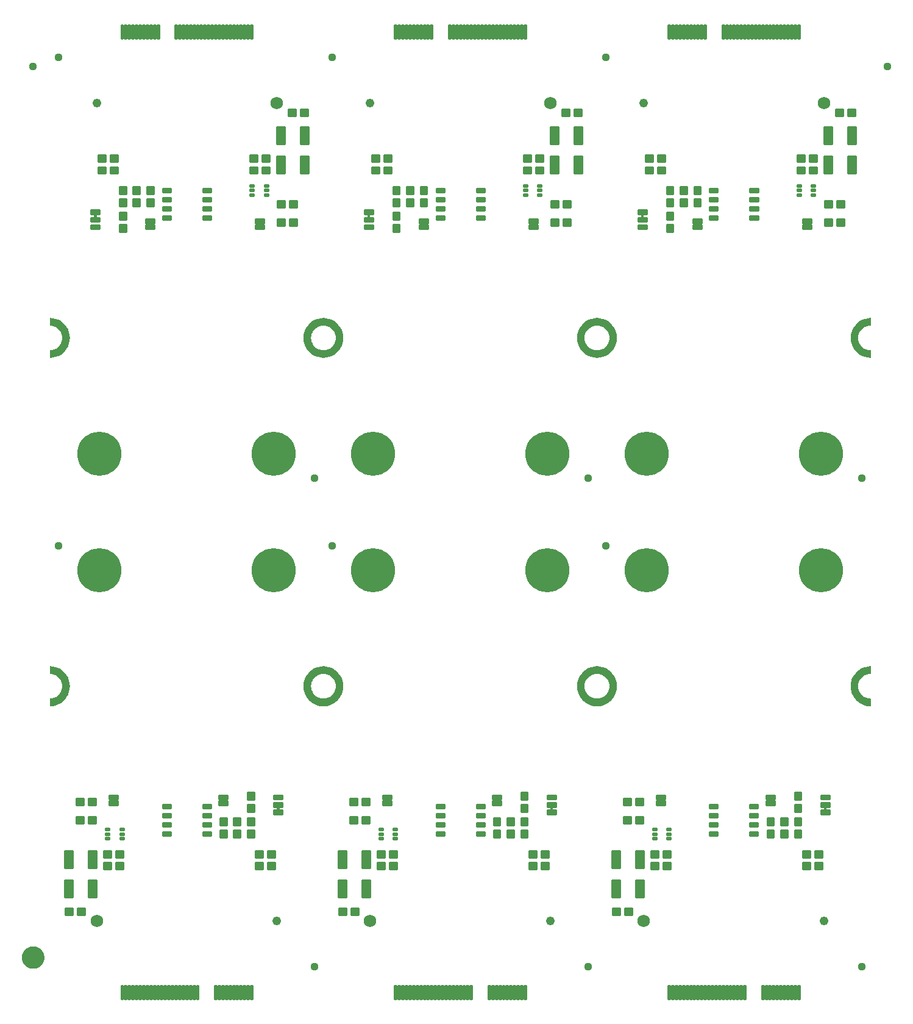
<source format=gbs>
G04 EAGLE Gerber RS-274X export*
G75*
%MOMM*%
%FSLAX34Y34*%
%LPD*%
%INSoldermask Bottom*%
%IPPOS*%
%AMOC8*
5,1,8,0,0,1.08239X$1,22.5*%
G01*
%ADD10C,1.127000*%
%ADD11C,0.225400*%
%ADD12C,6.127000*%
%ADD13C,0.225588*%
%ADD14C,1.227000*%
%ADD15C,1.727000*%
%ADD16C,0.228344*%
%ADD17C,0.228959*%
%ADD18C,0.736600*%
%ADD19C,0.225369*%
%ADD20C,0.228600*%
%ADD21C,1.270000*%
%ADD22C,1.627000*%

G36*
X761402Y896029D02*
X761402Y896029D01*
X761411Y896032D01*
X761437Y896034D01*
X765271Y896868D01*
X765280Y896872D01*
X765306Y896878D01*
X768982Y898249D01*
X768990Y898255D01*
X769014Y898264D01*
X772458Y900144D01*
X772465Y900151D01*
X772488Y900163D01*
X775629Y902515D01*
X775635Y902523D01*
X775656Y902538D01*
X778430Y905313D01*
X778435Y905321D01*
X778453Y905339D01*
X780805Y908480D01*
X780808Y908490D01*
X780824Y908510D01*
X782704Y911954D01*
X782707Y911963D01*
X782719Y911986D01*
X784090Y915663D01*
X784091Y915672D01*
X784100Y915697D01*
X784934Y919531D01*
X784934Y919540D01*
X784940Y919566D01*
X785219Y923480D01*
X785217Y923489D01*
X785219Y923515D01*
X784940Y927429D01*
X784938Y927433D01*
X784938Y927436D01*
X784936Y927442D01*
X784934Y927464D01*
X784100Y931298D01*
X784096Y931307D01*
X784090Y931332D01*
X782719Y935008D01*
X782713Y935016D01*
X782704Y935041D01*
X780824Y938484D01*
X780817Y938491D01*
X780805Y938514D01*
X778453Y941655D01*
X778446Y941661D01*
X778430Y941682D01*
X775656Y944457D01*
X775647Y944461D01*
X775629Y944480D01*
X772488Y946831D01*
X772479Y946835D01*
X772458Y946851D01*
X769014Y948731D01*
X769005Y948733D01*
X768982Y948746D01*
X765306Y950117D01*
X765296Y950118D01*
X765271Y950127D01*
X761437Y950961D01*
X761428Y950960D01*
X761402Y950966D01*
X757489Y951246D01*
X757477Y951243D01*
X757444Y951246D01*
X753530Y950966D01*
X753521Y950963D01*
X753495Y950961D01*
X749661Y950127D01*
X749652Y950122D01*
X749627Y950117D01*
X745950Y948746D01*
X745943Y948740D01*
X745918Y948731D01*
X742474Y946851D01*
X742468Y946844D01*
X742444Y946831D01*
X739303Y944480D01*
X739298Y944472D01*
X739277Y944457D01*
X736502Y941682D01*
X736497Y941674D01*
X736479Y941655D01*
X734127Y938514D01*
X734124Y938505D01*
X734108Y938484D01*
X732228Y935041D01*
X732226Y935031D01*
X732213Y935008D01*
X730842Y931332D01*
X730841Y931323D01*
X730832Y931298D01*
X729998Y927464D01*
X729998Y927454D01*
X729993Y927429D01*
X729713Y923515D01*
X729715Y923506D01*
X729713Y923480D01*
X729993Y919566D01*
X729996Y919557D01*
X729998Y919531D01*
X730832Y915697D01*
X730836Y915688D01*
X730842Y915663D01*
X732213Y911986D01*
X732219Y911979D01*
X732228Y911954D01*
X734108Y908510D01*
X734115Y908504D01*
X734127Y908480D01*
X736479Y905339D01*
X736487Y905334D01*
X736502Y905313D01*
X739277Y902538D01*
X739285Y902533D01*
X739303Y902515D01*
X742444Y900163D01*
X742454Y900160D01*
X742474Y900144D01*
X745918Y898264D01*
X745927Y898262D01*
X745950Y898249D01*
X749627Y896878D01*
X749636Y896877D01*
X749661Y896868D01*
X753495Y896034D01*
X753504Y896034D01*
X753530Y896029D01*
X757444Y895749D01*
X757456Y895751D01*
X757489Y895749D01*
X761402Y896029D01*
G37*
G36*
X381393Y412531D02*
X381393Y412531D01*
X381402Y412535D01*
X381428Y412536D01*
X385262Y413370D01*
X385271Y413375D01*
X385296Y413380D01*
X388972Y414752D01*
X388980Y414757D01*
X389005Y414766D01*
X392448Y416647D01*
X392455Y416654D01*
X392478Y416666D01*
X395619Y419017D01*
X395625Y419025D01*
X395646Y419041D01*
X398421Y421815D01*
X398425Y421824D01*
X398444Y421842D01*
X400795Y424983D01*
X400799Y424992D01*
X400815Y425013D01*
X402695Y428457D01*
X402697Y428466D01*
X402710Y428489D01*
X404081Y432165D01*
X404082Y432175D01*
X404091Y432199D01*
X404925Y436033D01*
X404924Y436043D01*
X404930Y436069D01*
X405210Y439982D01*
X405208Y439992D01*
X405210Y440018D01*
X404930Y443931D01*
X404929Y443936D01*
X404929Y443939D01*
X404926Y443945D01*
X404925Y443967D01*
X404091Y447801D01*
X404086Y447809D01*
X404081Y447835D01*
X402710Y451511D01*
X402704Y451519D01*
X402695Y451543D01*
X400815Y454987D01*
X400808Y454994D01*
X400795Y455017D01*
X398444Y458158D01*
X398436Y458164D01*
X398421Y458185D01*
X395646Y460959D01*
X395638Y460964D01*
X395619Y460983D01*
X392478Y463334D01*
X392469Y463337D01*
X392448Y463353D01*
X389005Y465234D01*
X388995Y465236D01*
X388972Y465248D01*
X385296Y466620D01*
X385287Y466620D01*
X385262Y466630D01*
X381428Y467464D01*
X381418Y467463D01*
X381393Y467469D01*
X377479Y467749D01*
X377467Y467746D01*
X377434Y467749D01*
X373521Y467469D01*
X373511Y467465D01*
X373485Y467464D01*
X369651Y466630D01*
X369643Y466625D01*
X369617Y466620D01*
X365941Y465248D01*
X365933Y465243D01*
X365909Y465234D01*
X362465Y463353D01*
X362458Y463346D01*
X362435Y463334D01*
X359294Y460983D01*
X359288Y460975D01*
X359267Y460959D01*
X356493Y458185D01*
X356488Y458176D01*
X356469Y458158D01*
X354118Y455017D01*
X354115Y455008D01*
X354099Y454987D01*
X352218Y451543D01*
X352216Y451534D01*
X352204Y451511D01*
X350832Y447835D01*
X350832Y447825D01*
X350822Y447801D01*
X349988Y443967D01*
X349989Y443957D01*
X349983Y443931D01*
X349703Y440018D01*
X349705Y440008D01*
X349703Y439982D01*
X349983Y436069D01*
X349987Y436059D01*
X349988Y436033D01*
X350822Y432199D01*
X350827Y432191D01*
X350832Y432165D01*
X352204Y428489D01*
X352209Y428481D01*
X352218Y428457D01*
X354099Y425013D01*
X354106Y425006D01*
X354118Y424983D01*
X356469Y421842D01*
X356477Y421836D01*
X356493Y421815D01*
X359267Y419041D01*
X359276Y419036D01*
X359294Y419017D01*
X362435Y416666D01*
X362444Y416663D01*
X362465Y416647D01*
X365909Y414766D01*
X365918Y414764D01*
X365941Y414752D01*
X369617Y413380D01*
X369627Y413380D01*
X369651Y413370D01*
X373485Y412536D01*
X373495Y412537D01*
X373521Y412531D01*
X377434Y412251D01*
X377446Y412254D01*
X377479Y412251D01*
X381393Y412531D01*
G37*
G36*
X377508Y895751D02*
X377508Y895751D01*
X377511Y895750D01*
X377513Y895751D01*
X381393Y896029D01*
X381402Y896032D01*
X381428Y896034D01*
X385262Y896868D01*
X385271Y896872D01*
X385296Y896878D01*
X388972Y898249D01*
X388980Y898255D01*
X389005Y898264D01*
X392448Y900144D01*
X392455Y900151D01*
X392478Y900163D01*
X395619Y902515D01*
X395625Y902523D01*
X395646Y902538D01*
X398421Y905313D01*
X398425Y905321D01*
X398444Y905339D01*
X400795Y908480D01*
X400799Y908490D01*
X400815Y908510D01*
X402695Y911954D01*
X402697Y911963D01*
X402710Y911986D01*
X404081Y915663D01*
X404082Y915672D01*
X404091Y915697D01*
X404925Y919531D01*
X404924Y919540D01*
X404930Y919566D01*
X405210Y923480D01*
X405208Y923489D01*
X405210Y923515D01*
X404930Y927429D01*
X404929Y927433D01*
X404929Y927436D01*
X404926Y927442D01*
X404925Y927464D01*
X404091Y931298D01*
X404086Y931307D01*
X404081Y931332D01*
X402710Y935008D01*
X402704Y935016D01*
X402695Y935041D01*
X400815Y938484D01*
X400808Y938491D01*
X400795Y938514D01*
X398444Y941655D01*
X398436Y941661D01*
X398421Y941682D01*
X395646Y944457D01*
X395638Y944461D01*
X395619Y944480D01*
X392478Y946831D01*
X392469Y946835D01*
X392448Y946851D01*
X389005Y948731D01*
X388995Y948733D01*
X388972Y948746D01*
X385296Y950117D01*
X385287Y950118D01*
X385262Y950127D01*
X381428Y950961D01*
X381418Y950960D01*
X381393Y950966D01*
X377479Y951246D01*
X377474Y951245D01*
X377460Y951246D01*
X377431Y951244D01*
X377428Y951244D01*
X377426Y951244D01*
X373546Y950966D01*
X373537Y950963D01*
X373511Y950961D01*
X369677Y950127D01*
X369668Y950122D01*
X369643Y950117D01*
X365966Y948746D01*
X365959Y948740D01*
X365934Y948731D01*
X362490Y946851D01*
X362484Y946844D01*
X362460Y946831D01*
X359319Y944480D01*
X359314Y944472D01*
X359293Y944457D01*
X356518Y941682D01*
X356513Y941674D01*
X356495Y941655D01*
X354143Y938514D01*
X354140Y938505D01*
X354124Y938484D01*
X352244Y935041D01*
X352242Y935031D01*
X352229Y935008D01*
X350858Y931332D01*
X350857Y931323D01*
X350848Y931298D01*
X350014Y927464D01*
X350014Y927454D01*
X350009Y927429D01*
X349729Y923515D01*
X349731Y923506D01*
X349729Y923480D01*
X350009Y919566D01*
X350012Y919557D01*
X350014Y919531D01*
X350848Y915697D01*
X350852Y915688D01*
X350858Y915663D01*
X352229Y911986D01*
X352235Y911979D01*
X352244Y911954D01*
X354124Y908510D01*
X354131Y908504D01*
X354143Y908480D01*
X356495Y905339D01*
X356503Y905334D01*
X356518Y905313D01*
X359293Y902538D01*
X359301Y902533D01*
X359319Y902515D01*
X362460Y900163D01*
X362470Y900160D01*
X362490Y900144D01*
X365934Y898264D01*
X365943Y898262D01*
X365966Y898249D01*
X369643Y896878D01*
X369652Y896877D01*
X369677Y896868D01*
X373511Y896034D01*
X373520Y896034D01*
X373546Y896029D01*
X377460Y895749D01*
X377465Y895750D01*
X377479Y895749D01*
X377508Y895751D01*
G37*
G36*
X757492Y412253D02*
X757492Y412253D01*
X757495Y412253D01*
X757497Y412254D01*
X761377Y412531D01*
X761386Y412535D01*
X761412Y412536D01*
X765246Y413370D01*
X765255Y413375D01*
X765280Y413380D01*
X768956Y414752D01*
X768964Y414757D01*
X768989Y414766D01*
X772432Y416647D01*
X772439Y416654D01*
X772462Y416666D01*
X775603Y419017D01*
X775609Y419025D01*
X775630Y419041D01*
X778405Y421815D01*
X778409Y421824D01*
X778428Y421842D01*
X780779Y424983D01*
X780783Y424992D01*
X780799Y425013D01*
X782679Y428457D01*
X782681Y428466D01*
X782694Y428489D01*
X784065Y432165D01*
X784066Y432175D01*
X784075Y432199D01*
X784909Y436033D01*
X784908Y436043D01*
X784914Y436069D01*
X785194Y439982D01*
X785192Y439992D01*
X785194Y440018D01*
X784914Y443931D01*
X784913Y443936D01*
X784913Y443939D01*
X784910Y443945D01*
X784909Y443967D01*
X784075Y447801D01*
X784070Y447809D01*
X784065Y447835D01*
X782694Y451511D01*
X782688Y451519D01*
X782679Y451543D01*
X780799Y454987D01*
X780792Y454994D01*
X780779Y455017D01*
X778428Y458158D01*
X778420Y458164D01*
X778405Y458185D01*
X775630Y460959D01*
X775622Y460964D01*
X775603Y460983D01*
X772462Y463334D01*
X772453Y463337D01*
X772432Y463353D01*
X768989Y465234D01*
X768979Y465236D01*
X768956Y465248D01*
X765280Y466620D01*
X765271Y466620D01*
X765246Y466630D01*
X761412Y467464D01*
X761402Y467463D01*
X761377Y467469D01*
X757463Y467749D01*
X757458Y467748D01*
X757444Y467749D01*
X757415Y467747D01*
X757412Y467747D01*
X757410Y467746D01*
X753530Y467469D01*
X753521Y467465D01*
X753495Y467464D01*
X749661Y466630D01*
X749652Y466625D01*
X749627Y466620D01*
X745950Y465248D01*
X745943Y465243D01*
X745918Y465234D01*
X742474Y463353D01*
X742468Y463346D01*
X742444Y463334D01*
X739303Y460983D01*
X739298Y460975D01*
X739277Y460959D01*
X736502Y458185D01*
X736497Y458176D01*
X736479Y458158D01*
X734127Y455017D01*
X734124Y455008D01*
X734108Y454987D01*
X732228Y451543D01*
X732226Y451534D01*
X732213Y451511D01*
X730842Y447835D01*
X730841Y447825D01*
X730832Y447801D01*
X729998Y443967D01*
X729998Y443957D01*
X729993Y443931D01*
X729713Y440018D01*
X729715Y440008D01*
X729713Y439982D01*
X729993Y436069D01*
X729996Y436059D01*
X729998Y436033D01*
X730832Y432199D01*
X730836Y432191D01*
X730842Y432165D01*
X732213Y428489D01*
X732219Y428481D01*
X732228Y428457D01*
X734108Y425013D01*
X734115Y425006D01*
X734127Y424983D01*
X736479Y421842D01*
X736487Y421836D01*
X736502Y421815D01*
X739277Y419041D01*
X739285Y419036D01*
X739303Y419017D01*
X742444Y416666D01*
X742454Y416663D01*
X742474Y416647D01*
X745918Y414766D01*
X745927Y414764D01*
X745950Y414752D01*
X749627Y413380D01*
X749636Y413380D01*
X749661Y413370D01*
X753495Y412536D01*
X753504Y412537D01*
X753530Y412531D01*
X757444Y412251D01*
X757449Y412253D01*
X757463Y412251D01*
X757492Y412253D01*
G37*
%LPC*%
G36*
X754763Y906460D02*
X754763Y906460D01*
X752131Y907092D01*
X749630Y908128D01*
X747322Y909542D01*
X745264Y911300D01*
X743506Y913358D01*
X742092Y915666D01*
X741056Y918167D01*
X740424Y920799D01*
X740211Y923497D01*
X740424Y926196D01*
X741056Y928828D01*
X742092Y931329D01*
X743506Y933637D01*
X745264Y935695D01*
X747322Y937453D01*
X749630Y938867D01*
X752131Y939903D01*
X754763Y940535D01*
X757466Y940748D01*
X760169Y940535D01*
X762801Y939903D01*
X765302Y938867D01*
X767610Y937453D01*
X769668Y935695D01*
X771426Y933637D01*
X772841Y931329D01*
X773877Y928828D01*
X774508Y926196D01*
X774721Y923497D01*
X774508Y920799D01*
X773877Y918167D01*
X772841Y915666D01*
X771426Y913358D01*
X769668Y911300D01*
X767610Y909542D01*
X765302Y908128D01*
X762801Y907092D01*
X760169Y906460D01*
X757466Y906247D01*
X754763Y906460D01*
G37*
%LPD*%
%LPC*%
G36*
X374754Y422962D02*
X374754Y422962D01*
X372121Y423594D01*
X369621Y424630D01*
X367313Y426044D01*
X365254Y427802D01*
X363496Y429861D01*
X362082Y432169D01*
X361046Y434669D01*
X360414Y437302D01*
X360202Y440000D01*
X360414Y442698D01*
X361046Y445331D01*
X362082Y447831D01*
X363496Y450139D01*
X365254Y452198D01*
X367313Y453956D01*
X369621Y455370D01*
X372121Y456406D01*
X374754Y457038D01*
X377457Y457250D01*
X380160Y457038D01*
X382792Y456406D01*
X385293Y455370D01*
X387601Y453956D01*
X389659Y452198D01*
X391417Y450139D01*
X392831Y447831D01*
X393867Y445331D01*
X394499Y442698D01*
X394711Y440000D01*
X394499Y437302D01*
X393867Y434669D01*
X392831Y432169D01*
X391417Y429861D01*
X389659Y427802D01*
X387601Y426044D01*
X385293Y424630D01*
X382792Y423594D01*
X380160Y422962D01*
X377457Y422750D01*
X374754Y422962D01*
G37*
%LPD*%
%LPC*%
G36*
X374779Y906460D02*
X374779Y906460D01*
X372147Y907092D01*
X369646Y908128D01*
X367338Y909542D01*
X365280Y911300D01*
X363522Y913358D01*
X362108Y915666D01*
X361072Y918167D01*
X360440Y920799D01*
X360227Y923497D01*
X360440Y926196D01*
X361072Y928828D01*
X362108Y931329D01*
X363522Y933637D01*
X365280Y935695D01*
X367338Y937453D01*
X369646Y938867D01*
X372147Y939903D01*
X374779Y940535D01*
X377469Y940747D01*
X380160Y940535D01*
X382792Y939903D01*
X385293Y938867D01*
X387601Y937453D01*
X389659Y935695D01*
X391417Y933637D01*
X392831Y931329D01*
X393867Y928828D01*
X394499Y926196D01*
X394711Y923497D01*
X394499Y920799D01*
X393867Y918167D01*
X392831Y915666D01*
X391417Y913358D01*
X389659Y911300D01*
X387601Y909542D01*
X385293Y908128D01*
X382792Y907092D01*
X380160Y906460D01*
X377469Y906248D01*
X374779Y906460D01*
G37*
%LPD*%
%LPC*%
G36*
X754763Y422962D02*
X754763Y422962D01*
X752131Y423594D01*
X749630Y424630D01*
X747322Y426044D01*
X745264Y427802D01*
X743506Y429861D01*
X742092Y432169D01*
X741056Y434669D01*
X740424Y437302D01*
X740211Y440000D01*
X740424Y442698D01*
X741056Y445331D01*
X742092Y447831D01*
X743506Y450139D01*
X745264Y452198D01*
X747322Y453956D01*
X749630Y455370D01*
X752131Y456406D01*
X754763Y457038D01*
X757453Y457249D01*
X760144Y457038D01*
X762776Y456406D01*
X765277Y455370D01*
X767585Y453956D01*
X769643Y452198D01*
X771401Y450139D01*
X772815Y447831D01*
X773851Y445331D01*
X774483Y442698D01*
X774695Y440000D01*
X774483Y437302D01*
X773851Y434669D01*
X772815Y432169D01*
X771401Y429861D01*
X769643Y427802D01*
X767585Y426044D01*
X765277Y424630D01*
X762776Y423594D01*
X760144Y422962D01*
X757453Y422751D01*
X754763Y422962D01*
G37*
%LPD*%
G36*
X1409Y896029D02*
X1409Y896029D01*
X1418Y896032D01*
X1444Y896034D01*
X5278Y896868D01*
X5287Y896872D01*
X5312Y896878D01*
X8988Y898249D01*
X8996Y898255D01*
X9021Y898264D01*
X12464Y900144D01*
X12471Y900151D01*
X12494Y900163D01*
X15635Y902515D01*
X15641Y902523D01*
X15662Y902538D01*
X18437Y905313D01*
X18441Y905321D01*
X18460Y905339D01*
X20811Y908480D01*
X20815Y908490D01*
X20831Y908510D01*
X22711Y911954D01*
X22713Y911963D01*
X22726Y911986D01*
X24097Y915663D01*
X24098Y915672D01*
X24107Y915697D01*
X24941Y919531D01*
X24940Y919540D01*
X24946Y919566D01*
X25226Y923480D01*
X25224Y923489D01*
X25226Y923515D01*
X24946Y927429D01*
X24945Y927433D01*
X24945Y927436D01*
X24942Y927442D01*
X24941Y927464D01*
X24107Y931298D01*
X24102Y931307D01*
X24097Y931332D01*
X22726Y935008D01*
X22720Y935016D01*
X22711Y935041D01*
X20831Y938484D01*
X20824Y938491D01*
X20811Y938514D01*
X18460Y941655D01*
X18452Y941661D01*
X18437Y941682D01*
X15662Y944457D01*
X15654Y944461D01*
X15635Y944480D01*
X12494Y946831D01*
X12485Y946835D01*
X12464Y946851D01*
X9021Y948731D01*
X9011Y948733D01*
X8988Y948746D01*
X5312Y950117D01*
X5303Y950118D01*
X5278Y950127D01*
X1444Y950961D01*
X1434Y950960D01*
X1409Y950966D01*
X-2505Y951246D01*
X-2530Y951241D01*
X-2556Y951244D01*
X-2597Y951226D01*
X-2641Y951217D01*
X-2660Y951198D01*
X-2684Y951188D01*
X-2709Y951150D01*
X-2741Y951118D01*
X-2746Y951093D01*
X-2761Y951071D01*
X-2772Y950997D01*
X-2772Y940997D01*
X-2770Y940990D01*
X-2771Y940983D01*
X-2750Y940924D01*
X-2733Y940863D01*
X-2727Y940858D01*
X-2725Y940852D01*
X-2675Y940813D01*
X-2627Y940771D01*
X-2620Y940770D01*
X-2615Y940766D01*
X-2542Y940749D01*
X176Y940535D01*
X2808Y939903D01*
X5309Y938867D01*
X7617Y937453D01*
X9675Y935695D01*
X11433Y933637D01*
X12847Y931329D01*
X13883Y928828D01*
X14515Y926196D01*
X14727Y923497D01*
X14515Y920799D01*
X13883Y918167D01*
X12847Y915666D01*
X11433Y913358D01*
X9675Y911300D01*
X7617Y909542D01*
X5309Y908128D01*
X2808Y907092D01*
X176Y906460D01*
X-2542Y906246D01*
X-2549Y906243D01*
X-2556Y906244D01*
X-2614Y906219D01*
X-2673Y906196D01*
X-2677Y906191D01*
X-2684Y906188D01*
X-2719Y906135D01*
X-2756Y906084D01*
X-2757Y906077D01*
X-2761Y906071D01*
X-2772Y905997D01*
X-2772Y895997D01*
X-2765Y895972D01*
X-2767Y895946D01*
X-2745Y895907D01*
X-2733Y895863D01*
X-2713Y895846D01*
X-2701Y895823D01*
X-2661Y895801D01*
X-2627Y895771D01*
X-2602Y895767D01*
X-2579Y895755D01*
X-2505Y895749D01*
X1409Y896029D01*
G37*
G36*
X1383Y412531D02*
X1383Y412531D01*
X1393Y412535D01*
X1419Y412536D01*
X5253Y413370D01*
X5261Y413375D01*
X5287Y413380D01*
X8963Y414752D01*
X8971Y414757D01*
X8995Y414766D01*
X12439Y416647D01*
X12446Y416654D01*
X12469Y416666D01*
X15610Y419017D01*
X15616Y419025D01*
X15637Y419041D01*
X18411Y421815D01*
X18416Y421824D01*
X18435Y421842D01*
X20786Y424983D01*
X20789Y424992D01*
X20805Y425013D01*
X22686Y428457D01*
X22688Y428466D01*
X22700Y428489D01*
X24072Y432165D01*
X24072Y432175D01*
X24082Y432199D01*
X24916Y436033D01*
X24915Y436043D01*
X24921Y436069D01*
X25201Y439982D01*
X25199Y439992D01*
X25201Y440018D01*
X24921Y443931D01*
X24919Y443936D01*
X24920Y443939D01*
X24917Y443945D01*
X24916Y443967D01*
X24082Y447801D01*
X24077Y447809D01*
X24072Y447835D01*
X22700Y451511D01*
X22695Y451519D01*
X22686Y451543D01*
X20805Y454987D01*
X20798Y454994D01*
X20786Y455017D01*
X18435Y458158D01*
X18427Y458164D01*
X18411Y458185D01*
X15637Y460959D01*
X15628Y460964D01*
X15610Y460983D01*
X12469Y463334D01*
X12460Y463337D01*
X12439Y463353D01*
X8995Y465234D01*
X8986Y465236D01*
X8963Y465248D01*
X5287Y466620D01*
X5277Y466620D01*
X5253Y466630D01*
X1419Y467464D01*
X1409Y467463D01*
X1383Y467469D01*
X-2530Y467749D01*
X-2556Y467743D01*
X-2581Y467747D01*
X-2623Y467729D01*
X-2667Y467719D01*
X-2685Y467701D01*
X-2709Y467690D01*
X-2734Y467652D01*
X-2766Y467621D01*
X-2772Y467595D01*
X-2786Y467574D01*
X-2797Y467500D01*
X-2797Y457500D01*
X-2795Y457493D01*
X-2797Y457486D01*
X-2776Y457427D01*
X-2758Y457366D01*
X-2753Y457361D01*
X-2750Y457354D01*
X-2700Y457316D01*
X-2653Y457274D01*
X-2646Y457273D01*
X-2640Y457268D01*
X-2568Y457252D01*
X150Y457038D01*
X2783Y456406D01*
X5283Y455370D01*
X7591Y453956D01*
X9650Y452198D01*
X11408Y450139D01*
X12822Y447831D01*
X13858Y445331D01*
X14490Y442698D01*
X14702Y440000D01*
X14490Y437302D01*
X13858Y434669D01*
X12822Y432169D01*
X11408Y429861D01*
X9650Y427802D01*
X7591Y426044D01*
X5283Y424630D01*
X2783Y423594D01*
X150Y422962D01*
X-2568Y422748D01*
X-2574Y422746D01*
X-2581Y422747D01*
X-2639Y422721D01*
X-2698Y422699D01*
X-2703Y422693D01*
X-2709Y422690D01*
X-2744Y422637D01*
X-2782Y422587D01*
X-2782Y422580D01*
X-2786Y422574D01*
X-2797Y422500D01*
X-2797Y412500D01*
X-2790Y412475D01*
X-2792Y412449D01*
X-2771Y412409D01*
X-2758Y412366D01*
X-2738Y412349D01*
X-2726Y412326D01*
X-2687Y412304D01*
X-2653Y412274D01*
X-2627Y412270D01*
X-2604Y412257D01*
X-2530Y412251D01*
X1383Y412531D01*
G37*
G36*
X1137479Y895754D02*
X1137479Y895754D01*
X1137504Y895750D01*
X1137546Y895769D01*
X1137590Y895778D01*
X1137608Y895797D01*
X1137632Y895807D01*
X1137657Y895845D01*
X1137689Y895877D01*
X1137695Y895902D01*
X1137709Y895924D01*
X1137720Y895997D01*
X1137720Y905997D01*
X1137718Y906004D01*
X1137720Y906011D01*
X1137699Y906071D01*
X1137681Y906132D01*
X1137675Y906136D01*
X1137673Y906143D01*
X1137623Y906182D01*
X1137576Y906224D01*
X1137568Y906225D01*
X1137563Y906229D01*
X1137490Y906246D01*
X1134772Y906460D01*
X1132140Y907092D01*
X1129639Y908128D01*
X1127332Y909542D01*
X1125273Y911300D01*
X1123515Y913358D01*
X1122101Y915666D01*
X1121065Y918167D01*
X1120433Y920799D01*
X1120221Y923497D01*
X1120433Y926196D01*
X1121065Y928828D01*
X1122101Y931329D01*
X1123515Y933637D01*
X1125273Y935695D01*
X1127332Y937453D01*
X1129639Y938867D01*
X1132140Y939903D01*
X1134772Y940535D01*
X1137490Y940749D01*
X1137497Y940752D01*
X1137504Y940750D01*
X1137562Y940776D01*
X1137621Y940799D01*
X1137625Y940804D01*
X1137632Y940807D01*
X1137667Y940860D01*
X1137705Y940911D01*
X1137705Y940918D01*
X1137709Y940924D01*
X1137720Y940997D01*
X1137720Y950997D01*
X1137713Y951022D01*
X1137715Y951048D01*
X1137694Y951088D01*
X1137681Y951132D01*
X1137661Y951149D01*
X1137649Y951172D01*
X1137610Y951194D01*
X1137576Y951224D01*
X1137550Y951227D01*
X1137527Y951240D01*
X1137453Y951246D01*
X1133539Y950966D01*
X1133530Y950963D01*
X1133504Y950961D01*
X1129670Y950127D01*
X1129662Y950122D01*
X1129636Y950117D01*
X1125960Y948746D01*
X1125952Y948740D01*
X1125927Y948731D01*
X1122484Y946851D01*
X1122477Y946844D01*
X1122454Y946831D01*
X1119313Y944480D01*
X1119307Y944472D01*
X1119286Y944457D01*
X1116511Y941682D01*
X1116507Y941674D01*
X1116488Y941655D01*
X1114137Y938514D01*
X1114133Y938505D01*
X1114118Y938484D01*
X1112237Y935041D01*
X1112235Y935031D01*
X1112222Y935008D01*
X1110851Y931332D01*
X1110851Y931323D01*
X1110841Y931298D01*
X1110007Y927464D01*
X1110008Y927454D01*
X1110002Y927429D01*
X1109722Y923515D01*
X1109724Y923506D01*
X1109722Y923480D01*
X1110002Y919566D01*
X1110005Y919557D01*
X1110007Y919531D01*
X1110841Y915697D01*
X1110846Y915688D01*
X1110851Y915663D01*
X1112222Y911986D01*
X1112228Y911979D01*
X1112237Y911954D01*
X1114118Y908510D01*
X1114124Y908504D01*
X1114137Y908480D01*
X1116488Y905339D01*
X1116496Y905334D01*
X1116511Y905313D01*
X1119286Y902538D01*
X1119294Y902533D01*
X1119313Y902515D01*
X1122454Y900163D01*
X1122463Y900160D01*
X1122484Y900144D01*
X1125927Y898264D01*
X1125937Y898262D01*
X1125960Y898249D01*
X1129636Y896878D01*
X1129646Y896877D01*
X1129670Y896868D01*
X1133504Y896034D01*
X1133514Y896034D01*
X1133539Y896029D01*
X1137453Y895749D01*
X1137479Y895754D01*
G37*
G36*
X1137453Y412257D02*
X1137453Y412257D01*
X1137479Y412253D01*
X1137520Y412271D01*
X1137564Y412281D01*
X1137583Y412299D01*
X1137607Y412310D01*
X1137631Y412348D01*
X1137664Y412379D01*
X1137669Y412405D01*
X1137684Y412427D01*
X1137695Y412500D01*
X1137695Y422500D01*
X1137693Y422507D01*
X1137694Y422514D01*
X1137673Y422573D01*
X1137655Y422634D01*
X1137650Y422639D01*
X1137648Y422646D01*
X1137598Y422685D01*
X1137550Y422726D01*
X1137543Y422727D01*
X1137537Y422732D01*
X1137465Y422748D01*
X1134747Y422962D01*
X1132115Y423594D01*
X1129614Y424630D01*
X1127306Y426044D01*
X1125248Y427802D01*
X1123490Y429861D01*
X1122076Y432169D01*
X1121040Y434669D01*
X1120408Y437302D01*
X1120195Y440000D01*
X1120408Y442698D01*
X1121040Y445331D01*
X1122076Y447831D01*
X1123490Y450139D01*
X1125248Y452198D01*
X1127306Y453956D01*
X1129614Y455370D01*
X1132115Y456406D01*
X1134747Y457038D01*
X1137465Y457252D01*
X1137472Y457254D01*
X1137479Y457253D01*
X1137537Y457279D01*
X1137596Y457301D01*
X1137600Y457307D01*
X1137607Y457310D01*
X1137641Y457363D01*
X1137679Y457413D01*
X1137680Y457421D01*
X1137684Y457427D01*
X1137695Y457500D01*
X1137695Y467500D01*
X1137687Y467525D01*
X1137689Y467551D01*
X1137668Y467591D01*
X1137655Y467634D01*
X1137636Y467651D01*
X1137624Y467674D01*
X1137584Y467696D01*
X1137550Y467726D01*
X1137524Y467730D01*
X1137502Y467743D01*
X1137428Y467749D01*
X1133514Y467469D01*
X1133505Y467465D01*
X1133479Y467464D01*
X1129645Y466630D01*
X1129636Y466625D01*
X1129611Y466620D01*
X1125934Y465248D01*
X1125927Y465243D01*
X1125902Y465234D01*
X1122458Y463353D01*
X1122452Y463346D01*
X1122428Y463334D01*
X1119287Y460983D01*
X1119282Y460975D01*
X1119261Y460959D01*
X1116486Y458185D01*
X1116481Y458176D01*
X1116463Y458158D01*
X1114111Y455017D01*
X1114108Y455008D01*
X1114092Y454987D01*
X1112212Y451543D01*
X1112210Y451534D01*
X1112197Y451511D01*
X1110826Y447835D01*
X1110825Y447825D01*
X1110816Y447801D01*
X1109982Y443967D01*
X1109982Y443957D01*
X1109977Y443931D01*
X1109697Y440018D01*
X1109699Y440008D01*
X1109697Y439982D01*
X1109977Y436069D01*
X1109980Y436059D01*
X1109982Y436033D01*
X1110816Y432199D01*
X1110820Y432191D01*
X1110826Y432165D01*
X1112197Y428489D01*
X1112203Y428481D01*
X1112212Y428457D01*
X1114092Y425013D01*
X1114099Y425006D01*
X1114111Y424983D01*
X1116463Y421842D01*
X1116471Y421836D01*
X1116486Y421815D01*
X1119261Y419041D01*
X1119269Y419036D01*
X1119287Y419017D01*
X1122428Y416666D01*
X1122438Y416663D01*
X1122458Y416647D01*
X1125902Y414766D01*
X1125911Y414764D01*
X1125934Y414752D01*
X1129611Y413380D01*
X1129620Y413380D01*
X1129645Y413370D01*
X1133479Y412536D01*
X1133488Y412537D01*
X1133514Y412531D01*
X1137428Y412251D01*
X1137453Y412257D01*
G37*
G36*
X821806Y1090460D02*
X821806Y1090460D01*
X821871Y1090462D01*
X821915Y1090479D01*
X821962Y1090488D01*
X822018Y1090521D01*
X822079Y1090546D01*
X822114Y1090578D01*
X822155Y1090602D01*
X822196Y1090653D01*
X822245Y1090697D01*
X822266Y1090740D01*
X822296Y1090776D01*
X822317Y1090838D01*
X822347Y1090897D01*
X822356Y1090951D01*
X822368Y1090989D01*
X822367Y1091028D01*
X822375Y1091082D01*
X822375Y1094892D01*
X822363Y1094957D01*
X822361Y1095023D01*
X822344Y1095067D01*
X822335Y1095113D01*
X822302Y1095170D01*
X822277Y1095231D01*
X822245Y1095266D01*
X822221Y1095306D01*
X822170Y1095348D01*
X822126Y1095396D01*
X822084Y1095418D01*
X822047Y1095448D01*
X821985Y1095469D01*
X821926Y1095499D01*
X821872Y1095507D01*
X821835Y1095520D01*
X821795Y1095519D01*
X821741Y1095527D01*
X819201Y1095527D01*
X819136Y1095515D01*
X819070Y1095513D01*
X819027Y1095495D01*
X818980Y1095487D01*
X818923Y1095453D01*
X818862Y1095429D01*
X818828Y1095397D01*
X818787Y1095373D01*
X818745Y1095322D01*
X818697Y1095277D01*
X818675Y1095235D01*
X818645Y1095199D01*
X818624Y1095136D01*
X818594Y1095078D01*
X818586Y1095023D01*
X818574Y1094986D01*
X818574Y1094982D01*
X818575Y1094946D01*
X818567Y1094892D01*
X818567Y1091082D01*
X818578Y1091018D01*
X818580Y1090952D01*
X818598Y1090908D01*
X818606Y1090862D01*
X818640Y1090805D01*
X818664Y1090744D01*
X818696Y1090709D01*
X818720Y1090668D01*
X818771Y1090627D01*
X818816Y1090578D01*
X818858Y1090557D01*
X818895Y1090527D01*
X818957Y1090506D01*
X819015Y1090476D01*
X819070Y1090468D01*
X819107Y1090455D01*
X819146Y1090456D01*
X819201Y1090448D01*
X821741Y1090448D01*
X821806Y1090460D01*
G37*
G36*
X441796Y1090460D02*
X441796Y1090460D01*
X441862Y1090462D01*
X441906Y1090479D01*
X441952Y1090488D01*
X442009Y1090521D01*
X442070Y1090546D01*
X442105Y1090578D01*
X442145Y1090602D01*
X442187Y1090653D01*
X442235Y1090697D01*
X442257Y1090740D01*
X442287Y1090776D01*
X442308Y1090838D01*
X442338Y1090897D01*
X442346Y1090951D01*
X442359Y1090989D01*
X442358Y1091028D01*
X442366Y1091082D01*
X442366Y1094892D01*
X442354Y1094957D01*
X442352Y1095023D01*
X442334Y1095067D01*
X442326Y1095113D01*
X442292Y1095170D01*
X442268Y1095231D01*
X442236Y1095266D01*
X442212Y1095306D01*
X442161Y1095348D01*
X442116Y1095396D01*
X442074Y1095418D01*
X442038Y1095448D01*
X441975Y1095469D01*
X441917Y1095499D01*
X441862Y1095507D01*
X441825Y1095520D01*
X441786Y1095519D01*
X441731Y1095527D01*
X439191Y1095527D01*
X439127Y1095515D01*
X439061Y1095513D01*
X439017Y1095495D01*
X438971Y1095487D01*
X438914Y1095453D01*
X438853Y1095429D01*
X438818Y1095397D01*
X438777Y1095373D01*
X438736Y1095322D01*
X438687Y1095277D01*
X438666Y1095235D01*
X438636Y1095199D01*
X438615Y1095136D01*
X438585Y1095078D01*
X438577Y1095023D01*
X438564Y1094986D01*
X438564Y1094982D01*
X438565Y1094946D01*
X438557Y1094892D01*
X438557Y1091082D01*
X438569Y1091018D01*
X438571Y1090952D01*
X438588Y1090908D01*
X438597Y1090862D01*
X438630Y1090805D01*
X438655Y1090744D01*
X438687Y1090709D01*
X438711Y1090668D01*
X438762Y1090627D01*
X438806Y1090578D01*
X438849Y1090557D01*
X438885Y1090527D01*
X438947Y1090506D01*
X439006Y1090476D01*
X439060Y1090468D01*
X439098Y1090455D01*
X439137Y1090456D01*
X439191Y1090448D01*
X441731Y1090448D01*
X441796Y1090460D01*
G37*
G36*
X61812Y1090460D02*
X61812Y1090460D01*
X61878Y1090462D01*
X61922Y1090479D01*
X61968Y1090488D01*
X62025Y1090521D01*
X62086Y1090546D01*
X62121Y1090578D01*
X62161Y1090602D01*
X62203Y1090653D01*
X62251Y1090697D01*
X62273Y1090740D01*
X62303Y1090776D01*
X62324Y1090838D01*
X62354Y1090897D01*
X62362Y1090951D01*
X62375Y1090989D01*
X62374Y1091028D01*
X62382Y1091082D01*
X62382Y1094892D01*
X62370Y1094957D01*
X62368Y1095023D01*
X62350Y1095067D01*
X62342Y1095113D01*
X62308Y1095170D01*
X62284Y1095231D01*
X62252Y1095266D01*
X62228Y1095306D01*
X62177Y1095348D01*
X62132Y1095396D01*
X62090Y1095418D01*
X62054Y1095448D01*
X61991Y1095469D01*
X61933Y1095499D01*
X61878Y1095507D01*
X61841Y1095520D01*
X61802Y1095519D01*
X61747Y1095527D01*
X59207Y1095527D01*
X59143Y1095515D01*
X59077Y1095513D01*
X59033Y1095495D01*
X58987Y1095487D01*
X58930Y1095453D01*
X58869Y1095429D01*
X58834Y1095397D01*
X58793Y1095373D01*
X58752Y1095322D01*
X58703Y1095277D01*
X58682Y1095235D01*
X58652Y1095199D01*
X58631Y1095136D01*
X58601Y1095078D01*
X58593Y1095023D01*
X58580Y1094986D01*
X58580Y1094982D01*
X58581Y1094946D01*
X58573Y1094892D01*
X58573Y1091082D01*
X58585Y1091018D01*
X58587Y1090952D01*
X58604Y1090908D01*
X58613Y1090862D01*
X58646Y1090805D01*
X58671Y1090744D01*
X58703Y1090709D01*
X58727Y1090668D01*
X58778Y1090627D01*
X58822Y1090578D01*
X58865Y1090557D01*
X58901Y1090527D01*
X58963Y1090506D01*
X59022Y1090476D01*
X59076Y1090468D01*
X59114Y1090455D01*
X59153Y1090456D01*
X59207Y1090448D01*
X61747Y1090448D01*
X61812Y1090460D01*
G37*
G36*
X1075780Y267982D02*
X1075780Y267982D01*
X1075846Y267984D01*
X1075890Y268002D01*
X1075936Y268010D01*
X1075993Y268044D01*
X1076054Y268069D01*
X1076089Y268100D01*
X1076129Y268125D01*
X1076171Y268176D01*
X1076219Y268220D01*
X1076241Y268262D01*
X1076271Y268299D01*
X1076292Y268361D01*
X1076322Y268420D01*
X1076330Y268474D01*
X1076343Y268511D01*
X1076342Y268551D01*
X1076350Y268605D01*
X1076350Y272415D01*
X1076338Y272480D01*
X1076336Y272546D01*
X1076318Y272589D01*
X1076310Y272636D01*
X1076276Y272693D01*
X1076252Y272753D01*
X1076220Y272788D01*
X1076196Y272829D01*
X1076145Y272871D01*
X1076100Y272919D01*
X1076058Y272941D01*
X1076022Y272970D01*
X1075959Y272991D01*
X1075901Y273022D01*
X1075846Y273030D01*
X1075809Y273042D01*
X1075770Y273041D01*
X1075715Y273049D01*
X1073175Y273049D01*
X1073111Y273038D01*
X1073045Y273036D01*
X1073001Y273018D01*
X1072955Y273010D01*
X1072898Y272976D01*
X1072837Y272951D01*
X1072802Y272920D01*
X1072761Y272895D01*
X1072720Y272844D01*
X1072671Y272800D01*
X1072650Y272758D01*
X1072620Y272721D01*
X1072599Y272659D01*
X1072569Y272600D01*
X1072561Y272546D01*
X1072548Y272509D01*
X1072548Y272505D01*
X1072548Y272504D01*
X1072549Y272469D01*
X1072541Y272415D01*
X1072541Y268605D01*
X1072553Y268540D01*
X1072555Y268474D01*
X1072572Y268431D01*
X1072581Y268384D01*
X1072614Y268327D01*
X1072639Y268267D01*
X1072671Y268232D01*
X1072695Y268191D01*
X1072746Y268150D01*
X1072790Y268101D01*
X1072833Y268079D01*
X1072869Y268050D01*
X1072931Y268029D01*
X1072990Y267998D01*
X1073044Y267990D01*
X1073082Y267978D01*
X1073121Y267979D01*
X1073175Y267971D01*
X1075715Y267971D01*
X1075780Y267982D01*
G37*
G36*
X695796Y267982D02*
X695796Y267982D01*
X695862Y267984D01*
X695906Y268002D01*
X695952Y268010D01*
X696009Y268044D01*
X696070Y268069D01*
X696105Y268100D01*
X696145Y268125D01*
X696187Y268176D01*
X696235Y268220D01*
X696257Y268262D01*
X696287Y268299D01*
X696308Y268361D01*
X696338Y268420D01*
X696346Y268474D01*
X696359Y268511D01*
X696358Y268551D01*
X696366Y268605D01*
X696366Y272415D01*
X696354Y272480D01*
X696352Y272546D01*
X696334Y272589D01*
X696326Y272636D01*
X696292Y272693D01*
X696268Y272753D01*
X696236Y272788D01*
X696212Y272829D01*
X696161Y272871D01*
X696116Y272919D01*
X696074Y272941D01*
X696038Y272970D01*
X695975Y272991D01*
X695917Y273022D01*
X695862Y273030D01*
X695825Y273042D01*
X695786Y273041D01*
X695731Y273049D01*
X693191Y273049D01*
X693127Y273038D01*
X693061Y273036D01*
X693017Y273018D01*
X692971Y273010D01*
X692914Y272976D01*
X692853Y272951D01*
X692818Y272920D01*
X692777Y272895D01*
X692736Y272844D01*
X692687Y272800D01*
X692666Y272758D01*
X692636Y272721D01*
X692615Y272659D01*
X692585Y272600D01*
X692577Y272546D01*
X692564Y272509D01*
X692564Y272505D01*
X692564Y272504D01*
X692565Y272469D01*
X692557Y272415D01*
X692557Y268605D01*
X692569Y268540D01*
X692571Y268474D01*
X692588Y268431D01*
X692597Y268384D01*
X692630Y268327D01*
X692655Y268267D01*
X692687Y268232D01*
X692711Y268191D01*
X692762Y268150D01*
X692806Y268101D01*
X692849Y268079D01*
X692885Y268050D01*
X692947Y268029D01*
X693006Y267998D01*
X693060Y267990D01*
X693098Y267978D01*
X693137Y267979D01*
X693191Y267971D01*
X695731Y267971D01*
X695796Y267982D01*
G37*
G36*
X315787Y267982D02*
X315787Y267982D01*
X315853Y267984D01*
X315896Y268002D01*
X315943Y268010D01*
X316000Y268044D01*
X316060Y268069D01*
X316095Y268100D01*
X316136Y268125D01*
X316178Y268176D01*
X316226Y268220D01*
X316248Y268262D01*
X316277Y268299D01*
X316298Y268361D01*
X316329Y268420D01*
X316337Y268474D01*
X316349Y268511D01*
X316348Y268551D01*
X316356Y268605D01*
X316356Y272415D01*
X316345Y272480D01*
X316343Y272546D01*
X316325Y272589D01*
X316317Y272636D01*
X316283Y272693D01*
X316258Y272753D01*
X316227Y272788D01*
X316202Y272829D01*
X316151Y272871D01*
X316107Y272919D01*
X316065Y272941D01*
X316028Y272970D01*
X315966Y272991D01*
X315907Y273022D01*
X315853Y273030D01*
X315816Y273042D01*
X315776Y273041D01*
X315722Y273049D01*
X313182Y273049D01*
X313117Y273038D01*
X313051Y273036D01*
X313008Y273018D01*
X312961Y273010D01*
X312904Y272976D01*
X312844Y272951D01*
X312809Y272920D01*
X312768Y272895D01*
X312727Y272844D01*
X312678Y272800D01*
X312656Y272758D01*
X312627Y272721D01*
X312606Y272659D01*
X312575Y272600D01*
X312567Y272546D01*
X312555Y272509D01*
X312555Y272505D01*
X312555Y272504D01*
X312556Y272469D01*
X312548Y272415D01*
X312548Y268605D01*
X312559Y268540D01*
X312561Y268474D01*
X312579Y268431D01*
X312587Y268384D01*
X312621Y268327D01*
X312646Y268267D01*
X312677Y268232D01*
X312702Y268191D01*
X312753Y268150D01*
X312797Y268101D01*
X312839Y268079D01*
X312876Y268050D01*
X312938Y268029D01*
X312997Y267998D01*
X313051Y267990D01*
X313088Y267978D01*
X313128Y267979D01*
X313182Y267971D01*
X315722Y267971D01*
X315787Y267982D01*
G37*
D10*
X365252Y50800D03*
X9652Y635000D03*
D11*
X72344Y185992D02*
X82360Y185992D01*
X72344Y185992D02*
X72344Y195008D01*
X82360Y195008D01*
X82360Y185992D01*
X82360Y188133D02*
X72344Y188133D01*
X72344Y190274D02*
X82360Y190274D01*
X82360Y192415D02*
X72344Y192415D01*
X72344Y194556D02*
X82360Y194556D01*
X89344Y185992D02*
X99360Y185992D01*
X89344Y185992D02*
X89344Y195008D01*
X99360Y195008D01*
X99360Y185992D01*
X99360Y188133D02*
X89344Y188133D01*
X89344Y190274D02*
X99360Y190274D01*
X99360Y192415D02*
X89344Y192415D01*
X89344Y194556D02*
X99360Y194556D01*
X61260Y258508D02*
X51244Y258508D01*
X61260Y258508D02*
X61260Y249492D01*
X51244Y249492D01*
X51244Y258508D01*
X51244Y251633D02*
X61260Y251633D01*
X61260Y253774D02*
X51244Y253774D01*
X51244Y255915D02*
X61260Y255915D01*
X61260Y258056D02*
X51244Y258056D01*
X44260Y258508D02*
X34244Y258508D01*
X44260Y258508D02*
X44260Y249492D01*
X34244Y249492D01*
X34244Y258508D01*
X34244Y251633D02*
X44260Y251633D01*
X44260Y253774D02*
X34244Y253774D01*
X34244Y255915D02*
X44260Y255915D01*
X44260Y258056D02*
X34244Y258056D01*
X36004Y131508D02*
X46020Y131508D01*
X46020Y122492D01*
X36004Y122492D01*
X36004Y131508D01*
X36004Y124633D02*
X46020Y124633D01*
X46020Y126774D02*
X36004Y126774D01*
X36004Y128915D02*
X46020Y128915D01*
X46020Y131056D02*
X36004Y131056D01*
X29020Y131508D02*
X19004Y131508D01*
X29020Y131508D02*
X29020Y122492D01*
X19004Y122492D01*
X19004Y131508D01*
X19004Y124633D02*
X29020Y124633D01*
X29020Y126774D02*
X19004Y126774D01*
X19004Y128915D02*
X29020Y128915D01*
X29020Y131056D02*
X19004Y131056D01*
D12*
X66446Y600792D03*
X308458Y600792D03*
D13*
X18125Y170757D02*
X18125Y146743D01*
X18125Y170757D02*
X29139Y170757D01*
X29139Y146743D01*
X18125Y146743D01*
X18125Y148886D02*
X29139Y148886D01*
X29139Y151029D02*
X18125Y151029D01*
X18125Y153172D02*
X29139Y153172D01*
X29139Y155315D02*
X18125Y155315D01*
X18125Y157458D02*
X29139Y157458D01*
X29139Y159601D02*
X18125Y159601D01*
X18125Y161744D02*
X29139Y161744D01*
X29139Y163887D02*
X18125Y163887D01*
X18125Y166030D02*
X29139Y166030D01*
X29139Y168173D02*
X18125Y168173D01*
X18125Y170316D02*
X29139Y170316D01*
X51125Y170757D02*
X51125Y146743D01*
X51125Y170757D02*
X62139Y170757D01*
X62139Y146743D01*
X51125Y146743D01*
X51125Y148886D02*
X62139Y148886D01*
X62139Y151029D02*
X51125Y151029D01*
X51125Y153172D02*
X62139Y153172D01*
X62139Y155315D02*
X51125Y155315D01*
X51125Y157458D02*
X62139Y157458D01*
X62139Y159601D02*
X51125Y159601D01*
X51125Y161744D02*
X62139Y161744D01*
X62139Y163887D02*
X51125Y163887D01*
X51125Y166030D02*
X62139Y166030D01*
X62139Y168173D02*
X51125Y168173D01*
X51125Y170316D02*
X62139Y170316D01*
X18125Y187383D02*
X18125Y211397D01*
X29139Y211397D01*
X29139Y187383D01*
X18125Y187383D01*
X18125Y189526D02*
X29139Y189526D01*
X29139Y191669D02*
X18125Y191669D01*
X18125Y193812D02*
X29139Y193812D01*
X29139Y195955D02*
X18125Y195955D01*
X18125Y198098D02*
X29139Y198098D01*
X29139Y200241D02*
X18125Y200241D01*
X18125Y202384D02*
X29139Y202384D01*
X29139Y204527D02*
X18125Y204527D01*
X18125Y206670D02*
X29139Y206670D01*
X29139Y208813D02*
X18125Y208813D01*
X18125Y210956D02*
X29139Y210956D01*
X51125Y211397D02*
X51125Y187383D01*
X51125Y211397D02*
X62139Y211397D01*
X62139Y187383D01*
X51125Y187383D01*
X51125Y189526D02*
X62139Y189526D01*
X62139Y191669D02*
X51125Y191669D01*
X51125Y193812D02*
X62139Y193812D01*
X62139Y195955D02*
X51125Y195955D01*
X51125Y198098D02*
X62139Y198098D01*
X62139Y200241D02*
X51125Y200241D01*
X51125Y202384D02*
X62139Y202384D01*
X62139Y204527D02*
X51125Y204527D01*
X51125Y206670D02*
X62139Y206670D01*
X62139Y208813D02*
X51125Y208813D01*
X51125Y210956D02*
X62139Y210956D01*
D14*
X312452Y114300D03*
D15*
X62452Y114300D03*
D16*
X308608Y283208D02*
X308608Y288800D01*
X320296Y288800D01*
X320296Y283208D01*
X308608Y283208D01*
X308608Y285377D02*
X320296Y285377D01*
X320296Y287546D02*
X308608Y287546D01*
X308608Y278386D02*
X308608Y272794D01*
X308608Y278386D02*
X320296Y278386D01*
X320296Y272794D01*
X308608Y272794D01*
X308608Y274963D02*
X320296Y274963D01*
X320296Y277132D02*
X308608Y277132D01*
X308608Y267972D02*
X308608Y262380D01*
X308608Y267972D02*
X320296Y267972D01*
X320296Y262380D01*
X308608Y262380D01*
X308608Y264549D02*
X320296Y264549D01*
X320296Y266718D02*
X308608Y266718D01*
D11*
X271844Y257348D02*
X271844Y247332D01*
X271844Y257348D02*
X280860Y257348D01*
X280860Y247332D01*
X271844Y247332D01*
X271844Y249473D02*
X280860Y249473D01*
X280860Y251614D02*
X271844Y251614D01*
X271844Y253755D02*
X280860Y253755D01*
X280860Y255896D02*
X271844Y255896D01*
X271844Y240348D02*
X271844Y230332D01*
X271844Y240348D02*
X280860Y240348D01*
X280860Y230332D01*
X271844Y230332D01*
X271844Y232473D02*
X280860Y232473D01*
X280860Y234614D02*
X271844Y234614D01*
X271844Y236755D02*
X280860Y236755D01*
X280860Y238896D02*
X271844Y238896D01*
X280860Y265892D02*
X280860Y275908D01*
X280860Y265892D02*
X271844Y265892D01*
X271844Y275908D01*
X280860Y275908D01*
X280860Y268033D02*
X271844Y268033D01*
X271844Y270174D02*
X280860Y270174D01*
X280860Y272315D02*
X271844Y272315D01*
X271844Y274456D02*
X280860Y274456D01*
X280860Y282892D02*
X280860Y292908D01*
X280860Y282892D02*
X271844Y282892D01*
X271844Y292908D01*
X280860Y292908D01*
X280860Y285033D02*
X271844Y285033D01*
X271844Y287174D02*
X280860Y287174D01*
X280860Y289315D02*
X271844Y289315D01*
X271844Y291456D02*
X280860Y291456D01*
D17*
X278692Y6010D02*
X276212Y6010D01*
X276212Y24490D01*
X278692Y24490D01*
X278692Y6010D01*
X278692Y8185D02*
X276212Y8185D01*
X276212Y10360D02*
X278692Y10360D01*
X278692Y12535D02*
X276212Y12535D01*
X276212Y14710D02*
X278692Y14710D01*
X278692Y16885D02*
X276212Y16885D01*
X276212Y19060D02*
X278692Y19060D01*
X278692Y21235D02*
X276212Y21235D01*
X276212Y23410D02*
X278692Y23410D01*
X273692Y6010D02*
X271212Y6010D01*
X271212Y24490D01*
X273692Y24490D01*
X273692Y6010D01*
X273692Y8185D02*
X271212Y8185D01*
X271212Y10360D02*
X273692Y10360D01*
X273692Y12535D02*
X271212Y12535D01*
X271212Y14710D02*
X273692Y14710D01*
X273692Y16885D02*
X271212Y16885D01*
X271212Y19060D02*
X273692Y19060D01*
X273692Y21235D02*
X271212Y21235D01*
X271212Y23410D02*
X273692Y23410D01*
X268692Y6010D02*
X266212Y6010D01*
X266212Y24490D01*
X268692Y24490D01*
X268692Y6010D01*
X268692Y8185D02*
X266212Y8185D01*
X266212Y10360D02*
X268692Y10360D01*
X268692Y12535D02*
X266212Y12535D01*
X266212Y14710D02*
X268692Y14710D01*
X268692Y16885D02*
X266212Y16885D01*
X266212Y19060D02*
X268692Y19060D01*
X268692Y21235D02*
X266212Y21235D01*
X266212Y23410D02*
X268692Y23410D01*
X263692Y6010D02*
X261212Y6010D01*
X261212Y24490D01*
X263692Y24490D01*
X263692Y6010D01*
X263692Y8185D02*
X261212Y8185D01*
X261212Y10360D02*
X263692Y10360D01*
X263692Y12535D02*
X261212Y12535D01*
X261212Y14710D02*
X263692Y14710D01*
X263692Y16885D02*
X261212Y16885D01*
X261212Y19060D02*
X263692Y19060D01*
X263692Y21235D02*
X261212Y21235D01*
X261212Y23410D02*
X263692Y23410D01*
X258692Y6010D02*
X256212Y6010D01*
X256212Y24490D01*
X258692Y24490D01*
X258692Y6010D01*
X258692Y8185D02*
X256212Y8185D01*
X256212Y10360D02*
X258692Y10360D01*
X258692Y12535D02*
X256212Y12535D01*
X256212Y14710D02*
X258692Y14710D01*
X258692Y16885D02*
X256212Y16885D01*
X256212Y19060D02*
X258692Y19060D01*
X258692Y21235D02*
X256212Y21235D01*
X256212Y23410D02*
X258692Y23410D01*
X253692Y6010D02*
X251212Y6010D01*
X251212Y24490D01*
X253692Y24490D01*
X253692Y6010D01*
X253692Y8185D02*
X251212Y8185D01*
X251212Y10360D02*
X253692Y10360D01*
X253692Y12535D02*
X251212Y12535D01*
X251212Y14710D02*
X253692Y14710D01*
X253692Y16885D02*
X251212Y16885D01*
X251212Y19060D02*
X253692Y19060D01*
X253692Y21235D02*
X251212Y21235D01*
X251212Y23410D02*
X253692Y23410D01*
X248692Y6010D02*
X246212Y6010D01*
X246212Y24490D01*
X248692Y24490D01*
X248692Y6010D01*
X248692Y8185D02*
X246212Y8185D01*
X246212Y10360D02*
X248692Y10360D01*
X248692Y12535D02*
X246212Y12535D01*
X246212Y14710D02*
X248692Y14710D01*
X248692Y16885D02*
X246212Y16885D01*
X246212Y19060D02*
X248692Y19060D01*
X248692Y21235D02*
X246212Y21235D01*
X246212Y23410D02*
X248692Y23410D01*
X243692Y6010D02*
X241212Y6010D01*
X241212Y24490D01*
X243692Y24490D01*
X243692Y6010D01*
X243692Y8185D02*
X241212Y8185D01*
X241212Y10360D02*
X243692Y10360D01*
X243692Y12535D02*
X241212Y12535D01*
X241212Y14710D02*
X243692Y14710D01*
X243692Y16885D02*
X241212Y16885D01*
X241212Y19060D02*
X243692Y19060D01*
X243692Y21235D02*
X241212Y21235D01*
X241212Y23410D02*
X243692Y23410D01*
X238692Y6010D02*
X236212Y6010D01*
X236212Y24490D01*
X238692Y24490D01*
X238692Y6010D01*
X238692Y8185D02*
X236212Y8185D01*
X236212Y10360D02*
X238692Y10360D01*
X238692Y12535D02*
X236212Y12535D01*
X236212Y14710D02*
X238692Y14710D01*
X238692Y16885D02*
X236212Y16885D01*
X236212Y19060D02*
X238692Y19060D01*
X238692Y21235D02*
X236212Y21235D01*
X236212Y23410D02*
X238692Y23410D01*
X233692Y6010D02*
X231212Y6010D01*
X231212Y24490D01*
X233692Y24490D01*
X233692Y6010D01*
X233692Y8185D02*
X231212Y8185D01*
X231212Y10360D02*
X233692Y10360D01*
X233692Y12535D02*
X231212Y12535D01*
X231212Y14710D02*
X233692Y14710D01*
X233692Y16885D02*
X231212Y16885D01*
X231212Y19060D02*
X233692Y19060D01*
X233692Y21235D02*
X231212Y21235D01*
X231212Y23410D02*
X233692Y23410D01*
X228692Y6010D02*
X226212Y6010D01*
X226212Y24490D01*
X228692Y24490D01*
X228692Y6010D01*
X228692Y8185D02*
X226212Y8185D01*
X226212Y10360D02*
X228692Y10360D01*
X228692Y12535D02*
X226212Y12535D01*
X226212Y14710D02*
X228692Y14710D01*
X228692Y16885D02*
X226212Y16885D01*
X226212Y19060D02*
X228692Y19060D01*
X228692Y21235D02*
X226212Y21235D01*
X226212Y23410D02*
X228692Y23410D01*
X203692Y6010D02*
X201212Y6010D01*
X201212Y24490D01*
X203692Y24490D01*
X203692Y6010D01*
X203692Y8185D02*
X201212Y8185D01*
X201212Y10360D02*
X203692Y10360D01*
X203692Y12535D02*
X201212Y12535D01*
X201212Y14710D02*
X203692Y14710D01*
X203692Y16885D02*
X201212Y16885D01*
X201212Y19060D02*
X203692Y19060D01*
X203692Y21235D02*
X201212Y21235D01*
X201212Y23410D02*
X203692Y23410D01*
X198692Y6010D02*
X196212Y6010D01*
X196212Y24490D01*
X198692Y24490D01*
X198692Y6010D01*
X198692Y8185D02*
X196212Y8185D01*
X196212Y10360D02*
X198692Y10360D01*
X198692Y12535D02*
X196212Y12535D01*
X196212Y14710D02*
X198692Y14710D01*
X198692Y16885D02*
X196212Y16885D01*
X196212Y19060D02*
X198692Y19060D01*
X198692Y21235D02*
X196212Y21235D01*
X196212Y23410D02*
X198692Y23410D01*
X193692Y6010D02*
X191212Y6010D01*
X191212Y24490D01*
X193692Y24490D01*
X193692Y6010D01*
X193692Y8185D02*
X191212Y8185D01*
X191212Y10360D02*
X193692Y10360D01*
X193692Y12535D02*
X191212Y12535D01*
X191212Y14710D02*
X193692Y14710D01*
X193692Y16885D02*
X191212Y16885D01*
X191212Y19060D02*
X193692Y19060D01*
X193692Y21235D02*
X191212Y21235D01*
X191212Y23410D02*
X193692Y23410D01*
X188692Y6010D02*
X186212Y6010D01*
X186212Y24490D01*
X188692Y24490D01*
X188692Y6010D01*
X188692Y8185D02*
X186212Y8185D01*
X186212Y10360D02*
X188692Y10360D01*
X188692Y12535D02*
X186212Y12535D01*
X186212Y14710D02*
X188692Y14710D01*
X188692Y16885D02*
X186212Y16885D01*
X186212Y19060D02*
X188692Y19060D01*
X188692Y21235D02*
X186212Y21235D01*
X186212Y23410D02*
X188692Y23410D01*
X183692Y6010D02*
X181212Y6010D01*
X181212Y24490D01*
X183692Y24490D01*
X183692Y6010D01*
X183692Y8185D02*
X181212Y8185D01*
X181212Y10360D02*
X183692Y10360D01*
X183692Y12535D02*
X181212Y12535D01*
X181212Y14710D02*
X183692Y14710D01*
X183692Y16885D02*
X181212Y16885D01*
X181212Y19060D02*
X183692Y19060D01*
X183692Y21235D02*
X181212Y21235D01*
X181212Y23410D02*
X183692Y23410D01*
X178692Y6010D02*
X176212Y6010D01*
X176212Y24490D01*
X178692Y24490D01*
X178692Y6010D01*
X178692Y8185D02*
X176212Y8185D01*
X176212Y10360D02*
X178692Y10360D01*
X178692Y12535D02*
X176212Y12535D01*
X176212Y14710D02*
X178692Y14710D01*
X178692Y16885D02*
X176212Y16885D01*
X176212Y19060D02*
X178692Y19060D01*
X178692Y21235D02*
X176212Y21235D01*
X176212Y23410D02*
X178692Y23410D01*
X173692Y6010D02*
X171212Y6010D01*
X171212Y24490D01*
X173692Y24490D01*
X173692Y6010D01*
X173692Y8185D02*
X171212Y8185D01*
X171212Y10360D02*
X173692Y10360D01*
X173692Y12535D02*
X171212Y12535D01*
X171212Y14710D02*
X173692Y14710D01*
X173692Y16885D02*
X171212Y16885D01*
X171212Y19060D02*
X173692Y19060D01*
X173692Y21235D02*
X171212Y21235D01*
X171212Y23410D02*
X173692Y23410D01*
X168692Y6010D02*
X166212Y6010D01*
X166212Y24490D01*
X168692Y24490D01*
X168692Y6010D01*
X168692Y8185D02*
X166212Y8185D01*
X166212Y10360D02*
X168692Y10360D01*
X168692Y12535D02*
X166212Y12535D01*
X166212Y14710D02*
X168692Y14710D01*
X168692Y16885D02*
X166212Y16885D01*
X166212Y19060D02*
X168692Y19060D01*
X168692Y21235D02*
X166212Y21235D01*
X166212Y23410D02*
X168692Y23410D01*
X163692Y6010D02*
X161212Y6010D01*
X161212Y24490D01*
X163692Y24490D01*
X163692Y6010D01*
X163692Y8185D02*
X161212Y8185D01*
X161212Y10360D02*
X163692Y10360D01*
X163692Y12535D02*
X161212Y12535D01*
X161212Y14710D02*
X163692Y14710D01*
X163692Y16885D02*
X161212Y16885D01*
X161212Y19060D02*
X163692Y19060D01*
X163692Y21235D02*
X161212Y21235D01*
X161212Y23410D02*
X163692Y23410D01*
X158692Y6010D02*
X156212Y6010D01*
X156212Y24490D01*
X158692Y24490D01*
X158692Y6010D01*
X158692Y8185D02*
X156212Y8185D01*
X156212Y10360D02*
X158692Y10360D01*
X158692Y12535D02*
X156212Y12535D01*
X156212Y14710D02*
X158692Y14710D01*
X158692Y16885D02*
X156212Y16885D01*
X156212Y19060D02*
X158692Y19060D01*
X158692Y21235D02*
X156212Y21235D01*
X156212Y23410D02*
X158692Y23410D01*
X153692Y6010D02*
X151212Y6010D01*
X151212Y24490D01*
X153692Y24490D01*
X153692Y6010D01*
X153692Y8185D02*
X151212Y8185D01*
X151212Y10360D02*
X153692Y10360D01*
X153692Y12535D02*
X151212Y12535D01*
X151212Y14710D02*
X153692Y14710D01*
X153692Y16885D02*
X151212Y16885D01*
X151212Y19060D02*
X153692Y19060D01*
X153692Y21235D02*
X151212Y21235D01*
X151212Y23410D02*
X153692Y23410D01*
X148692Y6010D02*
X146212Y6010D01*
X146212Y24490D01*
X148692Y24490D01*
X148692Y6010D01*
X148692Y8185D02*
X146212Y8185D01*
X146212Y10360D02*
X148692Y10360D01*
X148692Y12535D02*
X146212Y12535D01*
X146212Y14710D02*
X148692Y14710D01*
X148692Y16885D02*
X146212Y16885D01*
X146212Y19060D02*
X148692Y19060D01*
X148692Y21235D02*
X146212Y21235D01*
X146212Y23410D02*
X148692Y23410D01*
X143692Y6010D02*
X141212Y6010D01*
X141212Y24490D01*
X143692Y24490D01*
X143692Y6010D01*
X143692Y8185D02*
X141212Y8185D01*
X141212Y10360D02*
X143692Y10360D01*
X143692Y12535D02*
X141212Y12535D01*
X141212Y14710D02*
X143692Y14710D01*
X143692Y16885D02*
X141212Y16885D01*
X141212Y19060D02*
X143692Y19060D01*
X143692Y21235D02*
X141212Y21235D01*
X141212Y23410D02*
X143692Y23410D01*
X138692Y6010D02*
X136212Y6010D01*
X136212Y24490D01*
X138692Y24490D01*
X138692Y6010D01*
X138692Y8185D02*
X136212Y8185D01*
X136212Y10360D02*
X138692Y10360D01*
X138692Y12535D02*
X136212Y12535D01*
X136212Y14710D02*
X138692Y14710D01*
X138692Y16885D02*
X136212Y16885D01*
X136212Y19060D02*
X138692Y19060D01*
X138692Y21235D02*
X136212Y21235D01*
X136212Y23410D02*
X138692Y23410D01*
X133692Y6010D02*
X131212Y6010D01*
X131212Y24490D01*
X133692Y24490D01*
X133692Y6010D01*
X133692Y8185D02*
X131212Y8185D01*
X131212Y10360D02*
X133692Y10360D01*
X133692Y12535D02*
X131212Y12535D01*
X131212Y14710D02*
X133692Y14710D01*
X133692Y16885D02*
X131212Y16885D01*
X131212Y19060D02*
X133692Y19060D01*
X133692Y21235D02*
X131212Y21235D01*
X131212Y23410D02*
X133692Y23410D01*
X128692Y6010D02*
X126212Y6010D01*
X126212Y24490D01*
X128692Y24490D01*
X128692Y6010D01*
X128692Y8185D02*
X126212Y8185D01*
X126212Y10360D02*
X128692Y10360D01*
X128692Y12535D02*
X126212Y12535D01*
X126212Y14710D02*
X128692Y14710D01*
X128692Y16885D02*
X126212Y16885D01*
X126212Y19060D02*
X128692Y19060D01*
X128692Y21235D02*
X126212Y21235D01*
X126212Y23410D02*
X128692Y23410D01*
X123692Y6010D02*
X121212Y6010D01*
X121212Y24490D01*
X123692Y24490D01*
X123692Y6010D01*
X123692Y8185D02*
X121212Y8185D01*
X121212Y10360D02*
X123692Y10360D01*
X123692Y12535D02*
X121212Y12535D01*
X121212Y14710D02*
X123692Y14710D01*
X123692Y16885D02*
X121212Y16885D01*
X121212Y19060D02*
X123692Y19060D01*
X123692Y21235D02*
X121212Y21235D01*
X121212Y23410D02*
X123692Y23410D01*
X118692Y6010D02*
X116212Y6010D01*
X116212Y24490D01*
X118692Y24490D01*
X118692Y6010D01*
X118692Y8185D02*
X116212Y8185D01*
X116212Y10360D02*
X118692Y10360D01*
X118692Y12535D02*
X116212Y12535D01*
X116212Y14710D02*
X118692Y14710D01*
X118692Y16885D02*
X116212Y16885D01*
X116212Y19060D02*
X118692Y19060D01*
X118692Y21235D02*
X116212Y21235D01*
X116212Y23410D02*
X118692Y23410D01*
X113692Y6010D02*
X111212Y6010D01*
X111212Y24490D01*
X113692Y24490D01*
X113692Y6010D01*
X113692Y8185D02*
X111212Y8185D01*
X111212Y10360D02*
X113692Y10360D01*
X113692Y12535D02*
X111212Y12535D01*
X111212Y14710D02*
X113692Y14710D01*
X113692Y16885D02*
X111212Y16885D01*
X111212Y19060D02*
X113692Y19060D01*
X113692Y21235D02*
X111212Y21235D01*
X111212Y23410D02*
X113692Y23410D01*
X108692Y6010D02*
X106212Y6010D01*
X106212Y24490D01*
X108692Y24490D01*
X108692Y6010D01*
X108692Y8185D02*
X106212Y8185D01*
X106212Y10360D02*
X108692Y10360D01*
X108692Y12535D02*
X106212Y12535D01*
X106212Y14710D02*
X108692Y14710D01*
X108692Y16885D02*
X106212Y16885D01*
X106212Y19060D02*
X108692Y19060D01*
X108692Y21235D02*
X106212Y21235D01*
X106212Y23410D02*
X108692Y23410D01*
X103692Y6010D02*
X101212Y6010D01*
X101212Y24490D01*
X103692Y24490D01*
X103692Y6010D01*
X103692Y8185D02*
X101212Y8185D01*
X101212Y10360D02*
X103692Y10360D01*
X103692Y12535D02*
X101212Y12535D01*
X101212Y14710D02*
X103692Y14710D01*
X103692Y16885D02*
X101212Y16885D01*
X101212Y19060D02*
X103692Y19060D01*
X103692Y21235D02*
X101212Y21235D01*
X101212Y23410D02*
X103692Y23410D01*
X98692Y6010D02*
X96212Y6010D01*
X96212Y24490D01*
X98692Y24490D01*
X98692Y6010D01*
X98692Y8185D02*
X96212Y8185D01*
X96212Y10360D02*
X98692Y10360D01*
X98692Y12535D02*
X96212Y12535D01*
X96212Y14710D02*
X98692Y14710D01*
X98692Y16885D02*
X96212Y16885D01*
X96212Y19060D02*
X98692Y19060D01*
X98692Y21235D02*
X96212Y21235D01*
X96212Y23410D02*
X98692Y23410D01*
D18*
X367452Y461000D03*
X367452Y419000D03*
X354452Y440000D03*
X7452Y419000D03*
X7452Y461000D03*
X20452Y440000D03*
D19*
X164960Y237458D02*
X164960Y232442D01*
X153944Y232442D01*
X153944Y237458D01*
X164960Y237458D01*
X164960Y234583D02*
X153944Y234583D01*
X153944Y236724D02*
X164960Y236724D01*
X164960Y245142D02*
X164960Y250158D01*
X164960Y245142D02*
X153944Y245142D01*
X153944Y250158D01*
X164960Y250158D01*
X164960Y247283D02*
X153944Y247283D01*
X153944Y249424D02*
X164960Y249424D01*
X164960Y257842D02*
X164960Y262858D01*
X164960Y257842D02*
X153944Y257842D01*
X153944Y262858D01*
X164960Y262858D01*
X164960Y259983D02*
X153944Y259983D01*
X153944Y262124D02*
X164960Y262124D01*
X164960Y270542D02*
X164960Y275558D01*
X164960Y270542D02*
X153944Y270542D01*
X153944Y275558D01*
X164960Y275558D01*
X164960Y272683D02*
X153944Y272683D01*
X153944Y274824D02*
X164960Y274824D01*
X220960Y275558D02*
X220960Y270542D01*
X209944Y270542D01*
X209944Y275558D01*
X220960Y275558D01*
X220960Y272683D02*
X209944Y272683D01*
X209944Y274824D02*
X220960Y274824D01*
X220960Y262858D02*
X220960Y257842D01*
X209944Y257842D01*
X209944Y262858D01*
X220960Y262858D01*
X220960Y259983D02*
X209944Y259983D01*
X209944Y262124D02*
X220960Y262124D01*
X220960Y250158D02*
X220960Y245142D01*
X209944Y245142D01*
X209944Y250158D01*
X220960Y250158D01*
X220960Y247283D02*
X209944Y247283D01*
X209944Y249424D02*
X220960Y249424D01*
X220960Y237458D02*
X220960Y232442D01*
X209944Y232442D01*
X209944Y237458D01*
X220960Y237458D01*
X220960Y234583D02*
X209944Y234583D01*
X209944Y236724D02*
X220960Y236724D01*
D11*
X242760Y240348D02*
X242760Y230332D01*
X233744Y230332D01*
X233744Y240348D01*
X242760Y240348D01*
X242760Y232473D02*
X233744Y232473D01*
X233744Y234614D02*
X242760Y234614D01*
X242760Y236755D02*
X233744Y236755D01*
X233744Y238896D02*
X242760Y238896D01*
X242760Y247332D02*
X242760Y257348D01*
X242760Y247332D02*
X233744Y247332D01*
X233744Y257348D01*
X242760Y257348D01*
X242760Y249473D02*
X233744Y249473D01*
X233744Y251614D02*
X242760Y251614D01*
X242760Y253755D02*
X233744Y253755D01*
X233744Y255896D02*
X242760Y255896D01*
D20*
X232410Y283337D02*
X232410Y288671D01*
X244094Y288671D01*
X244094Y283337D01*
X232410Y283337D01*
X232410Y285509D02*
X244094Y285509D01*
X244094Y287681D02*
X232410Y287681D01*
X232410Y280543D02*
X232410Y275209D01*
X232410Y280543D02*
X244094Y280543D01*
X244094Y275209D01*
X232410Y275209D01*
X232410Y277381D02*
X244094Y277381D01*
X244094Y279553D02*
X232410Y279553D01*
D11*
X261810Y240348D02*
X261810Y230332D01*
X252794Y230332D01*
X252794Y240348D01*
X261810Y240348D01*
X261810Y232473D02*
X252794Y232473D01*
X252794Y234614D02*
X261810Y234614D01*
X261810Y236755D02*
X252794Y236755D01*
X252794Y238896D02*
X261810Y238896D01*
X261810Y247332D02*
X261810Y257348D01*
X261810Y247332D02*
X252794Y247332D01*
X252794Y257348D01*
X261810Y257348D01*
X261810Y249473D02*
X252794Y249473D01*
X252794Y251614D02*
X261810Y251614D01*
X261810Y253755D02*
X252794Y253755D01*
X252794Y255896D02*
X261810Y255896D01*
X82360Y202502D02*
X72344Y202502D01*
X72344Y211518D01*
X82360Y211518D01*
X82360Y202502D01*
X82360Y204643D02*
X72344Y204643D01*
X72344Y206784D02*
X82360Y206784D01*
X82360Y208925D02*
X72344Y208925D01*
X72344Y211066D02*
X82360Y211066D01*
X89344Y202502D02*
X99360Y202502D01*
X89344Y202502D02*
X89344Y211518D01*
X99360Y211518D01*
X99360Y202502D01*
X99360Y204643D02*
X89344Y204643D01*
X89344Y206784D02*
X99360Y206784D01*
X99360Y208925D02*
X89344Y208925D01*
X89344Y211066D02*
X99360Y211066D01*
D17*
X79612Y227210D02*
X74632Y227210D01*
X74632Y229690D01*
X79612Y229690D01*
X79612Y227210D01*
X79612Y229385D02*
X74632Y229385D01*
X74632Y233710D02*
X79612Y233710D01*
X74632Y233710D02*
X74632Y236190D01*
X79612Y236190D01*
X79612Y233710D01*
X79612Y235885D02*
X74632Y235885D01*
X74632Y240210D02*
X79612Y240210D01*
X74632Y240210D02*
X74632Y242690D01*
X79612Y242690D01*
X79612Y240210D01*
X79612Y242385D02*
X74632Y242385D01*
X94632Y240210D02*
X99612Y240210D01*
X94632Y240210D02*
X94632Y242690D01*
X99612Y242690D01*
X99612Y240210D01*
X99612Y242385D02*
X94632Y242385D01*
X94632Y233710D02*
X99612Y233710D01*
X94632Y233710D02*
X94632Y236190D01*
X99612Y236190D01*
X99612Y233710D01*
X99612Y235885D02*
X94632Y235885D01*
X94632Y227210D02*
X99612Y227210D01*
X94632Y227210D02*
X94632Y229690D01*
X99612Y229690D01*
X99612Y227210D01*
X99612Y229385D02*
X94632Y229385D01*
D11*
X300164Y195008D02*
X310180Y195008D01*
X310180Y185992D01*
X300164Y185992D01*
X300164Y195008D01*
X300164Y188133D02*
X310180Y188133D01*
X310180Y190274D02*
X300164Y190274D01*
X300164Y192415D02*
X310180Y192415D01*
X310180Y194556D02*
X300164Y194556D01*
X293180Y195008D02*
X283164Y195008D01*
X293180Y195008D02*
X293180Y185992D01*
X283164Y185992D01*
X283164Y195008D01*
X283164Y188133D02*
X293180Y188133D01*
X293180Y190274D02*
X283164Y190274D01*
X283164Y192415D02*
X293180Y192415D01*
X293180Y194556D02*
X283164Y194556D01*
X300164Y211518D02*
X310180Y211518D01*
X310180Y202502D01*
X300164Y202502D01*
X300164Y211518D01*
X300164Y204643D02*
X310180Y204643D01*
X310180Y206784D02*
X300164Y206784D01*
X300164Y208925D02*
X310180Y208925D01*
X310180Y211066D02*
X300164Y211066D01*
X293180Y211518D02*
X283164Y211518D01*
X293180Y211518D02*
X293180Y202502D01*
X283164Y202502D01*
X283164Y211518D01*
X283164Y204643D02*
X293180Y204643D01*
X293180Y206784D02*
X283164Y206784D01*
X283164Y208925D02*
X293180Y208925D01*
X293180Y211066D02*
X283164Y211066D01*
X61260Y283908D02*
X51244Y283908D01*
X61260Y283908D02*
X61260Y274892D01*
X51244Y274892D01*
X51244Y283908D01*
X51244Y277033D02*
X61260Y277033D01*
X61260Y279174D02*
X51244Y279174D01*
X51244Y281315D02*
X61260Y281315D01*
X61260Y283456D02*
X51244Y283456D01*
X44260Y283908D02*
X34244Y283908D01*
X44260Y283908D02*
X44260Y274892D01*
X34244Y274892D01*
X34244Y283908D01*
X34244Y277033D02*
X44260Y277033D01*
X44260Y279174D02*
X34244Y279174D01*
X34244Y281315D02*
X44260Y281315D01*
X44260Y283456D02*
X34244Y283456D01*
D20*
X80010Y283337D02*
X80010Y288671D01*
X91694Y288671D01*
X91694Y283337D01*
X80010Y283337D01*
X80010Y285509D02*
X91694Y285509D01*
X91694Y287681D02*
X80010Y287681D01*
X80010Y280543D02*
X80010Y275209D01*
X80010Y280543D02*
X91694Y280543D01*
X91694Y275209D01*
X80010Y275209D01*
X80010Y277381D02*
X91694Y277381D01*
X91694Y279553D02*
X80010Y279553D01*
D10*
X745261Y50800D03*
X389661Y635000D03*
D11*
X452353Y185992D02*
X462369Y185992D01*
X452353Y185992D02*
X452353Y195008D01*
X462369Y195008D01*
X462369Y185992D01*
X462369Y188133D02*
X452353Y188133D01*
X452353Y190274D02*
X462369Y190274D01*
X462369Y192415D02*
X452353Y192415D01*
X452353Y194556D02*
X462369Y194556D01*
X469353Y185992D02*
X479369Y185992D01*
X469353Y185992D02*
X469353Y195008D01*
X479369Y195008D01*
X479369Y185992D01*
X479369Y188133D02*
X469353Y188133D01*
X469353Y190274D02*
X479369Y190274D01*
X479369Y192415D02*
X469353Y192415D01*
X469353Y194556D02*
X479369Y194556D01*
X441269Y258508D02*
X431253Y258508D01*
X441269Y258508D02*
X441269Y249492D01*
X431253Y249492D01*
X431253Y258508D01*
X431253Y251633D02*
X441269Y251633D01*
X441269Y253774D02*
X431253Y253774D01*
X431253Y255915D02*
X441269Y255915D01*
X441269Y258056D02*
X431253Y258056D01*
X424269Y258508D02*
X414253Y258508D01*
X424269Y258508D02*
X424269Y249492D01*
X414253Y249492D01*
X414253Y258508D01*
X414253Y251633D02*
X424269Y251633D01*
X424269Y253774D02*
X414253Y253774D01*
X414253Y255915D02*
X424269Y255915D01*
X424269Y258056D02*
X414253Y258056D01*
X416013Y131508D02*
X426029Y131508D01*
X426029Y122492D01*
X416013Y122492D01*
X416013Y131508D01*
X416013Y124633D02*
X426029Y124633D01*
X426029Y126774D02*
X416013Y126774D01*
X416013Y128915D02*
X426029Y128915D01*
X426029Y131056D02*
X416013Y131056D01*
X409029Y131508D02*
X399013Y131508D01*
X409029Y131508D02*
X409029Y122492D01*
X399013Y122492D01*
X399013Y131508D01*
X399013Y124633D02*
X409029Y124633D01*
X409029Y126774D02*
X399013Y126774D01*
X399013Y128915D02*
X409029Y128915D01*
X409029Y131056D02*
X399013Y131056D01*
D12*
X446456Y600792D03*
X688467Y600792D03*
D13*
X398134Y170757D02*
X398134Y146743D01*
X398134Y170757D02*
X409148Y170757D01*
X409148Y146743D01*
X398134Y146743D01*
X398134Y148886D02*
X409148Y148886D01*
X409148Y151029D02*
X398134Y151029D01*
X398134Y153172D02*
X409148Y153172D01*
X409148Y155315D02*
X398134Y155315D01*
X398134Y157458D02*
X409148Y157458D01*
X409148Y159601D02*
X398134Y159601D01*
X398134Y161744D02*
X409148Y161744D01*
X409148Y163887D02*
X398134Y163887D01*
X398134Y166030D02*
X409148Y166030D01*
X409148Y168173D02*
X398134Y168173D01*
X398134Y170316D02*
X409148Y170316D01*
X431134Y170757D02*
X431134Y146743D01*
X431134Y170757D02*
X442148Y170757D01*
X442148Y146743D01*
X431134Y146743D01*
X431134Y148886D02*
X442148Y148886D01*
X442148Y151029D02*
X431134Y151029D01*
X431134Y153172D02*
X442148Y153172D01*
X442148Y155315D02*
X431134Y155315D01*
X431134Y157458D02*
X442148Y157458D01*
X442148Y159601D02*
X431134Y159601D01*
X431134Y161744D02*
X442148Y161744D01*
X442148Y163887D02*
X431134Y163887D01*
X431134Y166030D02*
X442148Y166030D01*
X442148Y168173D02*
X431134Y168173D01*
X431134Y170316D02*
X442148Y170316D01*
X398134Y187383D02*
X398134Y211397D01*
X409148Y211397D01*
X409148Y187383D01*
X398134Y187383D01*
X398134Y189526D02*
X409148Y189526D01*
X409148Y191669D02*
X398134Y191669D01*
X398134Y193812D02*
X409148Y193812D01*
X409148Y195955D02*
X398134Y195955D01*
X398134Y198098D02*
X409148Y198098D01*
X409148Y200241D02*
X398134Y200241D01*
X398134Y202384D02*
X409148Y202384D01*
X409148Y204527D02*
X398134Y204527D01*
X398134Y206670D02*
X409148Y206670D01*
X409148Y208813D02*
X398134Y208813D01*
X398134Y210956D02*
X409148Y210956D01*
X431134Y211397D02*
X431134Y187383D01*
X431134Y211397D02*
X442148Y211397D01*
X442148Y187383D01*
X431134Y187383D01*
X431134Y189526D02*
X442148Y189526D01*
X442148Y191669D02*
X431134Y191669D01*
X431134Y193812D02*
X442148Y193812D01*
X442148Y195955D02*
X431134Y195955D01*
X431134Y198098D02*
X442148Y198098D01*
X442148Y200241D02*
X431134Y200241D01*
X431134Y202384D02*
X442148Y202384D01*
X442148Y204527D02*
X431134Y204527D01*
X431134Y206670D02*
X442148Y206670D01*
X442148Y208813D02*
X431134Y208813D01*
X431134Y210956D02*
X442148Y210956D01*
D14*
X692461Y114300D03*
D15*
X442461Y114300D03*
D16*
X688617Y283208D02*
X688617Y288800D01*
X700305Y288800D01*
X700305Y283208D01*
X688617Y283208D01*
X688617Y285377D02*
X700305Y285377D01*
X700305Y287546D02*
X688617Y287546D01*
X688617Y278386D02*
X688617Y272794D01*
X688617Y278386D02*
X700305Y278386D01*
X700305Y272794D01*
X688617Y272794D01*
X688617Y274963D02*
X700305Y274963D01*
X700305Y277132D02*
X688617Y277132D01*
X688617Y267972D02*
X688617Y262380D01*
X688617Y267972D02*
X700305Y267972D01*
X700305Y262380D01*
X688617Y262380D01*
X688617Y264549D02*
X700305Y264549D01*
X700305Y266718D02*
X688617Y266718D01*
D11*
X651853Y257348D02*
X651853Y247332D01*
X651853Y257348D02*
X660869Y257348D01*
X660869Y247332D01*
X651853Y247332D01*
X651853Y249473D02*
X660869Y249473D01*
X660869Y251614D02*
X651853Y251614D01*
X651853Y253755D02*
X660869Y253755D01*
X660869Y255896D02*
X651853Y255896D01*
X651853Y240348D02*
X651853Y230332D01*
X651853Y240348D02*
X660869Y240348D01*
X660869Y230332D01*
X651853Y230332D01*
X651853Y232473D02*
X660869Y232473D01*
X660869Y234614D02*
X651853Y234614D01*
X651853Y236755D02*
X660869Y236755D01*
X660869Y238896D02*
X651853Y238896D01*
X660869Y265892D02*
X660869Y275908D01*
X660869Y265892D02*
X651853Y265892D01*
X651853Y275908D01*
X660869Y275908D01*
X660869Y268033D02*
X651853Y268033D01*
X651853Y270174D02*
X660869Y270174D01*
X660869Y272315D02*
X651853Y272315D01*
X651853Y274456D02*
X660869Y274456D01*
X660869Y282892D02*
X660869Y292908D01*
X660869Y282892D02*
X651853Y282892D01*
X651853Y292908D01*
X660869Y292908D01*
X660869Y285033D02*
X651853Y285033D01*
X651853Y287174D02*
X660869Y287174D01*
X660869Y289315D02*
X651853Y289315D01*
X651853Y291456D02*
X660869Y291456D01*
D17*
X658701Y6010D02*
X656221Y6010D01*
X656221Y24490D01*
X658701Y24490D01*
X658701Y6010D01*
X658701Y8185D02*
X656221Y8185D01*
X656221Y10360D02*
X658701Y10360D01*
X658701Y12535D02*
X656221Y12535D01*
X656221Y14710D02*
X658701Y14710D01*
X658701Y16885D02*
X656221Y16885D01*
X656221Y19060D02*
X658701Y19060D01*
X658701Y21235D02*
X656221Y21235D01*
X656221Y23410D02*
X658701Y23410D01*
X653701Y6010D02*
X651221Y6010D01*
X651221Y24490D01*
X653701Y24490D01*
X653701Y6010D01*
X653701Y8185D02*
X651221Y8185D01*
X651221Y10360D02*
X653701Y10360D01*
X653701Y12535D02*
X651221Y12535D01*
X651221Y14710D02*
X653701Y14710D01*
X653701Y16885D02*
X651221Y16885D01*
X651221Y19060D02*
X653701Y19060D01*
X653701Y21235D02*
X651221Y21235D01*
X651221Y23410D02*
X653701Y23410D01*
X648701Y6010D02*
X646221Y6010D01*
X646221Y24490D01*
X648701Y24490D01*
X648701Y6010D01*
X648701Y8185D02*
X646221Y8185D01*
X646221Y10360D02*
X648701Y10360D01*
X648701Y12535D02*
X646221Y12535D01*
X646221Y14710D02*
X648701Y14710D01*
X648701Y16885D02*
X646221Y16885D01*
X646221Y19060D02*
X648701Y19060D01*
X648701Y21235D02*
X646221Y21235D01*
X646221Y23410D02*
X648701Y23410D01*
X643701Y6010D02*
X641221Y6010D01*
X641221Y24490D01*
X643701Y24490D01*
X643701Y6010D01*
X643701Y8185D02*
X641221Y8185D01*
X641221Y10360D02*
X643701Y10360D01*
X643701Y12535D02*
X641221Y12535D01*
X641221Y14710D02*
X643701Y14710D01*
X643701Y16885D02*
X641221Y16885D01*
X641221Y19060D02*
X643701Y19060D01*
X643701Y21235D02*
X641221Y21235D01*
X641221Y23410D02*
X643701Y23410D01*
X638701Y6010D02*
X636221Y6010D01*
X636221Y24490D01*
X638701Y24490D01*
X638701Y6010D01*
X638701Y8185D02*
X636221Y8185D01*
X636221Y10360D02*
X638701Y10360D01*
X638701Y12535D02*
X636221Y12535D01*
X636221Y14710D02*
X638701Y14710D01*
X638701Y16885D02*
X636221Y16885D01*
X636221Y19060D02*
X638701Y19060D01*
X638701Y21235D02*
X636221Y21235D01*
X636221Y23410D02*
X638701Y23410D01*
X633701Y6010D02*
X631221Y6010D01*
X631221Y24490D01*
X633701Y24490D01*
X633701Y6010D01*
X633701Y8185D02*
X631221Y8185D01*
X631221Y10360D02*
X633701Y10360D01*
X633701Y12535D02*
X631221Y12535D01*
X631221Y14710D02*
X633701Y14710D01*
X633701Y16885D02*
X631221Y16885D01*
X631221Y19060D02*
X633701Y19060D01*
X633701Y21235D02*
X631221Y21235D01*
X631221Y23410D02*
X633701Y23410D01*
X628701Y6010D02*
X626221Y6010D01*
X626221Y24490D01*
X628701Y24490D01*
X628701Y6010D01*
X628701Y8185D02*
X626221Y8185D01*
X626221Y10360D02*
X628701Y10360D01*
X628701Y12535D02*
X626221Y12535D01*
X626221Y14710D02*
X628701Y14710D01*
X628701Y16885D02*
X626221Y16885D01*
X626221Y19060D02*
X628701Y19060D01*
X628701Y21235D02*
X626221Y21235D01*
X626221Y23410D02*
X628701Y23410D01*
X623701Y6010D02*
X621221Y6010D01*
X621221Y24490D01*
X623701Y24490D01*
X623701Y6010D01*
X623701Y8185D02*
X621221Y8185D01*
X621221Y10360D02*
X623701Y10360D01*
X623701Y12535D02*
X621221Y12535D01*
X621221Y14710D02*
X623701Y14710D01*
X623701Y16885D02*
X621221Y16885D01*
X621221Y19060D02*
X623701Y19060D01*
X623701Y21235D02*
X621221Y21235D01*
X621221Y23410D02*
X623701Y23410D01*
X618701Y6010D02*
X616221Y6010D01*
X616221Y24490D01*
X618701Y24490D01*
X618701Y6010D01*
X618701Y8185D02*
X616221Y8185D01*
X616221Y10360D02*
X618701Y10360D01*
X618701Y12535D02*
X616221Y12535D01*
X616221Y14710D02*
X618701Y14710D01*
X618701Y16885D02*
X616221Y16885D01*
X616221Y19060D02*
X618701Y19060D01*
X618701Y21235D02*
X616221Y21235D01*
X616221Y23410D02*
X618701Y23410D01*
X613701Y6010D02*
X611221Y6010D01*
X611221Y24490D01*
X613701Y24490D01*
X613701Y6010D01*
X613701Y8185D02*
X611221Y8185D01*
X611221Y10360D02*
X613701Y10360D01*
X613701Y12535D02*
X611221Y12535D01*
X611221Y14710D02*
X613701Y14710D01*
X613701Y16885D02*
X611221Y16885D01*
X611221Y19060D02*
X613701Y19060D01*
X613701Y21235D02*
X611221Y21235D01*
X611221Y23410D02*
X613701Y23410D01*
X608701Y6010D02*
X606221Y6010D01*
X606221Y24490D01*
X608701Y24490D01*
X608701Y6010D01*
X608701Y8185D02*
X606221Y8185D01*
X606221Y10360D02*
X608701Y10360D01*
X608701Y12535D02*
X606221Y12535D01*
X606221Y14710D02*
X608701Y14710D01*
X608701Y16885D02*
X606221Y16885D01*
X606221Y19060D02*
X608701Y19060D01*
X608701Y21235D02*
X606221Y21235D01*
X606221Y23410D02*
X608701Y23410D01*
X583701Y6010D02*
X581221Y6010D01*
X581221Y24490D01*
X583701Y24490D01*
X583701Y6010D01*
X583701Y8185D02*
X581221Y8185D01*
X581221Y10360D02*
X583701Y10360D01*
X583701Y12535D02*
X581221Y12535D01*
X581221Y14710D02*
X583701Y14710D01*
X583701Y16885D02*
X581221Y16885D01*
X581221Y19060D02*
X583701Y19060D01*
X583701Y21235D02*
X581221Y21235D01*
X581221Y23410D02*
X583701Y23410D01*
X578701Y6010D02*
X576221Y6010D01*
X576221Y24490D01*
X578701Y24490D01*
X578701Y6010D01*
X578701Y8185D02*
X576221Y8185D01*
X576221Y10360D02*
X578701Y10360D01*
X578701Y12535D02*
X576221Y12535D01*
X576221Y14710D02*
X578701Y14710D01*
X578701Y16885D02*
X576221Y16885D01*
X576221Y19060D02*
X578701Y19060D01*
X578701Y21235D02*
X576221Y21235D01*
X576221Y23410D02*
X578701Y23410D01*
X573701Y6010D02*
X571221Y6010D01*
X571221Y24490D01*
X573701Y24490D01*
X573701Y6010D01*
X573701Y8185D02*
X571221Y8185D01*
X571221Y10360D02*
X573701Y10360D01*
X573701Y12535D02*
X571221Y12535D01*
X571221Y14710D02*
X573701Y14710D01*
X573701Y16885D02*
X571221Y16885D01*
X571221Y19060D02*
X573701Y19060D01*
X573701Y21235D02*
X571221Y21235D01*
X571221Y23410D02*
X573701Y23410D01*
X568701Y6010D02*
X566221Y6010D01*
X566221Y24490D01*
X568701Y24490D01*
X568701Y6010D01*
X568701Y8185D02*
X566221Y8185D01*
X566221Y10360D02*
X568701Y10360D01*
X568701Y12535D02*
X566221Y12535D01*
X566221Y14710D02*
X568701Y14710D01*
X568701Y16885D02*
X566221Y16885D01*
X566221Y19060D02*
X568701Y19060D01*
X568701Y21235D02*
X566221Y21235D01*
X566221Y23410D02*
X568701Y23410D01*
X563701Y6010D02*
X561221Y6010D01*
X561221Y24490D01*
X563701Y24490D01*
X563701Y6010D01*
X563701Y8185D02*
X561221Y8185D01*
X561221Y10360D02*
X563701Y10360D01*
X563701Y12535D02*
X561221Y12535D01*
X561221Y14710D02*
X563701Y14710D01*
X563701Y16885D02*
X561221Y16885D01*
X561221Y19060D02*
X563701Y19060D01*
X563701Y21235D02*
X561221Y21235D01*
X561221Y23410D02*
X563701Y23410D01*
X558701Y6010D02*
X556221Y6010D01*
X556221Y24490D01*
X558701Y24490D01*
X558701Y6010D01*
X558701Y8185D02*
X556221Y8185D01*
X556221Y10360D02*
X558701Y10360D01*
X558701Y12535D02*
X556221Y12535D01*
X556221Y14710D02*
X558701Y14710D01*
X558701Y16885D02*
X556221Y16885D01*
X556221Y19060D02*
X558701Y19060D01*
X558701Y21235D02*
X556221Y21235D01*
X556221Y23410D02*
X558701Y23410D01*
X553701Y6010D02*
X551221Y6010D01*
X551221Y24490D01*
X553701Y24490D01*
X553701Y6010D01*
X553701Y8185D02*
X551221Y8185D01*
X551221Y10360D02*
X553701Y10360D01*
X553701Y12535D02*
X551221Y12535D01*
X551221Y14710D02*
X553701Y14710D01*
X553701Y16885D02*
X551221Y16885D01*
X551221Y19060D02*
X553701Y19060D01*
X553701Y21235D02*
X551221Y21235D01*
X551221Y23410D02*
X553701Y23410D01*
X548701Y6010D02*
X546221Y6010D01*
X546221Y24490D01*
X548701Y24490D01*
X548701Y6010D01*
X548701Y8185D02*
X546221Y8185D01*
X546221Y10360D02*
X548701Y10360D01*
X548701Y12535D02*
X546221Y12535D01*
X546221Y14710D02*
X548701Y14710D01*
X548701Y16885D02*
X546221Y16885D01*
X546221Y19060D02*
X548701Y19060D01*
X548701Y21235D02*
X546221Y21235D01*
X546221Y23410D02*
X548701Y23410D01*
X543701Y6010D02*
X541221Y6010D01*
X541221Y24490D01*
X543701Y24490D01*
X543701Y6010D01*
X543701Y8185D02*
X541221Y8185D01*
X541221Y10360D02*
X543701Y10360D01*
X543701Y12535D02*
X541221Y12535D01*
X541221Y14710D02*
X543701Y14710D01*
X543701Y16885D02*
X541221Y16885D01*
X541221Y19060D02*
X543701Y19060D01*
X543701Y21235D02*
X541221Y21235D01*
X541221Y23410D02*
X543701Y23410D01*
X538701Y6010D02*
X536221Y6010D01*
X536221Y24490D01*
X538701Y24490D01*
X538701Y6010D01*
X538701Y8185D02*
X536221Y8185D01*
X536221Y10360D02*
X538701Y10360D01*
X538701Y12535D02*
X536221Y12535D01*
X536221Y14710D02*
X538701Y14710D01*
X538701Y16885D02*
X536221Y16885D01*
X536221Y19060D02*
X538701Y19060D01*
X538701Y21235D02*
X536221Y21235D01*
X536221Y23410D02*
X538701Y23410D01*
X533701Y6010D02*
X531221Y6010D01*
X531221Y24490D01*
X533701Y24490D01*
X533701Y6010D01*
X533701Y8185D02*
X531221Y8185D01*
X531221Y10360D02*
X533701Y10360D01*
X533701Y12535D02*
X531221Y12535D01*
X531221Y14710D02*
X533701Y14710D01*
X533701Y16885D02*
X531221Y16885D01*
X531221Y19060D02*
X533701Y19060D01*
X533701Y21235D02*
X531221Y21235D01*
X531221Y23410D02*
X533701Y23410D01*
X528701Y6010D02*
X526221Y6010D01*
X526221Y24490D01*
X528701Y24490D01*
X528701Y6010D01*
X528701Y8185D02*
X526221Y8185D01*
X526221Y10360D02*
X528701Y10360D01*
X528701Y12535D02*
X526221Y12535D01*
X526221Y14710D02*
X528701Y14710D01*
X528701Y16885D02*
X526221Y16885D01*
X526221Y19060D02*
X528701Y19060D01*
X528701Y21235D02*
X526221Y21235D01*
X526221Y23410D02*
X528701Y23410D01*
X523701Y6010D02*
X521221Y6010D01*
X521221Y24490D01*
X523701Y24490D01*
X523701Y6010D01*
X523701Y8185D02*
X521221Y8185D01*
X521221Y10360D02*
X523701Y10360D01*
X523701Y12535D02*
X521221Y12535D01*
X521221Y14710D02*
X523701Y14710D01*
X523701Y16885D02*
X521221Y16885D01*
X521221Y19060D02*
X523701Y19060D01*
X523701Y21235D02*
X521221Y21235D01*
X521221Y23410D02*
X523701Y23410D01*
X518701Y6010D02*
X516221Y6010D01*
X516221Y24490D01*
X518701Y24490D01*
X518701Y6010D01*
X518701Y8185D02*
X516221Y8185D01*
X516221Y10360D02*
X518701Y10360D01*
X518701Y12535D02*
X516221Y12535D01*
X516221Y14710D02*
X518701Y14710D01*
X518701Y16885D02*
X516221Y16885D01*
X516221Y19060D02*
X518701Y19060D01*
X518701Y21235D02*
X516221Y21235D01*
X516221Y23410D02*
X518701Y23410D01*
X513701Y6010D02*
X511221Y6010D01*
X511221Y24490D01*
X513701Y24490D01*
X513701Y6010D01*
X513701Y8185D02*
X511221Y8185D01*
X511221Y10360D02*
X513701Y10360D01*
X513701Y12535D02*
X511221Y12535D01*
X511221Y14710D02*
X513701Y14710D01*
X513701Y16885D02*
X511221Y16885D01*
X511221Y19060D02*
X513701Y19060D01*
X513701Y21235D02*
X511221Y21235D01*
X511221Y23410D02*
X513701Y23410D01*
X508701Y6010D02*
X506221Y6010D01*
X506221Y24490D01*
X508701Y24490D01*
X508701Y6010D01*
X508701Y8185D02*
X506221Y8185D01*
X506221Y10360D02*
X508701Y10360D01*
X508701Y12535D02*
X506221Y12535D01*
X506221Y14710D02*
X508701Y14710D01*
X508701Y16885D02*
X506221Y16885D01*
X506221Y19060D02*
X508701Y19060D01*
X508701Y21235D02*
X506221Y21235D01*
X506221Y23410D02*
X508701Y23410D01*
X503701Y6010D02*
X501221Y6010D01*
X501221Y24490D01*
X503701Y24490D01*
X503701Y6010D01*
X503701Y8185D02*
X501221Y8185D01*
X501221Y10360D02*
X503701Y10360D01*
X503701Y12535D02*
X501221Y12535D01*
X501221Y14710D02*
X503701Y14710D01*
X503701Y16885D02*
X501221Y16885D01*
X501221Y19060D02*
X503701Y19060D01*
X503701Y21235D02*
X501221Y21235D01*
X501221Y23410D02*
X503701Y23410D01*
X498701Y6010D02*
X496221Y6010D01*
X496221Y24490D01*
X498701Y24490D01*
X498701Y6010D01*
X498701Y8185D02*
X496221Y8185D01*
X496221Y10360D02*
X498701Y10360D01*
X498701Y12535D02*
X496221Y12535D01*
X496221Y14710D02*
X498701Y14710D01*
X498701Y16885D02*
X496221Y16885D01*
X496221Y19060D02*
X498701Y19060D01*
X498701Y21235D02*
X496221Y21235D01*
X496221Y23410D02*
X498701Y23410D01*
X493701Y6010D02*
X491221Y6010D01*
X491221Y24490D01*
X493701Y24490D01*
X493701Y6010D01*
X493701Y8185D02*
X491221Y8185D01*
X491221Y10360D02*
X493701Y10360D01*
X493701Y12535D02*
X491221Y12535D01*
X491221Y14710D02*
X493701Y14710D01*
X493701Y16885D02*
X491221Y16885D01*
X491221Y19060D02*
X493701Y19060D01*
X493701Y21235D02*
X491221Y21235D01*
X491221Y23410D02*
X493701Y23410D01*
X488701Y6010D02*
X486221Y6010D01*
X486221Y24490D01*
X488701Y24490D01*
X488701Y6010D01*
X488701Y8185D02*
X486221Y8185D01*
X486221Y10360D02*
X488701Y10360D01*
X488701Y12535D02*
X486221Y12535D01*
X486221Y14710D02*
X488701Y14710D01*
X488701Y16885D02*
X486221Y16885D01*
X486221Y19060D02*
X488701Y19060D01*
X488701Y21235D02*
X486221Y21235D01*
X486221Y23410D02*
X488701Y23410D01*
X483701Y6010D02*
X481221Y6010D01*
X481221Y24490D01*
X483701Y24490D01*
X483701Y6010D01*
X483701Y8185D02*
X481221Y8185D01*
X481221Y10360D02*
X483701Y10360D01*
X483701Y12535D02*
X481221Y12535D01*
X481221Y14710D02*
X483701Y14710D01*
X483701Y16885D02*
X481221Y16885D01*
X481221Y19060D02*
X483701Y19060D01*
X483701Y21235D02*
X481221Y21235D01*
X481221Y23410D02*
X483701Y23410D01*
X478701Y6010D02*
X476221Y6010D01*
X476221Y24490D01*
X478701Y24490D01*
X478701Y6010D01*
X478701Y8185D02*
X476221Y8185D01*
X476221Y10360D02*
X478701Y10360D01*
X478701Y12535D02*
X476221Y12535D01*
X476221Y14710D02*
X478701Y14710D01*
X478701Y16885D02*
X476221Y16885D01*
X476221Y19060D02*
X478701Y19060D01*
X478701Y21235D02*
X476221Y21235D01*
X476221Y23410D02*
X478701Y23410D01*
D18*
X747461Y461000D03*
X747461Y419000D03*
X734461Y440000D03*
X387461Y419000D03*
X387461Y461000D03*
X400461Y440000D03*
D19*
X544969Y237458D02*
X544969Y232442D01*
X533953Y232442D01*
X533953Y237458D01*
X544969Y237458D01*
X544969Y234583D02*
X533953Y234583D01*
X533953Y236724D02*
X544969Y236724D01*
X544969Y245142D02*
X544969Y250158D01*
X544969Y245142D02*
X533953Y245142D01*
X533953Y250158D01*
X544969Y250158D01*
X544969Y247283D02*
X533953Y247283D01*
X533953Y249424D02*
X544969Y249424D01*
X544969Y257842D02*
X544969Y262858D01*
X544969Y257842D02*
X533953Y257842D01*
X533953Y262858D01*
X544969Y262858D01*
X544969Y259983D02*
X533953Y259983D01*
X533953Y262124D02*
X544969Y262124D01*
X544969Y270542D02*
X544969Y275558D01*
X544969Y270542D02*
X533953Y270542D01*
X533953Y275558D01*
X544969Y275558D01*
X544969Y272683D02*
X533953Y272683D01*
X533953Y274824D02*
X544969Y274824D01*
X600969Y275558D02*
X600969Y270542D01*
X589953Y270542D01*
X589953Y275558D01*
X600969Y275558D01*
X600969Y272683D02*
X589953Y272683D01*
X589953Y274824D02*
X600969Y274824D01*
X600969Y262858D02*
X600969Y257842D01*
X589953Y257842D01*
X589953Y262858D01*
X600969Y262858D01*
X600969Y259983D02*
X589953Y259983D01*
X589953Y262124D02*
X600969Y262124D01*
X600969Y250158D02*
X600969Y245142D01*
X589953Y245142D01*
X589953Y250158D01*
X600969Y250158D01*
X600969Y247283D02*
X589953Y247283D01*
X589953Y249424D02*
X600969Y249424D01*
X600969Y237458D02*
X600969Y232442D01*
X589953Y232442D01*
X589953Y237458D01*
X600969Y237458D01*
X600969Y234583D02*
X589953Y234583D01*
X589953Y236724D02*
X600969Y236724D01*
D11*
X622769Y240348D02*
X622769Y230332D01*
X613753Y230332D01*
X613753Y240348D01*
X622769Y240348D01*
X622769Y232473D02*
X613753Y232473D01*
X613753Y234614D02*
X622769Y234614D01*
X622769Y236755D02*
X613753Y236755D01*
X613753Y238896D02*
X622769Y238896D01*
X622769Y247332D02*
X622769Y257348D01*
X622769Y247332D02*
X613753Y247332D01*
X613753Y257348D01*
X622769Y257348D01*
X622769Y249473D02*
X613753Y249473D01*
X613753Y251614D02*
X622769Y251614D01*
X622769Y253755D02*
X613753Y253755D01*
X613753Y255896D02*
X622769Y255896D01*
D20*
X612419Y283337D02*
X612419Y288671D01*
X624103Y288671D01*
X624103Y283337D01*
X612419Y283337D01*
X612419Y285509D02*
X624103Y285509D01*
X624103Y287681D02*
X612419Y287681D01*
X612419Y280543D02*
X612419Y275209D01*
X612419Y280543D02*
X624103Y280543D01*
X624103Y275209D01*
X612419Y275209D01*
X612419Y277381D02*
X624103Y277381D01*
X624103Y279553D02*
X612419Y279553D01*
D11*
X641819Y240348D02*
X641819Y230332D01*
X632803Y230332D01*
X632803Y240348D01*
X641819Y240348D01*
X641819Y232473D02*
X632803Y232473D01*
X632803Y234614D02*
X641819Y234614D01*
X641819Y236755D02*
X632803Y236755D01*
X632803Y238896D02*
X641819Y238896D01*
X641819Y247332D02*
X641819Y257348D01*
X641819Y247332D02*
X632803Y247332D01*
X632803Y257348D01*
X641819Y257348D01*
X641819Y249473D02*
X632803Y249473D01*
X632803Y251614D02*
X641819Y251614D01*
X641819Y253755D02*
X632803Y253755D01*
X632803Y255896D02*
X641819Y255896D01*
X462369Y202502D02*
X452353Y202502D01*
X452353Y211518D01*
X462369Y211518D01*
X462369Y202502D01*
X462369Y204643D02*
X452353Y204643D01*
X452353Y206784D02*
X462369Y206784D01*
X462369Y208925D02*
X452353Y208925D01*
X452353Y211066D02*
X462369Y211066D01*
X469353Y202502D02*
X479369Y202502D01*
X469353Y202502D02*
X469353Y211518D01*
X479369Y211518D01*
X479369Y202502D01*
X479369Y204643D02*
X469353Y204643D01*
X469353Y206784D02*
X479369Y206784D01*
X479369Y208925D02*
X469353Y208925D01*
X469353Y211066D02*
X479369Y211066D01*
D17*
X459621Y227210D02*
X454641Y227210D01*
X454641Y229690D01*
X459621Y229690D01*
X459621Y227210D01*
X459621Y229385D02*
X454641Y229385D01*
X454641Y233710D02*
X459621Y233710D01*
X454641Y233710D02*
X454641Y236190D01*
X459621Y236190D01*
X459621Y233710D01*
X459621Y235885D02*
X454641Y235885D01*
X454641Y240210D02*
X459621Y240210D01*
X454641Y240210D02*
X454641Y242690D01*
X459621Y242690D01*
X459621Y240210D01*
X459621Y242385D02*
X454641Y242385D01*
X474641Y240210D02*
X479621Y240210D01*
X474641Y240210D02*
X474641Y242690D01*
X479621Y242690D01*
X479621Y240210D01*
X479621Y242385D02*
X474641Y242385D01*
X474641Y233710D02*
X479621Y233710D01*
X474641Y233710D02*
X474641Y236190D01*
X479621Y236190D01*
X479621Y233710D01*
X479621Y235885D02*
X474641Y235885D01*
X474641Y227210D02*
X479621Y227210D01*
X474641Y227210D02*
X474641Y229690D01*
X479621Y229690D01*
X479621Y227210D01*
X479621Y229385D02*
X474641Y229385D01*
D11*
X680173Y195008D02*
X690189Y195008D01*
X690189Y185992D01*
X680173Y185992D01*
X680173Y195008D01*
X680173Y188133D02*
X690189Y188133D01*
X690189Y190274D02*
X680173Y190274D01*
X680173Y192415D02*
X690189Y192415D01*
X690189Y194556D02*
X680173Y194556D01*
X673189Y195008D02*
X663173Y195008D01*
X673189Y195008D02*
X673189Y185992D01*
X663173Y185992D01*
X663173Y195008D01*
X663173Y188133D02*
X673189Y188133D01*
X673189Y190274D02*
X663173Y190274D01*
X663173Y192415D02*
X673189Y192415D01*
X673189Y194556D02*
X663173Y194556D01*
X680173Y211518D02*
X690189Y211518D01*
X690189Y202502D01*
X680173Y202502D01*
X680173Y211518D01*
X680173Y204643D02*
X690189Y204643D01*
X690189Y206784D02*
X680173Y206784D01*
X680173Y208925D02*
X690189Y208925D01*
X690189Y211066D02*
X680173Y211066D01*
X673189Y211518D02*
X663173Y211518D01*
X673189Y211518D02*
X673189Y202502D01*
X663173Y202502D01*
X663173Y211518D01*
X663173Y204643D02*
X673189Y204643D01*
X673189Y206784D02*
X663173Y206784D01*
X663173Y208925D02*
X673189Y208925D01*
X673189Y211066D02*
X663173Y211066D01*
X441269Y283908D02*
X431253Y283908D01*
X441269Y283908D02*
X441269Y274892D01*
X431253Y274892D01*
X431253Y283908D01*
X431253Y277033D02*
X441269Y277033D01*
X441269Y279174D02*
X431253Y279174D01*
X431253Y281315D02*
X441269Y281315D01*
X441269Y283456D02*
X431253Y283456D01*
X424269Y283908D02*
X414253Y283908D01*
X424269Y283908D02*
X424269Y274892D01*
X414253Y274892D01*
X414253Y283908D01*
X414253Y277033D02*
X424269Y277033D01*
X424269Y279174D02*
X414253Y279174D01*
X414253Y281315D02*
X424269Y281315D01*
X424269Y283456D02*
X414253Y283456D01*
D20*
X460019Y283337D02*
X460019Y288671D01*
X471703Y288671D01*
X471703Y283337D01*
X460019Y283337D01*
X460019Y285509D02*
X471703Y285509D01*
X471703Y287681D02*
X460019Y287681D01*
X460019Y280543D02*
X460019Y275209D01*
X460019Y280543D02*
X471703Y280543D01*
X471703Y275209D01*
X460019Y275209D01*
X460019Y277381D02*
X471703Y277381D01*
X471703Y279553D02*
X460019Y279553D01*
D10*
X1125245Y50800D03*
X769645Y635000D03*
D11*
X832337Y185992D02*
X842353Y185992D01*
X832337Y185992D02*
X832337Y195008D01*
X842353Y195008D01*
X842353Y185992D01*
X842353Y188133D02*
X832337Y188133D01*
X832337Y190274D02*
X842353Y190274D01*
X842353Y192415D02*
X832337Y192415D01*
X832337Y194556D02*
X842353Y194556D01*
X849337Y185992D02*
X859353Y185992D01*
X849337Y185992D02*
X849337Y195008D01*
X859353Y195008D01*
X859353Y185992D01*
X859353Y188133D02*
X849337Y188133D01*
X849337Y190274D02*
X859353Y190274D01*
X859353Y192415D02*
X849337Y192415D01*
X849337Y194556D02*
X859353Y194556D01*
X821253Y258508D02*
X811237Y258508D01*
X821253Y258508D02*
X821253Y249492D01*
X811237Y249492D01*
X811237Y258508D01*
X811237Y251633D02*
X821253Y251633D01*
X821253Y253774D02*
X811237Y253774D01*
X811237Y255915D02*
X821253Y255915D01*
X821253Y258056D02*
X811237Y258056D01*
X804253Y258508D02*
X794237Y258508D01*
X804253Y258508D02*
X804253Y249492D01*
X794237Y249492D01*
X794237Y258508D01*
X794237Y251633D02*
X804253Y251633D01*
X804253Y253774D02*
X794237Y253774D01*
X794237Y255915D02*
X804253Y255915D01*
X804253Y258056D02*
X794237Y258056D01*
X795997Y131508D02*
X806013Y131508D01*
X806013Y122492D01*
X795997Y122492D01*
X795997Y131508D01*
X795997Y124633D02*
X806013Y124633D01*
X806013Y126774D02*
X795997Y126774D01*
X795997Y128915D02*
X806013Y128915D01*
X806013Y131056D02*
X795997Y131056D01*
X789013Y131508D02*
X778997Y131508D01*
X789013Y131508D02*
X789013Y122492D01*
X778997Y122492D01*
X778997Y131508D01*
X778997Y124633D02*
X789013Y124633D01*
X789013Y126774D02*
X778997Y126774D01*
X778997Y128915D02*
X789013Y128915D01*
X789013Y131056D02*
X778997Y131056D01*
D12*
X826440Y600792D03*
X1068451Y600792D03*
D13*
X778118Y170757D02*
X778118Y146743D01*
X778118Y170757D02*
X789132Y170757D01*
X789132Y146743D01*
X778118Y146743D01*
X778118Y148886D02*
X789132Y148886D01*
X789132Y151029D02*
X778118Y151029D01*
X778118Y153172D02*
X789132Y153172D01*
X789132Y155315D02*
X778118Y155315D01*
X778118Y157458D02*
X789132Y157458D01*
X789132Y159601D02*
X778118Y159601D01*
X778118Y161744D02*
X789132Y161744D01*
X789132Y163887D02*
X778118Y163887D01*
X778118Y166030D02*
X789132Y166030D01*
X789132Y168173D02*
X778118Y168173D01*
X778118Y170316D02*
X789132Y170316D01*
X811118Y170757D02*
X811118Y146743D01*
X811118Y170757D02*
X822132Y170757D01*
X822132Y146743D01*
X811118Y146743D01*
X811118Y148886D02*
X822132Y148886D01*
X822132Y151029D02*
X811118Y151029D01*
X811118Y153172D02*
X822132Y153172D01*
X822132Y155315D02*
X811118Y155315D01*
X811118Y157458D02*
X822132Y157458D01*
X822132Y159601D02*
X811118Y159601D01*
X811118Y161744D02*
X822132Y161744D01*
X822132Y163887D02*
X811118Y163887D01*
X811118Y166030D02*
X822132Y166030D01*
X822132Y168173D02*
X811118Y168173D01*
X811118Y170316D02*
X822132Y170316D01*
X778118Y187383D02*
X778118Y211397D01*
X789132Y211397D01*
X789132Y187383D01*
X778118Y187383D01*
X778118Y189526D02*
X789132Y189526D01*
X789132Y191669D02*
X778118Y191669D01*
X778118Y193812D02*
X789132Y193812D01*
X789132Y195955D02*
X778118Y195955D01*
X778118Y198098D02*
X789132Y198098D01*
X789132Y200241D02*
X778118Y200241D01*
X778118Y202384D02*
X789132Y202384D01*
X789132Y204527D02*
X778118Y204527D01*
X778118Y206670D02*
X789132Y206670D01*
X789132Y208813D02*
X778118Y208813D01*
X778118Y210956D02*
X789132Y210956D01*
X811118Y211397D02*
X811118Y187383D01*
X811118Y211397D02*
X822132Y211397D01*
X822132Y187383D01*
X811118Y187383D01*
X811118Y189526D02*
X822132Y189526D01*
X822132Y191669D02*
X811118Y191669D01*
X811118Y193812D02*
X822132Y193812D01*
X822132Y195955D02*
X811118Y195955D01*
X811118Y198098D02*
X822132Y198098D01*
X822132Y200241D02*
X811118Y200241D01*
X811118Y202384D02*
X822132Y202384D01*
X822132Y204527D02*
X811118Y204527D01*
X811118Y206670D02*
X822132Y206670D01*
X822132Y208813D02*
X811118Y208813D01*
X811118Y210956D02*
X822132Y210956D01*
D14*
X1072445Y114300D03*
D15*
X822445Y114300D03*
D16*
X1068601Y283208D02*
X1068601Y288800D01*
X1080289Y288800D01*
X1080289Y283208D01*
X1068601Y283208D01*
X1068601Y285377D02*
X1080289Y285377D01*
X1080289Y287546D02*
X1068601Y287546D01*
X1068601Y278386D02*
X1068601Y272794D01*
X1068601Y278386D02*
X1080289Y278386D01*
X1080289Y272794D01*
X1068601Y272794D01*
X1068601Y274963D02*
X1080289Y274963D01*
X1080289Y277132D02*
X1068601Y277132D01*
X1068601Y267972D02*
X1068601Y262380D01*
X1068601Y267972D02*
X1080289Y267972D01*
X1080289Y262380D01*
X1068601Y262380D01*
X1068601Y264549D02*
X1080289Y264549D01*
X1080289Y266718D02*
X1068601Y266718D01*
D11*
X1031837Y257348D02*
X1031837Y247332D01*
X1031837Y257348D02*
X1040853Y257348D01*
X1040853Y247332D01*
X1031837Y247332D01*
X1031837Y249473D02*
X1040853Y249473D01*
X1040853Y251614D02*
X1031837Y251614D01*
X1031837Y253755D02*
X1040853Y253755D01*
X1040853Y255896D02*
X1031837Y255896D01*
X1031837Y240348D02*
X1031837Y230332D01*
X1031837Y240348D02*
X1040853Y240348D01*
X1040853Y230332D01*
X1031837Y230332D01*
X1031837Y232473D02*
X1040853Y232473D01*
X1040853Y234614D02*
X1031837Y234614D01*
X1031837Y236755D02*
X1040853Y236755D01*
X1040853Y238896D02*
X1031837Y238896D01*
X1040853Y265892D02*
X1040853Y275908D01*
X1040853Y265892D02*
X1031837Y265892D01*
X1031837Y275908D01*
X1040853Y275908D01*
X1040853Y268033D02*
X1031837Y268033D01*
X1031837Y270174D02*
X1040853Y270174D01*
X1040853Y272315D02*
X1031837Y272315D01*
X1031837Y274456D02*
X1040853Y274456D01*
X1040853Y282892D02*
X1040853Y292908D01*
X1040853Y282892D02*
X1031837Y282892D01*
X1031837Y292908D01*
X1040853Y292908D01*
X1040853Y285033D02*
X1031837Y285033D01*
X1031837Y287174D02*
X1040853Y287174D01*
X1040853Y289315D02*
X1031837Y289315D01*
X1031837Y291456D02*
X1040853Y291456D01*
D17*
X1038685Y6010D02*
X1036205Y6010D01*
X1036205Y24490D01*
X1038685Y24490D01*
X1038685Y6010D01*
X1038685Y8185D02*
X1036205Y8185D01*
X1036205Y10360D02*
X1038685Y10360D01*
X1038685Y12535D02*
X1036205Y12535D01*
X1036205Y14710D02*
X1038685Y14710D01*
X1038685Y16885D02*
X1036205Y16885D01*
X1036205Y19060D02*
X1038685Y19060D01*
X1038685Y21235D02*
X1036205Y21235D01*
X1036205Y23410D02*
X1038685Y23410D01*
X1033685Y6010D02*
X1031205Y6010D01*
X1031205Y24490D01*
X1033685Y24490D01*
X1033685Y6010D01*
X1033685Y8185D02*
X1031205Y8185D01*
X1031205Y10360D02*
X1033685Y10360D01*
X1033685Y12535D02*
X1031205Y12535D01*
X1031205Y14710D02*
X1033685Y14710D01*
X1033685Y16885D02*
X1031205Y16885D01*
X1031205Y19060D02*
X1033685Y19060D01*
X1033685Y21235D02*
X1031205Y21235D01*
X1031205Y23410D02*
X1033685Y23410D01*
X1028685Y6010D02*
X1026205Y6010D01*
X1026205Y24490D01*
X1028685Y24490D01*
X1028685Y6010D01*
X1028685Y8185D02*
X1026205Y8185D01*
X1026205Y10360D02*
X1028685Y10360D01*
X1028685Y12535D02*
X1026205Y12535D01*
X1026205Y14710D02*
X1028685Y14710D01*
X1028685Y16885D02*
X1026205Y16885D01*
X1026205Y19060D02*
X1028685Y19060D01*
X1028685Y21235D02*
X1026205Y21235D01*
X1026205Y23410D02*
X1028685Y23410D01*
X1023685Y6010D02*
X1021205Y6010D01*
X1021205Y24490D01*
X1023685Y24490D01*
X1023685Y6010D01*
X1023685Y8185D02*
X1021205Y8185D01*
X1021205Y10360D02*
X1023685Y10360D01*
X1023685Y12535D02*
X1021205Y12535D01*
X1021205Y14710D02*
X1023685Y14710D01*
X1023685Y16885D02*
X1021205Y16885D01*
X1021205Y19060D02*
X1023685Y19060D01*
X1023685Y21235D02*
X1021205Y21235D01*
X1021205Y23410D02*
X1023685Y23410D01*
X1018685Y6010D02*
X1016205Y6010D01*
X1016205Y24490D01*
X1018685Y24490D01*
X1018685Y6010D01*
X1018685Y8185D02*
X1016205Y8185D01*
X1016205Y10360D02*
X1018685Y10360D01*
X1018685Y12535D02*
X1016205Y12535D01*
X1016205Y14710D02*
X1018685Y14710D01*
X1018685Y16885D02*
X1016205Y16885D01*
X1016205Y19060D02*
X1018685Y19060D01*
X1018685Y21235D02*
X1016205Y21235D01*
X1016205Y23410D02*
X1018685Y23410D01*
X1013685Y6010D02*
X1011205Y6010D01*
X1011205Y24490D01*
X1013685Y24490D01*
X1013685Y6010D01*
X1013685Y8185D02*
X1011205Y8185D01*
X1011205Y10360D02*
X1013685Y10360D01*
X1013685Y12535D02*
X1011205Y12535D01*
X1011205Y14710D02*
X1013685Y14710D01*
X1013685Y16885D02*
X1011205Y16885D01*
X1011205Y19060D02*
X1013685Y19060D01*
X1013685Y21235D02*
X1011205Y21235D01*
X1011205Y23410D02*
X1013685Y23410D01*
X1008685Y6010D02*
X1006205Y6010D01*
X1006205Y24490D01*
X1008685Y24490D01*
X1008685Y6010D01*
X1008685Y8185D02*
X1006205Y8185D01*
X1006205Y10360D02*
X1008685Y10360D01*
X1008685Y12535D02*
X1006205Y12535D01*
X1006205Y14710D02*
X1008685Y14710D01*
X1008685Y16885D02*
X1006205Y16885D01*
X1006205Y19060D02*
X1008685Y19060D01*
X1008685Y21235D02*
X1006205Y21235D01*
X1006205Y23410D02*
X1008685Y23410D01*
X1003685Y6010D02*
X1001205Y6010D01*
X1001205Y24490D01*
X1003685Y24490D01*
X1003685Y6010D01*
X1003685Y8185D02*
X1001205Y8185D01*
X1001205Y10360D02*
X1003685Y10360D01*
X1003685Y12535D02*
X1001205Y12535D01*
X1001205Y14710D02*
X1003685Y14710D01*
X1003685Y16885D02*
X1001205Y16885D01*
X1001205Y19060D02*
X1003685Y19060D01*
X1003685Y21235D02*
X1001205Y21235D01*
X1001205Y23410D02*
X1003685Y23410D01*
X998685Y6010D02*
X996205Y6010D01*
X996205Y24490D01*
X998685Y24490D01*
X998685Y6010D01*
X998685Y8185D02*
X996205Y8185D01*
X996205Y10360D02*
X998685Y10360D01*
X998685Y12535D02*
X996205Y12535D01*
X996205Y14710D02*
X998685Y14710D01*
X998685Y16885D02*
X996205Y16885D01*
X996205Y19060D02*
X998685Y19060D01*
X998685Y21235D02*
X996205Y21235D01*
X996205Y23410D02*
X998685Y23410D01*
X993685Y6010D02*
X991205Y6010D01*
X991205Y24490D01*
X993685Y24490D01*
X993685Y6010D01*
X993685Y8185D02*
X991205Y8185D01*
X991205Y10360D02*
X993685Y10360D01*
X993685Y12535D02*
X991205Y12535D01*
X991205Y14710D02*
X993685Y14710D01*
X993685Y16885D02*
X991205Y16885D01*
X991205Y19060D02*
X993685Y19060D01*
X993685Y21235D02*
X991205Y21235D01*
X991205Y23410D02*
X993685Y23410D01*
X988685Y6010D02*
X986205Y6010D01*
X986205Y24490D01*
X988685Y24490D01*
X988685Y6010D01*
X988685Y8185D02*
X986205Y8185D01*
X986205Y10360D02*
X988685Y10360D01*
X988685Y12535D02*
X986205Y12535D01*
X986205Y14710D02*
X988685Y14710D01*
X988685Y16885D02*
X986205Y16885D01*
X986205Y19060D02*
X988685Y19060D01*
X988685Y21235D02*
X986205Y21235D01*
X986205Y23410D02*
X988685Y23410D01*
X963685Y6010D02*
X961205Y6010D01*
X961205Y24490D01*
X963685Y24490D01*
X963685Y6010D01*
X963685Y8185D02*
X961205Y8185D01*
X961205Y10360D02*
X963685Y10360D01*
X963685Y12535D02*
X961205Y12535D01*
X961205Y14710D02*
X963685Y14710D01*
X963685Y16885D02*
X961205Y16885D01*
X961205Y19060D02*
X963685Y19060D01*
X963685Y21235D02*
X961205Y21235D01*
X961205Y23410D02*
X963685Y23410D01*
X958685Y6010D02*
X956205Y6010D01*
X956205Y24490D01*
X958685Y24490D01*
X958685Y6010D01*
X958685Y8185D02*
X956205Y8185D01*
X956205Y10360D02*
X958685Y10360D01*
X958685Y12535D02*
X956205Y12535D01*
X956205Y14710D02*
X958685Y14710D01*
X958685Y16885D02*
X956205Y16885D01*
X956205Y19060D02*
X958685Y19060D01*
X958685Y21235D02*
X956205Y21235D01*
X956205Y23410D02*
X958685Y23410D01*
X953685Y6010D02*
X951205Y6010D01*
X951205Y24490D01*
X953685Y24490D01*
X953685Y6010D01*
X953685Y8185D02*
X951205Y8185D01*
X951205Y10360D02*
X953685Y10360D01*
X953685Y12535D02*
X951205Y12535D01*
X951205Y14710D02*
X953685Y14710D01*
X953685Y16885D02*
X951205Y16885D01*
X951205Y19060D02*
X953685Y19060D01*
X953685Y21235D02*
X951205Y21235D01*
X951205Y23410D02*
X953685Y23410D01*
X948685Y6010D02*
X946205Y6010D01*
X946205Y24490D01*
X948685Y24490D01*
X948685Y6010D01*
X948685Y8185D02*
X946205Y8185D01*
X946205Y10360D02*
X948685Y10360D01*
X948685Y12535D02*
X946205Y12535D01*
X946205Y14710D02*
X948685Y14710D01*
X948685Y16885D02*
X946205Y16885D01*
X946205Y19060D02*
X948685Y19060D01*
X948685Y21235D02*
X946205Y21235D01*
X946205Y23410D02*
X948685Y23410D01*
X943685Y6010D02*
X941205Y6010D01*
X941205Y24490D01*
X943685Y24490D01*
X943685Y6010D01*
X943685Y8185D02*
X941205Y8185D01*
X941205Y10360D02*
X943685Y10360D01*
X943685Y12535D02*
X941205Y12535D01*
X941205Y14710D02*
X943685Y14710D01*
X943685Y16885D02*
X941205Y16885D01*
X941205Y19060D02*
X943685Y19060D01*
X943685Y21235D02*
X941205Y21235D01*
X941205Y23410D02*
X943685Y23410D01*
X938685Y6010D02*
X936205Y6010D01*
X936205Y24490D01*
X938685Y24490D01*
X938685Y6010D01*
X938685Y8185D02*
X936205Y8185D01*
X936205Y10360D02*
X938685Y10360D01*
X938685Y12535D02*
X936205Y12535D01*
X936205Y14710D02*
X938685Y14710D01*
X938685Y16885D02*
X936205Y16885D01*
X936205Y19060D02*
X938685Y19060D01*
X938685Y21235D02*
X936205Y21235D01*
X936205Y23410D02*
X938685Y23410D01*
X933685Y6010D02*
X931205Y6010D01*
X931205Y24490D01*
X933685Y24490D01*
X933685Y6010D01*
X933685Y8185D02*
X931205Y8185D01*
X931205Y10360D02*
X933685Y10360D01*
X933685Y12535D02*
X931205Y12535D01*
X931205Y14710D02*
X933685Y14710D01*
X933685Y16885D02*
X931205Y16885D01*
X931205Y19060D02*
X933685Y19060D01*
X933685Y21235D02*
X931205Y21235D01*
X931205Y23410D02*
X933685Y23410D01*
X928685Y6010D02*
X926205Y6010D01*
X926205Y24490D01*
X928685Y24490D01*
X928685Y6010D01*
X928685Y8185D02*
X926205Y8185D01*
X926205Y10360D02*
X928685Y10360D01*
X928685Y12535D02*
X926205Y12535D01*
X926205Y14710D02*
X928685Y14710D01*
X928685Y16885D02*
X926205Y16885D01*
X926205Y19060D02*
X928685Y19060D01*
X928685Y21235D02*
X926205Y21235D01*
X926205Y23410D02*
X928685Y23410D01*
X923685Y6010D02*
X921205Y6010D01*
X921205Y24490D01*
X923685Y24490D01*
X923685Y6010D01*
X923685Y8185D02*
X921205Y8185D01*
X921205Y10360D02*
X923685Y10360D01*
X923685Y12535D02*
X921205Y12535D01*
X921205Y14710D02*
X923685Y14710D01*
X923685Y16885D02*
X921205Y16885D01*
X921205Y19060D02*
X923685Y19060D01*
X923685Y21235D02*
X921205Y21235D01*
X921205Y23410D02*
X923685Y23410D01*
X918685Y6010D02*
X916205Y6010D01*
X916205Y24490D01*
X918685Y24490D01*
X918685Y6010D01*
X918685Y8185D02*
X916205Y8185D01*
X916205Y10360D02*
X918685Y10360D01*
X918685Y12535D02*
X916205Y12535D01*
X916205Y14710D02*
X918685Y14710D01*
X918685Y16885D02*
X916205Y16885D01*
X916205Y19060D02*
X918685Y19060D01*
X918685Y21235D02*
X916205Y21235D01*
X916205Y23410D02*
X918685Y23410D01*
X913685Y6010D02*
X911205Y6010D01*
X911205Y24490D01*
X913685Y24490D01*
X913685Y6010D01*
X913685Y8185D02*
X911205Y8185D01*
X911205Y10360D02*
X913685Y10360D01*
X913685Y12535D02*
X911205Y12535D01*
X911205Y14710D02*
X913685Y14710D01*
X913685Y16885D02*
X911205Y16885D01*
X911205Y19060D02*
X913685Y19060D01*
X913685Y21235D02*
X911205Y21235D01*
X911205Y23410D02*
X913685Y23410D01*
X908685Y6010D02*
X906205Y6010D01*
X906205Y24490D01*
X908685Y24490D01*
X908685Y6010D01*
X908685Y8185D02*
X906205Y8185D01*
X906205Y10360D02*
X908685Y10360D01*
X908685Y12535D02*
X906205Y12535D01*
X906205Y14710D02*
X908685Y14710D01*
X908685Y16885D02*
X906205Y16885D01*
X906205Y19060D02*
X908685Y19060D01*
X908685Y21235D02*
X906205Y21235D01*
X906205Y23410D02*
X908685Y23410D01*
X903685Y6010D02*
X901205Y6010D01*
X901205Y24490D01*
X903685Y24490D01*
X903685Y6010D01*
X903685Y8185D02*
X901205Y8185D01*
X901205Y10360D02*
X903685Y10360D01*
X903685Y12535D02*
X901205Y12535D01*
X901205Y14710D02*
X903685Y14710D01*
X903685Y16885D02*
X901205Y16885D01*
X901205Y19060D02*
X903685Y19060D01*
X903685Y21235D02*
X901205Y21235D01*
X901205Y23410D02*
X903685Y23410D01*
X898685Y6010D02*
X896205Y6010D01*
X896205Y24490D01*
X898685Y24490D01*
X898685Y6010D01*
X898685Y8185D02*
X896205Y8185D01*
X896205Y10360D02*
X898685Y10360D01*
X898685Y12535D02*
X896205Y12535D01*
X896205Y14710D02*
X898685Y14710D01*
X898685Y16885D02*
X896205Y16885D01*
X896205Y19060D02*
X898685Y19060D01*
X898685Y21235D02*
X896205Y21235D01*
X896205Y23410D02*
X898685Y23410D01*
X893685Y6010D02*
X891205Y6010D01*
X891205Y24490D01*
X893685Y24490D01*
X893685Y6010D01*
X893685Y8185D02*
X891205Y8185D01*
X891205Y10360D02*
X893685Y10360D01*
X893685Y12535D02*
X891205Y12535D01*
X891205Y14710D02*
X893685Y14710D01*
X893685Y16885D02*
X891205Y16885D01*
X891205Y19060D02*
X893685Y19060D01*
X893685Y21235D02*
X891205Y21235D01*
X891205Y23410D02*
X893685Y23410D01*
X888685Y6010D02*
X886205Y6010D01*
X886205Y24490D01*
X888685Y24490D01*
X888685Y6010D01*
X888685Y8185D02*
X886205Y8185D01*
X886205Y10360D02*
X888685Y10360D01*
X888685Y12535D02*
X886205Y12535D01*
X886205Y14710D02*
X888685Y14710D01*
X888685Y16885D02*
X886205Y16885D01*
X886205Y19060D02*
X888685Y19060D01*
X888685Y21235D02*
X886205Y21235D01*
X886205Y23410D02*
X888685Y23410D01*
X883685Y6010D02*
X881205Y6010D01*
X881205Y24490D01*
X883685Y24490D01*
X883685Y6010D01*
X883685Y8185D02*
X881205Y8185D01*
X881205Y10360D02*
X883685Y10360D01*
X883685Y12535D02*
X881205Y12535D01*
X881205Y14710D02*
X883685Y14710D01*
X883685Y16885D02*
X881205Y16885D01*
X881205Y19060D02*
X883685Y19060D01*
X883685Y21235D02*
X881205Y21235D01*
X881205Y23410D02*
X883685Y23410D01*
X878685Y6010D02*
X876205Y6010D01*
X876205Y24490D01*
X878685Y24490D01*
X878685Y6010D01*
X878685Y8185D02*
X876205Y8185D01*
X876205Y10360D02*
X878685Y10360D01*
X878685Y12535D02*
X876205Y12535D01*
X876205Y14710D02*
X878685Y14710D01*
X878685Y16885D02*
X876205Y16885D01*
X876205Y19060D02*
X878685Y19060D01*
X878685Y21235D02*
X876205Y21235D01*
X876205Y23410D02*
X878685Y23410D01*
X873685Y6010D02*
X871205Y6010D01*
X871205Y24490D01*
X873685Y24490D01*
X873685Y6010D01*
X873685Y8185D02*
X871205Y8185D01*
X871205Y10360D02*
X873685Y10360D01*
X873685Y12535D02*
X871205Y12535D01*
X871205Y14710D02*
X873685Y14710D01*
X873685Y16885D02*
X871205Y16885D01*
X871205Y19060D02*
X873685Y19060D01*
X873685Y21235D02*
X871205Y21235D01*
X871205Y23410D02*
X873685Y23410D01*
X868685Y6010D02*
X866205Y6010D01*
X866205Y24490D01*
X868685Y24490D01*
X868685Y6010D01*
X868685Y8185D02*
X866205Y8185D01*
X866205Y10360D02*
X868685Y10360D01*
X868685Y12535D02*
X866205Y12535D01*
X866205Y14710D02*
X868685Y14710D01*
X868685Y16885D02*
X866205Y16885D01*
X866205Y19060D02*
X868685Y19060D01*
X868685Y21235D02*
X866205Y21235D01*
X866205Y23410D02*
X868685Y23410D01*
X863685Y6010D02*
X861205Y6010D01*
X861205Y24490D01*
X863685Y24490D01*
X863685Y6010D01*
X863685Y8185D02*
X861205Y8185D01*
X861205Y10360D02*
X863685Y10360D01*
X863685Y12535D02*
X861205Y12535D01*
X861205Y14710D02*
X863685Y14710D01*
X863685Y16885D02*
X861205Y16885D01*
X861205Y19060D02*
X863685Y19060D01*
X863685Y21235D02*
X861205Y21235D01*
X861205Y23410D02*
X863685Y23410D01*
X858685Y6010D02*
X856205Y6010D01*
X856205Y24490D01*
X858685Y24490D01*
X858685Y6010D01*
X858685Y8185D02*
X856205Y8185D01*
X856205Y10360D02*
X858685Y10360D01*
X858685Y12535D02*
X856205Y12535D01*
X856205Y14710D02*
X858685Y14710D01*
X858685Y16885D02*
X856205Y16885D01*
X856205Y19060D02*
X858685Y19060D01*
X858685Y21235D02*
X856205Y21235D01*
X856205Y23410D02*
X858685Y23410D01*
D18*
X1127445Y461000D03*
X1127445Y419000D03*
X1114445Y440000D03*
X767445Y419000D03*
X767445Y461000D03*
X780445Y440000D03*
D19*
X924953Y237458D02*
X924953Y232442D01*
X913937Y232442D01*
X913937Y237458D01*
X924953Y237458D01*
X924953Y234583D02*
X913937Y234583D01*
X913937Y236724D02*
X924953Y236724D01*
X924953Y245142D02*
X924953Y250158D01*
X924953Y245142D02*
X913937Y245142D01*
X913937Y250158D01*
X924953Y250158D01*
X924953Y247283D02*
X913937Y247283D01*
X913937Y249424D02*
X924953Y249424D01*
X924953Y257842D02*
X924953Y262858D01*
X924953Y257842D02*
X913937Y257842D01*
X913937Y262858D01*
X924953Y262858D01*
X924953Y259983D02*
X913937Y259983D01*
X913937Y262124D02*
X924953Y262124D01*
X924953Y270542D02*
X924953Y275558D01*
X924953Y270542D02*
X913937Y270542D01*
X913937Y275558D01*
X924953Y275558D01*
X924953Y272683D02*
X913937Y272683D01*
X913937Y274824D02*
X924953Y274824D01*
X980953Y275558D02*
X980953Y270542D01*
X969937Y270542D01*
X969937Y275558D01*
X980953Y275558D01*
X980953Y272683D02*
X969937Y272683D01*
X969937Y274824D02*
X980953Y274824D01*
X980953Y262858D02*
X980953Y257842D01*
X969937Y257842D01*
X969937Y262858D01*
X980953Y262858D01*
X980953Y259983D02*
X969937Y259983D01*
X969937Y262124D02*
X980953Y262124D01*
X980953Y250158D02*
X980953Y245142D01*
X969937Y245142D01*
X969937Y250158D01*
X980953Y250158D01*
X980953Y247283D02*
X969937Y247283D01*
X969937Y249424D02*
X980953Y249424D01*
X980953Y237458D02*
X980953Y232442D01*
X969937Y232442D01*
X969937Y237458D01*
X980953Y237458D01*
X980953Y234583D02*
X969937Y234583D01*
X969937Y236724D02*
X980953Y236724D01*
D11*
X1002753Y240348D02*
X1002753Y230332D01*
X993737Y230332D01*
X993737Y240348D01*
X1002753Y240348D01*
X1002753Y232473D02*
X993737Y232473D01*
X993737Y234614D02*
X1002753Y234614D01*
X1002753Y236755D02*
X993737Y236755D01*
X993737Y238896D02*
X1002753Y238896D01*
X1002753Y247332D02*
X1002753Y257348D01*
X1002753Y247332D02*
X993737Y247332D01*
X993737Y257348D01*
X1002753Y257348D01*
X1002753Y249473D02*
X993737Y249473D01*
X993737Y251614D02*
X1002753Y251614D01*
X1002753Y253755D02*
X993737Y253755D01*
X993737Y255896D02*
X1002753Y255896D01*
D20*
X992403Y283337D02*
X992403Y288671D01*
X1004087Y288671D01*
X1004087Y283337D01*
X992403Y283337D01*
X992403Y285509D02*
X1004087Y285509D01*
X1004087Y287681D02*
X992403Y287681D01*
X992403Y280543D02*
X992403Y275209D01*
X992403Y280543D02*
X1004087Y280543D01*
X1004087Y275209D01*
X992403Y275209D01*
X992403Y277381D02*
X1004087Y277381D01*
X1004087Y279553D02*
X992403Y279553D01*
D11*
X1021803Y240348D02*
X1021803Y230332D01*
X1012787Y230332D01*
X1012787Y240348D01*
X1021803Y240348D01*
X1021803Y232473D02*
X1012787Y232473D01*
X1012787Y234614D02*
X1021803Y234614D01*
X1021803Y236755D02*
X1012787Y236755D01*
X1012787Y238896D02*
X1021803Y238896D01*
X1021803Y247332D02*
X1021803Y257348D01*
X1021803Y247332D02*
X1012787Y247332D01*
X1012787Y257348D01*
X1021803Y257348D01*
X1021803Y249473D02*
X1012787Y249473D01*
X1012787Y251614D02*
X1021803Y251614D01*
X1021803Y253755D02*
X1012787Y253755D01*
X1012787Y255896D02*
X1021803Y255896D01*
X842353Y202502D02*
X832337Y202502D01*
X832337Y211518D01*
X842353Y211518D01*
X842353Y202502D01*
X842353Y204643D02*
X832337Y204643D01*
X832337Y206784D02*
X842353Y206784D01*
X842353Y208925D02*
X832337Y208925D01*
X832337Y211066D02*
X842353Y211066D01*
X849337Y202502D02*
X859353Y202502D01*
X849337Y202502D02*
X849337Y211518D01*
X859353Y211518D01*
X859353Y202502D01*
X859353Y204643D02*
X849337Y204643D01*
X849337Y206784D02*
X859353Y206784D01*
X859353Y208925D02*
X849337Y208925D01*
X849337Y211066D02*
X859353Y211066D01*
D17*
X839605Y227210D02*
X834625Y227210D01*
X834625Y229690D01*
X839605Y229690D01*
X839605Y227210D01*
X839605Y229385D02*
X834625Y229385D01*
X834625Y233710D02*
X839605Y233710D01*
X834625Y233710D02*
X834625Y236190D01*
X839605Y236190D01*
X839605Y233710D01*
X839605Y235885D02*
X834625Y235885D01*
X834625Y240210D02*
X839605Y240210D01*
X834625Y240210D02*
X834625Y242690D01*
X839605Y242690D01*
X839605Y240210D01*
X839605Y242385D02*
X834625Y242385D01*
X854625Y240210D02*
X859605Y240210D01*
X854625Y240210D02*
X854625Y242690D01*
X859605Y242690D01*
X859605Y240210D01*
X859605Y242385D02*
X854625Y242385D01*
X854625Y233710D02*
X859605Y233710D01*
X854625Y233710D02*
X854625Y236190D01*
X859605Y236190D01*
X859605Y233710D01*
X859605Y235885D02*
X854625Y235885D01*
X854625Y227210D02*
X859605Y227210D01*
X854625Y227210D02*
X854625Y229690D01*
X859605Y229690D01*
X859605Y227210D01*
X859605Y229385D02*
X854625Y229385D01*
D11*
X1060157Y195008D02*
X1070173Y195008D01*
X1070173Y185992D01*
X1060157Y185992D01*
X1060157Y195008D01*
X1060157Y188133D02*
X1070173Y188133D01*
X1070173Y190274D02*
X1060157Y190274D01*
X1060157Y192415D02*
X1070173Y192415D01*
X1070173Y194556D02*
X1060157Y194556D01*
X1053173Y195008D02*
X1043157Y195008D01*
X1053173Y195008D02*
X1053173Y185992D01*
X1043157Y185992D01*
X1043157Y195008D01*
X1043157Y188133D02*
X1053173Y188133D01*
X1053173Y190274D02*
X1043157Y190274D01*
X1043157Y192415D02*
X1053173Y192415D01*
X1053173Y194556D02*
X1043157Y194556D01*
X1060157Y211518D02*
X1070173Y211518D01*
X1070173Y202502D01*
X1060157Y202502D01*
X1060157Y211518D01*
X1060157Y204643D02*
X1070173Y204643D01*
X1070173Y206784D02*
X1060157Y206784D01*
X1060157Y208925D02*
X1070173Y208925D01*
X1070173Y211066D02*
X1060157Y211066D01*
X1053173Y211518D02*
X1043157Y211518D01*
X1053173Y211518D02*
X1053173Y202502D01*
X1043157Y202502D01*
X1043157Y211518D01*
X1043157Y204643D02*
X1053173Y204643D01*
X1053173Y206784D02*
X1043157Y206784D01*
X1043157Y208925D02*
X1053173Y208925D01*
X1053173Y211066D02*
X1043157Y211066D01*
X821253Y283908D02*
X811237Y283908D01*
X821253Y283908D02*
X821253Y274892D01*
X811237Y274892D01*
X811237Y283908D01*
X811237Y277033D02*
X821253Y277033D01*
X821253Y279174D02*
X811237Y279174D01*
X811237Y281315D02*
X821253Y281315D01*
X821253Y283456D02*
X811237Y283456D01*
X804253Y283908D02*
X794237Y283908D01*
X804253Y283908D02*
X804253Y274892D01*
X794237Y274892D01*
X794237Y283908D01*
X794237Y277033D02*
X804253Y277033D01*
X804253Y279174D02*
X794237Y279174D01*
X794237Y281315D02*
X804253Y281315D01*
X804253Y283456D02*
X794237Y283456D01*
D20*
X840003Y283337D02*
X840003Y288671D01*
X851687Y288671D01*
X851687Y283337D01*
X840003Y283337D01*
X840003Y285509D02*
X851687Y285509D01*
X851687Y287681D02*
X840003Y287681D01*
X840003Y280543D02*
X840003Y275209D01*
X840003Y280543D02*
X851687Y280543D01*
X851687Y275209D01*
X840003Y275209D01*
X840003Y277381D02*
X851687Y277381D01*
X851687Y279553D02*
X840003Y279553D01*
D10*
X9677Y1312697D03*
X365277Y728497D03*
D11*
X302585Y1177505D02*
X292569Y1177505D01*
X302585Y1177505D02*
X302585Y1168489D01*
X292569Y1168489D01*
X292569Y1177505D01*
X292569Y1170630D02*
X302585Y1170630D01*
X302585Y1172771D02*
X292569Y1172771D01*
X292569Y1174912D02*
X302585Y1174912D01*
X302585Y1177053D02*
X292569Y1177053D01*
X285585Y1177505D02*
X275569Y1177505D01*
X285585Y1177505D02*
X285585Y1168489D01*
X275569Y1168489D01*
X275569Y1177505D01*
X275569Y1170630D02*
X285585Y1170630D01*
X285585Y1172771D02*
X275569Y1172771D01*
X275569Y1174912D02*
X285585Y1174912D01*
X285585Y1177053D02*
X275569Y1177053D01*
X313669Y1104989D02*
X323685Y1104989D01*
X313669Y1104989D02*
X313669Y1114005D01*
X323685Y1114005D01*
X323685Y1104989D01*
X323685Y1107130D02*
X313669Y1107130D01*
X313669Y1109271D02*
X323685Y1109271D01*
X323685Y1111412D02*
X313669Y1111412D01*
X313669Y1113553D02*
X323685Y1113553D01*
X330669Y1104989D02*
X340685Y1104989D01*
X330669Y1104989D02*
X330669Y1114005D01*
X340685Y1114005D01*
X340685Y1104989D01*
X340685Y1107130D02*
X330669Y1107130D01*
X330669Y1109271D02*
X340685Y1109271D01*
X340685Y1111412D02*
X330669Y1111412D01*
X330669Y1113553D02*
X340685Y1113553D01*
X338925Y1231989D02*
X328909Y1231989D01*
X328909Y1241005D01*
X338925Y1241005D01*
X338925Y1231989D01*
X338925Y1234130D02*
X328909Y1234130D01*
X328909Y1236271D02*
X338925Y1236271D01*
X338925Y1238412D02*
X328909Y1238412D01*
X328909Y1240553D02*
X338925Y1240553D01*
X345909Y1231989D02*
X355925Y1231989D01*
X345909Y1231989D02*
X345909Y1241005D01*
X355925Y1241005D01*
X355925Y1231989D01*
X355925Y1234130D02*
X345909Y1234130D01*
X345909Y1236271D02*
X355925Y1236271D01*
X355925Y1238412D02*
X345909Y1238412D01*
X345909Y1240553D02*
X355925Y1240553D01*
D12*
X308483Y762706D03*
X66472Y762706D03*
D13*
X356804Y1192740D02*
X356804Y1216754D01*
X356804Y1192740D02*
X345790Y1192740D01*
X345790Y1216754D01*
X356804Y1216754D01*
X356804Y1194883D02*
X345790Y1194883D01*
X345790Y1197026D02*
X356804Y1197026D01*
X356804Y1199169D02*
X345790Y1199169D01*
X345790Y1201312D02*
X356804Y1201312D01*
X356804Y1203455D02*
X345790Y1203455D01*
X345790Y1205598D02*
X356804Y1205598D01*
X356804Y1207741D02*
X345790Y1207741D01*
X345790Y1209884D02*
X356804Y1209884D01*
X356804Y1212027D02*
X345790Y1212027D01*
X345790Y1214170D02*
X356804Y1214170D01*
X356804Y1216313D02*
X345790Y1216313D01*
X323804Y1216754D02*
X323804Y1192740D01*
X312790Y1192740D01*
X312790Y1216754D01*
X323804Y1216754D01*
X323804Y1194883D02*
X312790Y1194883D01*
X312790Y1197026D02*
X323804Y1197026D01*
X323804Y1199169D02*
X312790Y1199169D01*
X312790Y1201312D02*
X323804Y1201312D01*
X323804Y1203455D02*
X312790Y1203455D01*
X312790Y1205598D02*
X323804Y1205598D01*
X323804Y1207741D02*
X312790Y1207741D01*
X312790Y1209884D02*
X323804Y1209884D01*
X323804Y1212027D02*
X312790Y1212027D01*
X312790Y1214170D02*
X323804Y1214170D01*
X323804Y1216313D02*
X312790Y1216313D01*
X356804Y1176114D02*
X356804Y1152100D01*
X345790Y1152100D01*
X345790Y1176114D01*
X356804Y1176114D01*
X356804Y1154243D02*
X345790Y1154243D01*
X345790Y1156386D02*
X356804Y1156386D01*
X356804Y1158529D02*
X345790Y1158529D01*
X345790Y1160672D02*
X356804Y1160672D01*
X356804Y1162815D02*
X345790Y1162815D01*
X345790Y1164958D02*
X356804Y1164958D01*
X356804Y1167101D02*
X345790Y1167101D01*
X345790Y1169244D02*
X356804Y1169244D01*
X356804Y1171387D02*
X345790Y1171387D01*
X345790Y1173530D02*
X356804Y1173530D01*
X356804Y1175673D02*
X345790Y1175673D01*
X323804Y1176114D02*
X323804Y1152100D01*
X312790Y1152100D01*
X312790Y1176114D01*
X323804Y1176114D01*
X323804Y1154243D02*
X312790Y1154243D01*
X312790Y1156386D02*
X323804Y1156386D01*
X323804Y1158529D02*
X312790Y1158529D01*
X312790Y1160672D02*
X323804Y1160672D01*
X323804Y1162815D02*
X312790Y1162815D01*
X312790Y1164958D02*
X323804Y1164958D01*
X323804Y1167101D02*
X312790Y1167101D01*
X312790Y1169244D02*
X323804Y1169244D01*
X323804Y1171387D02*
X312790Y1171387D01*
X312790Y1173530D02*
X323804Y1173530D01*
X323804Y1175673D02*
X312790Y1175673D01*
D14*
X62477Y1249197D03*
D15*
X312477Y1249197D03*
D16*
X66321Y1080289D02*
X66321Y1074697D01*
X54633Y1074697D01*
X54633Y1080289D01*
X66321Y1080289D01*
X66321Y1076866D02*
X54633Y1076866D01*
X54633Y1079035D02*
X66321Y1079035D01*
X66321Y1085111D02*
X66321Y1090703D01*
X66321Y1085111D02*
X54633Y1085111D01*
X54633Y1090703D01*
X66321Y1090703D01*
X66321Y1087280D02*
X54633Y1087280D01*
X54633Y1089449D02*
X66321Y1089449D01*
X66321Y1095525D02*
X66321Y1101117D01*
X66321Y1095525D02*
X54633Y1095525D01*
X54633Y1101117D01*
X66321Y1101117D01*
X66321Y1097694D02*
X54633Y1097694D01*
X54633Y1099863D02*
X66321Y1099863D01*
D11*
X103085Y1106149D02*
X103085Y1116165D01*
X103085Y1106149D02*
X94069Y1106149D01*
X94069Y1116165D01*
X103085Y1116165D01*
X103085Y1108290D02*
X94069Y1108290D01*
X94069Y1110431D02*
X103085Y1110431D01*
X103085Y1112572D02*
X94069Y1112572D01*
X94069Y1114713D02*
X103085Y1114713D01*
X103085Y1123149D02*
X103085Y1133165D01*
X103085Y1123149D02*
X94069Y1123149D01*
X94069Y1133165D01*
X103085Y1133165D01*
X103085Y1125290D02*
X94069Y1125290D01*
X94069Y1127431D02*
X103085Y1127431D01*
X103085Y1129572D02*
X94069Y1129572D01*
X94069Y1131713D02*
X103085Y1131713D01*
X94069Y1097605D02*
X94069Y1087589D01*
X94069Y1097605D02*
X103085Y1097605D01*
X103085Y1087589D01*
X94069Y1087589D01*
X94069Y1089730D02*
X103085Y1089730D01*
X103085Y1091871D02*
X94069Y1091871D01*
X94069Y1094012D02*
X103085Y1094012D01*
X103085Y1096153D02*
X94069Y1096153D01*
X94069Y1080605D02*
X94069Y1070589D01*
X94069Y1080605D02*
X103085Y1080605D01*
X103085Y1070589D01*
X94069Y1070589D01*
X94069Y1072730D02*
X103085Y1072730D01*
X103085Y1074871D02*
X94069Y1074871D01*
X94069Y1077012D02*
X103085Y1077012D01*
X103085Y1079153D02*
X94069Y1079153D01*
D17*
X96237Y1357487D02*
X98717Y1357487D01*
X98717Y1339007D01*
X96237Y1339007D01*
X96237Y1357487D01*
X96237Y1341182D02*
X98717Y1341182D01*
X98717Y1343357D02*
X96237Y1343357D01*
X96237Y1345532D02*
X98717Y1345532D01*
X98717Y1347707D02*
X96237Y1347707D01*
X96237Y1349882D02*
X98717Y1349882D01*
X98717Y1352057D02*
X96237Y1352057D01*
X96237Y1354232D02*
X98717Y1354232D01*
X98717Y1356407D02*
X96237Y1356407D01*
X101237Y1357487D02*
X103717Y1357487D01*
X103717Y1339007D01*
X101237Y1339007D01*
X101237Y1357487D01*
X101237Y1341182D02*
X103717Y1341182D01*
X103717Y1343357D02*
X101237Y1343357D01*
X101237Y1345532D02*
X103717Y1345532D01*
X103717Y1347707D02*
X101237Y1347707D01*
X101237Y1349882D02*
X103717Y1349882D01*
X103717Y1352057D02*
X101237Y1352057D01*
X101237Y1354232D02*
X103717Y1354232D01*
X103717Y1356407D02*
X101237Y1356407D01*
X106237Y1357487D02*
X108717Y1357487D01*
X108717Y1339007D01*
X106237Y1339007D01*
X106237Y1357487D01*
X106237Y1341182D02*
X108717Y1341182D01*
X108717Y1343357D02*
X106237Y1343357D01*
X106237Y1345532D02*
X108717Y1345532D01*
X108717Y1347707D02*
X106237Y1347707D01*
X106237Y1349882D02*
X108717Y1349882D01*
X108717Y1352057D02*
X106237Y1352057D01*
X106237Y1354232D02*
X108717Y1354232D01*
X108717Y1356407D02*
X106237Y1356407D01*
X111237Y1357487D02*
X113717Y1357487D01*
X113717Y1339007D01*
X111237Y1339007D01*
X111237Y1357487D01*
X111237Y1341182D02*
X113717Y1341182D01*
X113717Y1343357D02*
X111237Y1343357D01*
X111237Y1345532D02*
X113717Y1345532D01*
X113717Y1347707D02*
X111237Y1347707D01*
X111237Y1349882D02*
X113717Y1349882D01*
X113717Y1352057D02*
X111237Y1352057D01*
X111237Y1354232D02*
X113717Y1354232D01*
X113717Y1356407D02*
X111237Y1356407D01*
X116237Y1357487D02*
X118717Y1357487D01*
X118717Y1339007D01*
X116237Y1339007D01*
X116237Y1357487D01*
X116237Y1341182D02*
X118717Y1341182D01*
X118717Y1343357D02*
X116237Y1343357D01*
X116237Y1345532D02*
X118717Y1345532D01*
X118717Y1347707D02*
X116237Y1347707D01*
X116237Y1349882D02*
X118717Y1349882D01*
X118717Y1352057D02*
X116237Y1352057D01*
X116237Y1354232D02*
X118717Y1354232D01*
X118717Y1356407D02*
X116237Y1356407D01*
X121237Y1357487D02*
X123717Y1357487D01*
X123717Y1339007D01*
X121237Y1339007D01*
X121237Y1357487D01*
X121237Y1341182D02*
X123717Y1341182D01*
X123717Y1343357D02*
X121237Y1343357D01*
X121237Y1345532D02*
X123717Y1345532D01*
X123717Y1347707D02*
X121237Y1347707D01*
X121237Y1349882D02*
X123717Y1349882D01*
X123717Y1352057D02*
X121237Y1352057D01*
X121237Y1354232D02*
X123717Y1354232D01*
X123717Y1356407D02*
X121237Y1356407D01*
X126237Y1357487D02*
X128717Y1357487D01*
X128717Y1339007D01*
X126237Y1339007D01*
X126237Y1357487D01*
X126237Y1341182D02*
X128717Y1341182D01*
X128717Y1343357D02*
X126237Y1343357D01*
X126237Y1345532D02*
X128717Y1345532D01*
X128717Y1347707D02*
X126237Y1347707D01*
X126237Y1349882D02*
X128717Y1349882D01*
X128717Y1352057D02*
X126237Y1352057D01*
X126237Y1354232D02*
X128717Y1354232D01*
X128717Y1356407D02*
X126237Y1356407D01*
X131237Y1357487D02*
X133717Y1357487D01*
X133717Y1339007D01*
X131237Y1339007D01*
X131237Y1357487D01*
X131237Y1341182D02*
X133717Y1341182D01*
X133717Y1343357D02*
X131237Y1343357D01*
X131237Y1345532D02*
X133717Y1345532D01*
X133717Y1347707D02*
X131237Y1347707D01*
X131237Y1349882D02*
X133717Y1349882D01*
X133717Y1352057D02*
X131237Y1352057D01*
X131237Y1354232D02*
X133717Y1354232D01*
X133717Y1356407D02*
X131237Y1356407D01*
X136237Y1357487D02*
X138717Y1357487D01*
X138717Y1339007D01*
X136237Y1339007D01*
X136237Y1357487D01*
X136237Y1341182D02*
X138717Y1341182D01*
X138717Y1343357D02*
X136237Y1343357D01*
X136237Y1345532D02*
X138717Y1345532D01*
X138717Y1347707D02*
X136237Y1347707D01*
X136237Y1349882D02*
X138717Y1349882D01*
X138717Y1352057D02*
X136237Y1352057D01*
X136237Y1354232D02*
X138717Y1354232D01*
X138717Y1356407D02*
X136237Y1356407D01*
X141237Y1357487D02*
X143717Y1357487D01*
X143717Y1339007D01*
X141237Y1339007D01*
X141237Y1357487D01*
X141237Y1341182D02*
X143717Y1341182D01*
X143717Y1343357D02*
X141237Y1343357D01*
X141237Y1345532D02*
X143717Y1345532D01*
X143717Y1347707D02*
X141237Y1347707D01*
X141237Y1349882D02*
X143717Y1349882D01*
X143717Y1352057D02*
X141237Y1352057D01*
X141237Y1354232D02*
X143717Y1354232D01*
X143717Y1356407D02*
X141237Y1356407D01*
X146237Y1357487D02*
X148717Y1357487D01*
X148717Y1339007D01*
X146237Y1339007D01*
X146237Y1357487D01*
X146237Y1341182D02*
X148717Y1341182D01*
X148717Y1343357D02*
X146237Y1343357D01*
X146237Y1345532D02*
X148717Y1345532D01*
X148717Y1347707D02*
X146237Y1347707D01*
X146237Y1349882D02*
X148717Y1349882D01*
X148717Y1352057D02*
X146237Y1352057D01*
X146237Y1354232D02*
X148717Y1354232D01*
X148717Y1356407D02*
X146237Y1356407D01*
X171237Y1357487D02*
X173717Y1357487D01*
X173717Y1339007D01*
X171237Y1339007D01*
X171237Y1357487D01*
X171237Y1341182D02*
X173717Y1341182D01*
X173717Y1343357D02*
X171237Y1343357D01*
X171237Y1345532D02*
X173717Y1345532D01*
X173717Y1347707D02*
X171237Y1347707D01*
X171237Y1349882D02*
X173717Y1349882D01*
X173717Y1352057D02*
X171237Y1352057D01*
X171237Y1354232D02*
X173717Y1354232D01*
X173717Y1356407D02*
X171237Y1356407D01*
X176237Y1357487D02*
X178717Y1357487D01*
X178717Y1339007D01*
X176237Y1339007D01*
X176237Y1357487D01*
X176237Y1341182D02*
X178717Y1341182D01*
X178717Y1343357D02*
X176237Y1343357D01*
X176237Y1345532D02*
X178717Y1345532D01*
X178717Y1347707D02*
X176237Y1347707D01*
X176237Y1349882D02*
X178717Y1349882D01*
X178717Y1352057D02*
X176237Y1352057D01*
X176237Y1354232D02*
X178717Y1354232D01*
X178717Y1356407D02*
X176237Y1356407D01*
X181237Y1357487D02*
X183717Y1357487D01*
X183717Y1339007D01*
X181237Y1339007D01*
X181237Y1357487D01*
X181237Y1341182D02*
X183717Y1341182D01*
X183717Y1343357D02*
X181237Y1343357D01*
X181237Y1345532D02*
X183717Y1345532D01*
X183717Y1347707D02*
X181237Y1347707D01*
X181237Y1349882D02*
X183717Y1349882D01*
X183717Y1352057D02*
X181237Y1352057D01*
X181237Y1354232D02*
X183717Y1354232D01*
X183717Y1356407D02*
X181237Y1356407D01*
X186237Y1357487D02*
X188717Y1357487D01*
X188717Y1339007D01*
X186237Y1339007D01*
X186237Y1357487D01*
X186237Y1341182D02*
X188717Y1341182D01*
X188717Y1343357D02*
X186237Y1343357D01*
X186237Y1345532D02*
X188717Y1345532D01*
X188717Y1347707D02*
X186237Y1347707D01*
X186237Y1349882D02*
X188717Y1349882D01*
X188717Y1352057D02*
X186237Y1352057D01*
X186237Y1354232D02*
X188717Y1354232D01*
X188717Y1356407D02*
X186237Y1356407D01*
X191237Y1357487D02*
X193717Y1357487D01*
X193717Y1339007D01*
X191237Y1339007D01*
X191237Y1357487D01*
X191237Y1341182D02*
X193717Y1341182D01*
X193717Y1343357D02*
X191237Y1343357D01*
X191237Y1345532D02*
X193717Y1345532D01*
X193717Y1347707D02*
X191237Y1347707D01*
X191237Y1349882D02*
X193717Y1349882D01*
X193717Y1352057D02*
X191237Y1352057D01*
X191237Y1354232D02*
X193717Y1354232D01*
X193717Y1356407D02*
X191237Y1356407D01*
X196237Y1357487D02*
X198717Y1357487D01*
X198717Y1339007D01*
X196237Y1339007D01*
X196237Y1357487D01*
X196237Y1341182D02*
X198717Y1341182D01*
X198717Y1343357D02*
X196237Y1343357D01*
X196237Y1345532D02*
X198717Y1345532D01*
X198717Y1347707D02*
X196237Y1347707D01*
X196237Y1349882D02*
X198717Y1349882D01*
X198717Y1352057D02*
X196237Y1352057D01*
X196237Y1354232D02*
X198717Y1354232D01*
X198717Y1356407D02*
X196237Y1356407D01*
X201237Y1357487D02*
X203717Y1357487D01*
X203717Y1339007D01*
X201237Y1339007D01*
X201237Y1357487D01*
X201237Y1341182D02*
X203717Y1341182D01*
X203717Y1343357D02*
X201237Y1343357D01*
X201237Y1345532D02*
X203717Y1345532D01*
X203717Y1347707D02*
X201237Y1347707D01*
X201237Y1349882D02*
X203717Y1349882D01*
X203717Y1352057D02*
X201237Y1352057D01*
X201237Y1354232D02*
X203717Y1354232D01*
X203717Y1356407D02*
X201237Y1356407D01*
X206237Y1357487D02*
X208717Y1357487D01*
X208717Y1339007D01*
X206237Y1339007D01*
X206237Y1357487D01*
X206237Y1341182D02*
X208717Y1341182D01*
X208717Y1343357D02*
X206237Y1343357D01*
X206237Y1345532D02*
X208717Y1345532D01*
X208717Y1347707D02*
X206237Y1347707D01*
X206237Y1349882D02*
X208717Y1349882D01*
X208717Y1352057D02*
X206237Y1352057D01*
X206237Y1354232D02*
X208717Y1354232D01*
X208717Y1356407D02*
X206237Y1356407D01*
X211237Y1357487D02*
X213717Y1357487D01*
X213717Y1339007D01*
X211237Y1339007D01*
X211237Y1357487D01*
X211237Y1341182D02*
X213717Y1341182D01*
X213717Y1343357D02*
X211237Y1343357D01*
X211237Y1345532D02*
X213717Y1345532D01*
X213717Y1347707D02*
X211237Y1347707D01*
X211237Y1349882D02*
X213717Y1349882D01*
X213717Y1352057D02*
X211237Y1352057D01*
X211237Y1354232D02*
X213717Y1354232D01*
X213717Y1356407D02*
X211237Y1356407D01*
X216237Y1357487D02*
X218717Y1357487D01*
X218717Y1339007D01*
X216237Y1339007D01*
X216237Y1357487D01*
X216237Y1341182D02*
X218717Y1341182D01*
X218717Y1343357D02*
X216237Y1343357D01*
X216237Y1345532D02*
X218717Y1345532D01*
X218717Y1347707D02*
X216237Y1347707D01*
X216237Y1349882D02*
X218717Y1349882D01*
X218717Y1352057D02*
X216237Y1352057D01*
X216237Y1354232D02*
X218717Y1354232D01*
X218717Y1356407D02*
X216237Y1356407D01*
X221237Y1357487D02*
X223717Y1357487D01*
X223717Y1339007D01*
X221237Y1339007D01*
X221237Y1357487D01*
X221237Y1341182D02*
X223717Y1341182D01*
X223717Y1343357D02*
X221237Y1343357D01*
X221237Y1345532D02*
X223717Y1345532D01*
X223717Y1347707D02*
X221237Y1347707D01*
X221237Y1349882D02*
X223717Y1349882D01*
X223717Y1352057D02*
X221237Y1352057D01*
X221237Y1354232D02*
X223717Y1354232D01*
X223717Y1356407D02*
X221237Y1356407D01*
X226237Y1357487D02*
X228717Y1357487D01*
X228717Y1339007D01*
X226237Y1339007D01*
X226237Y1357487D01*
X226237Y1341182D02*
X228717Y1341182D01*
X228717Y1343357D02*
X226237Y1343357D01*
X226237Y1345532D02*
X228717Y1345532D01*
X228717Y1347707D02*
X226237Y1347707D01*
X226237Y1349882D02*
X228717Y1349882D01*
X228717Y1352057D02*
X226237Y1352057D01*
X226237Y1354232D02*
X228717Y1354232D01*
X228717Y1356407D02*
X226237Y1356407D01*
X231237Y1357487D02*
X233717Y1357487D01*
X233717Y1339007D01*
X231237Y1339007D01*
X231237Y1357487D01*
X231237Y1341182D02*
X233717Y1341182D01*
X233717Y1343357D02*
X231237Y1343357D01*
X231237Y1345532D02*
X233717Y1345532D01*
X233717Y1347707D02*
X231237Y1347707D01*
X231237Y1349882D02*
X233717Y1349882D01*
X233717Y1352057D02*
X231237Y1352057D01*
X231237Y1354232D02*
X233717Y1354232D01*
X233717Y1356407D02*
X231237Y1356407D01*
X236237Y1357487D02*
X238717Y1357487D01*
X238717Y1339007D01*
X236237Y1339007D01*
X236237Y1357487D01*
X236237Y1341182D02*
X238717Y1341182D01*
X238717Y1343357D02*
X236237Y1343357D01*
X236237Y1345532D02*
X238717Y1345532D01*
X238717Y1347707D02*
X236237Y1347707D01*
X236237Y1349882D02*
X238717Y1349882D01*
X238717Y1352057D02*
X236237Y1352057D01*
X236237Y1354232D02*
X238717Y1354232D01*
X238717Y1356407D02*
X236237Y1356407D01*
X241237Y1357487D02*
X243717Y1357487D01*
X243717Y1339007D01*
X241237Y1339007D01*
X241237Y1357487D01*
X241237Y1341182D02*
X243717Y1341182D01*
X243717Y1343357D02*
X241237Y1343357D01*
X241237Y1345532D02*
X243717Y1345532D01*
X243717Y1347707D02*
X241237Y1347707D01*
X241237Y1349882D02*
X243717Y1349882D01*
X243717Y1352057D02*
X241237Y1352057D01*
X241237Y1354232D02*
X243717Y1354232D01*
X243717Y1356407D02*
X241237Y1356407D01*
X246237Y1357487D02*
X248717Y1357487D01*
X248717Y1339007D01*
X246237Y1339007D01*
X246237Y1357487D01*
X246237Y1341182D02*
X248717Y1341182D01*
X248717Y1343357D02*
X246237Y1343357D01*
X246237Y1345532D02*
X248717Y1345532D01*
X248717Y1347707D02*
X246237Y1347707D01*
X246237Y1349882D02*
X248717Y1349882D01*
X248717Y1352057D02*
X246237Y1352057D01*
X246237Y1354232D02*
X248717Y1354232D01*
X248717Y1356407D02*
X246237Y1356407D01*
X251237Y1357487D02*
X253717Y1357487D01*
X253717Y1339007D01*
X251237Y1339007D01*
X251237Y1357487D01*
X251237Y1341182D02*
X253717Y1341182D01*
X253717Y1343357D02*
X251237Y1343357D01*
X251237Y1345532D02*
X253717Y1345532D01*
X253717Y1347707D02*
X251237Y1347707D01*
X251237Y1349882D02*
X253717Y1349882D01*
X253717Y1352057D02*
X251237Y1352057D01*
X251237Y1354232D02*
X253717Y1354232D01*
X253717Y1356407D02*
X251237Y1356407D01*
X256237Y1357487D02*
X258717Y1357487D01*
X258717Y1339007D01*
X256237Y1339007D01*
X256237Y1357487D01*
X256237Y1341182D02*
X258717Y1341182D01*
X258717Y1343357D02*
X256237Y1343357D01*
X256237Y1345532D02*
X258717Y1345532D01*
X258717Y1347707D02*
X256237Y1347707D01*
X256237Y1349882D02*
X258717Y1349882D01*
X258717Y1352057D02*
X256237Y1352057D01*
X256237Y1354232D02*
X258717Y1354232D01*
X258717Y1356407D02*
X256237Y1356407D01*
X261237Y1357487D02*
X263717Y1357487D01*
X263717Y1339007D01*
X261237Y1339007D01*
X261237Y1357487D01*
X261237Y1341182D02*
X263717Y1341182D01*
X263717Y1343357D02*
X261237Y1343357D01*
X261237Y1345532D02*
X263717Y1345532D01*
X263717Y1347707D02*
X261237Y1347707D01*
X261237Y1349882D02*
X263717Y1349882D01*
X263717Y1352057D02*
X261237Y1352057D01*
X261237Y1354232D02*
X263717Y1354232D01*
X263717Y1356407D02*
X261237Y1356407D01*
X266237Y1357487D02*
X268717Y1357487D01*
X268717Y1339007D01*
X266237Y1339007D01*
X266237Y1357487D01*
X266237Y1341182D02*
X268717Y1341182D01*
X268717Y1343357D02*
X266237Y1343357D01*
X266237Y1345532D02*
X268717Y1345532D01*
X268717Y1347707D02*
X266237Y1347707D01*
X266237Y1349882D02*
X268717Y1349882D01*
X268717Y1352057D02*
X266237Y1352057D01*
X266237Y1354232D02*
X268717Y1354232D01*
X268717Y1356407D02*
X266237Y1356407D01*
X271237Y1357487D02*
X273717Y1357487D01*
X273717Y1339007D01*
X271237Y1339007D01*
X271237Y1357487D01*
X271237Y1341182D02*
X273717Y1341182D01*
X273717Y1343357D02*
X271237Y1343357D01*
X271237Y1345532D02*
X273717Y1345532D01*
X273717Y1347707D02*
X271237Y1347707D01*
X271237Y1349882D02*
X273717Y1349882D01*
X273717Y1352057D02*
X271237Y1352057D01*
X271237Y1354232D02*
X273717Y1354232D01*
X273717Y1356407D02*
X271237Y1356407D01*
X276237Y1357487D02*
X278717Y1357487D01*
X278717Y1339007D01*
X276237Y1339007D01*
X276237Y1357487D01*
X276237Y1341182D02*
X278717Y1341182D01*
X278717Y1343357D02*
X276237Y1343357D01*
X276237Y1345532D02*
X278717Y1345532D01*
X278717Y1347707D02*
X276237Y1347707D01*
X276237Y1349882D02*
X278717Y1349882D01*
X278717Y1352057D02*
X276237Y1352057D01*
X276237Y1354232D02*
X278717Y1354232D01*
X278717Y1356407D02*
X276237Y1356407D01*
D18*
X7477Y902497D03*
X7477Y944497D03*
X20477Y923497D03*
X367477Y944497D03*
X367477Y902497D03*
X354477Y923497D03*
D19*
X209969Y1126039D02*
X209969Y1131055D01*
X220985Y1131055D01*
X220985Y1126039D01*
X209969Y1126039D01*
X209969Y1128180D02*
X220985Y1128180D01*
X220985Y1130321D02*
X209969Y1130321D01*
X209969Y1118355D02*
X209969Y1113339D01*
X209969Y1118355D02*
X220985Y1118355D01*
X220985Y1113339D01*
X209969Y1113339D01*
X209969Y1115480D02*
X220985Y1115480D01*
X220985Y1117621D02*
X209969Y1117621D01*
X209969Y1105655D02*
X209969Y1100639D01*
X209969Y1105655D02*
X220985Y1105655D01*
X220985Y1100639D01*
X209969Y1100639D01*
X209969Y1102780D02*
X220985Y1102780D01*
X220985Y1104921D02*
X209969Y1104921D01*
X209969Y1092955D02*
X209969Y1087939D01*
X209969Y1092955D02*
X220985Y1092955D01*
X220985Y1087939D01*
X209969Y1087939D01*
X209969Y1090080D02*
X220985Y1090080D01*
X220985Y1092221D02*
X209969Y1092221D01*
X153969Y1092955D02*
X153969Y1087939D01*
X153969Y1092955D02*
X164985Y1092955D01*
X164985Y1087939D01*
X153969Y1087939D01*
X153969Y1090080D02*
X164985Y1090080D01*
X164985Y1092221D02*
X153969Y1092221D01*
X153969Y1100639D02*
X153969Y1105655D01*
X164985Y1105655D01*
X164985Y1100639D01*
X153969Y1100639D01*
X153969Y1102780D02*
X164985Y1102780D01*
X164985Y1104921D02*
X153969Y1104921D01*
X153969Y1113339D02*
X153969Y1118355D01*
X164985Y1118355D01*
X164985Y1113339D01*
X153969Y1113339D01*
X153969Y1115480D02*
X164985Y1115480D01*
X164985Y1117621D02*
X153969Y1117621D01*
X153969Y1126039D02*
X153969Y1131055D01*
X164985Y1131055D01*
X164985Y1126039D01*
X153969Y1126039D01*
X153969Y1128180D02*
X164985Y1128180D01*
X164985Y1130321D02*
X153969Y1130321D01*
D11*
X132169Y1133165D02*
X132169Y1123149D01*
X132169Y1133165D02*
X141185Y1133165D01*
X141185Y1123149D01*
X132169Y1123149D01*
X132169Y1125290D02*
X141185Y1125290D01*
X141185Y1127431D02*
X132169Y1127431D01*
X132169Y1129572D02*
X141185Y1129572D01*
X141185Y1131713D02*
X132169Y1131713D01*
X132169Y1116165D02*
X132169Y1106149D01*
X132169Y1116165D02*
X141185Y1116165D01*
X141185Y1106149D01*
X132169Y1106149D01*
X132169Y1108290D02*
X141185Y1108290D01*
X141185Y1110431D02*
X132169Y1110431D01*
X132169Y1112572D02*
X141185Y1112572D01*
X141185Y1114713D02*
X132169Y1114713D01*
D20*
X142519Y1080160D02*
X142519Y1074826D01*
X130835Y1074826D01*
X130835Y1080160D01*
X142519Y1080160D01*
X142519Y1076998D02*
X130835Y1076998D01*
X130835Y1079170D02*
X142519Y1079170D01*
X142519Y1082954D02*
X142519Y1088288D01*
X142519Y1082954D02*
X130835Y1082954D01*
X130835Y1088288D01*
X142519Y1088288D01*
X142519Y1085126D02*
X130835Y1085126D01*
X130835Y1087298D02*
X142519Y1087298D01*
D11*
X113119Y1123149D02*
X113119Y1133165D01*
X122135Y1133165D01*
X122135Y1123149D01*
X113119Y1123149D01*
X113119Y1125290D02*
X122135Y1125290D01*
X122135Y1127431D02*
X113119Y1127431D01*
X113119Y1129572D02*
X122135Y1129572D01*
X122135Y1131713D02*
X113119Y1131713D01*
X113119Y1116165D02*
X113119Y1106149D01*
X113119Y1116165D02*
X122135Y1116165D01*
X122135Y1106149D01*
X113119Y1106149D01*
X113119Y1108290D02*
X122135Y1108290D01*
X122135Y1110431D02*
X113119Y1110431D01*
X113119Y1112572D02*
X122135Y1112572D01*
X122135Y1114713D02*
X113119Y1114713D01*
X292569Y1160995D02*
X302585Y1160995D01*
X302585Y1151979D01*
X292569Y1151979D01*
X292569Y1160995D01*
X292569Y1154120D02*
X302585Y1154120D01*
X302585Y1156261D02*
X292569Y1156261D01*
X292569Y1158402D02*
X302585Y1158402D01*
X302585Y1160543D02*
X292569Y1160543D01*
X285585Y1160995D02*
X275569Y1160995D01*
X285585Y1160995D02*
X285585Y1151979D01*
X275569Y1151979D01*
X275569Y1160995D01*
X275569Y1154120D02*
X285585Y1154120D01*
X285585Y1156261D02*
X275569Y1156261D01*
X275569Y1158402D02*
X285585Y1158402D01*
X285585Y1160543D02*
X275569Y1160543D01*
D17*
X295317Y1136287D02*
X300297Y1136287D01*
X300297Y1133807D01*
X295317Y1133807D01*
X295317Y1136287D01*
X295317Y1135982D02*
X300297Y1135982D01*
X300297Y1129787D02*
X295317Y1129787D01*
X300297Y1129787D02*
X300297Y1127307D01*
X295317Y1127307D01*
X295317Y1129787D01*
X295317Y1129482D02*
X300297Y1129482D01*
X300297Y1123287D02*
X295317Y1123287D01*
X300297Y1123287D02*
X300297Y1120807D01*
X295317Y1120807D01*
X295317Y1123287D01*
X295317Y1122982D02*
X300297Y1122982D01*
X280297Y1123287D02*
X275317Y1123287D01*
X280297Y1123287D02*
X280297Y1120807D01*
X275317Y1120807D01*
X275317Y1123287D01*
X275317Y1122982D02*
X280297Y1122982D01*
X280297Y1129787D02*
X275317Y1129787D01*
X280297Y1129787D02*
X280297Y1127307D01*
X275317Y1127307D01*
X275317Y1129787D01*
X275317Y1129482D02*
X280297Y1129482D01*
X280297Y1136287D02*
X275317Y1136287D01*
X280297Y1136287D02*
X280297Y1133807D01*
X275317Y1133807D01*
X275317Y1136287D01*
X275317Y1135982D02*
X280297Y1135982D01*
D11*
X74765Y1168489D02*
X64749Y1168489D01*
X64749Y1177505D01*
X74765Y1177505D01*
X74765Y1168489D01*
X74765Y1170630D02*
X64749Y1170630D01*
X64749Y1172771D02*
X74765Y1172771D01*
X74765Y1174912D02*
X64749Y1174912D01*
X64749Y1177053D02*
X74765Y1177053D01*
X81749Y1168489D02*
X91765Y1168489D01*
X81749Y1168489D02*
X81749Y1177505D01*
X91765Y1177505D01*
X91765Y1168489D01*
X91765Y1170630D02*
X81749Y1170630D01*
X81749Y1172771D02*
X91765Y1172771D01*
X91765Y1174912D02*
X81749Y1174912D01*
X81749Y1177053D02*
X91765Y1177053D01*
X74765Y1151979D02*
X64749Y1151979D01*
X64749Y1160995D01*
X74765Y1160995D01*
X74765Y1151979D01*
X74765Y1154120D02*
X64749Y1154120D01*
X64749Y1156261D02*
X74765Y1156261D01*
X74765Y1158402D02*
X64749Y1158402D01*
X64749Y1160543D02*
X74765Y1160543D01*
X81749Y1151979D02*
X91765Y1151979D01*
X81749Y1151979D02*
X81749Y1160995D01*
X91765Y1160995D01*
X91765Y1151979D01*
X91765Y1154120D02*
X81749Y1154120D01*
X81749Y1156261D02*
X91765Y1156261D01*
X91765Y1158402D02*
X81749Y1158402D01*
X81749Y1160543D02*
X91765Y1160543D01*
X313669Y1079589D02*
X323685Y1079589D01*
X313669Y1079589D02*
X313669Y1088605D01*
X323685Y1088605D01*
X323685Y1079589D01*
X323685Y1081730D02*
X313669Y1081730D01*
X313669Y1083871D02*
X323685Y1083871D01*
X323685Y1086012D02*
X313669Y1086012D01*
X313669Y1088153D02*
X323685Y1088153D01*
X330669Y1079589D02*
X340685Y1079589D01*
X330669Y1079589D02*
X330669Y1088605D01*
X340685Y1088605D01*
X340685Y1079589D01*
X340685Y1081730D02*
X330669Y1081730D01*
X330669Y1083871D02*
X340685Y1083871D01*
X340685Y1086012D02*
X330669Y1086012D01*
X330669Y1088153D02*
X340685Y1088153D01*
D20*
X294919Y1080160D02*
X294919Y1074826D01*
X283235Y1074826D01*
X283235Y1080160D01*
X294919Y1080160D01*
X294919Y1076998D02*
X283235Y1076998D01*
X283235Y1079170D02*
X294919Y1079170D01*
X294919Y1082954D02*
X294919Y1088288D01*
X294919Y1082954D02*
X283235Y1082954D01*
X283235Y1088288D01*
X294919Y1088288D01*
X294919Y1085126D02*
X283235Y1085126D01*
X283235Y1087298D02*
X294919Y1087298D01*
D10*
X389661Y1312697D03*
X745261Y728497D03*
D11*
X682569Y1177505D02*
X672553Y1177505D01*
X682569Y1177505D02*
X682569Y1168489D01*
X672553Y1168489D01*
X672553Y1177505D01*
X672553Y1170630D02*
X682569Y1170630D01*
X682569Y1172771D02*
X672553Y1172771D01*
X672553Y1174912D02*
X682569Y1174912D01*
X682569Y1177053D02*
X672553Y1177053D01*
X665569Y1177505D02*
X655553Y1177505D01*
X665569Y1177505D02*
X665569Y1168489D01*
X655553Y1168489D01*
X655553Y1177505D01*
X655553Y1170630D02*
X665569Y1170630D01*
X665569Y1172771D02*
X655553Y1172771D01*
X655553Y1174912D02*
X665569Y1174912D01*
X665569Y1177053D02*
X655553Y1177053D01*
X693653Y1104989D02*
X703669Y1104989D01*
X693653Y1104989D02*
X693653Y1114005D01*
X703669Y1114005D01*
X703669Y1104989D01*
X703669Y1107130D02*
X693653Y1107130D01*
X693653Y1109271D02*
X703669Y1109271D01*
X703669Y1111412D02*
X693653Y1111412D01*
X693653Y1113553D02*
X703669Y1113553D01*
X710653Y1104989D02*
X720669Y1104989D01*
X710653Y1104989D02*
X710653Y1114005D01*
X720669Y1114005D01*
X720669Y1104989D01*
X720669Y1107130D02*
X710653Y1107130D01*
X710653Y1109271D02*
X720669Y1109271D01*
X720669Y1111412D02*
X710653Y1111412D01*
X710653Y1113553D02*
X720669Y1113553D01*
X718909Y1231989D02*
X708893Y1231989D01*
X708893Y1241005D01*
X718909Y1241005D01*
X718909Y1231989D01*
X718909Y1234130D02*
X708893Y1234130D01*
X708893Y1236271D02*
X718909Y1236271D01*
X718909Y1238412D02*
X708893Y1238412D01*
X708893Y1240553D02*
X718909Y1240553D01*
X725893Y1231989D02*
X735909Y1231989D01*
X725893Y1231989D02*
X725893Y1241005D01*
X735909Y1241005D01*
X735909Y1231989D01*
X735909Y1234130D02*
X725893Y1234130D01*
X725893Y1236271D02*
X735909Y1236271D01*
X735909Y1238412D02*
X725893Y1238412D01*
X725893Y1240553D02*
X735909Y1240553D01*
D12*
X688467Y762706D03*
X446456Y762706D03*
D13*
X736788Y1192740D02*
X736788Y1216754D01*
X736788Y1192740D02*
X725774Y1192740D01*
X725774Y1216754D01*
X736788Y1216754D01*
X736788Y1194883D02*
X725774Y1194883D01*
X725774Y1197026D02*
X736788Y1197026D01*
X736788Y1199169D02*
X725774Y1199169D01*
X725774Y1201312D02*
X736788Y1201312D01*
X736788Y1203455D02*
X725774Y1203455D01*
X725774Y1205598D02*
X736788Y1205598D01*
X736788Y1207741D02*
X725774Y1207741D01*
X725774Y1209884D02*
X736788Y1209884D01*
X736788Y1212027D02*
X725774Y1212027D01*
X725774Y1214170D02*
X736788Y1214170D01*
X736788Y1216313D02*
X725774Y1216313D01*
X703788Y1216754D02*
X703788Y1192740D01*
X692774Y1192740D01*
X692774Y1216754D01*
X703788Y1216754D01*
X703788Y1194883D02*
X692774Y1194883D01*
X692774Y1197026D02*
X703788Y1197026D01*
X703788Y1199169D02*
X692774Y1199169D01*
X692774Y1201312D02*
X703788Y1201312D01*
X703788Y1203455D02*
X692774Y1203455D01*
X692774Y1205598D02*
X703788Y1205598D01*
X703788Y1207741D02*
X692774Y1207741D01*
X692774Y1209884D02*
X703788Y1209884D01*
X703788Y1212027D02*
X692774Y1212027D01*
X692774Y1214170D02*
X703788Y1214170D01*
X703788Y1216313D02*
X692774Y1216313D01*
X736788Y1176114D02*
X736788Y1152100D01*
X725774Y1152100D01*
X725774Y1176114D01*
X736788Y1176114D01*
X736788Y1154243D02*
X725774Y1154243D01*
X725774Y1156386D02*
X736788Y1156386D01*
X736788Y1158529D02*
X725774Y1158529D01*
X725774Y1160672D02*
X736788Y1160672D01*
X736788Y1162815D02*
X725774Y1162815D01*
X725774Y1164958D02*
X736788Y1164958D01*
X736788Y1167101D02*
X725774Y1167101D01*
X725774Y1169244D02*
X736788Y1169244D01*
X736788Y1171387D02*
X725774Y1171387D01*
X725774Y1173530D02*
X736788Y1173530D01*
X736788Y1175673D02*
X725774Y1175673D01*
X703788Y1176114D02*
X703788Y1152100D01*
X692774Y1152100D01*
X692774Y1176114D01*
X703788Y1176114D01*
X703788Y1154243D02*
X692774Y1154243D01*
X692774Y1156386D02*
X703788Y1156386D01*
X703788Y1158529D02*
X692774Y1158529D01*
X692774Y1160672D02*
X703788Y1160672D01*
X703788Y1162815D02*
X692774Y1162815D01*
X692774Y1164958D02*
X703788Y1164958D01*
X703788Y1167101D02*
X692774Y1167101D01*
X692774Y1169244D02*
X703788Y1169244D01*
X703788Y1171387D02*
X692774Y1171387D01*
X692774Y1173530D02*
X703788Y1173530D01*
X703788Y1175673D02*
X692774Y1175673D01*
D14*
X442461Y1249197D03*
D15*
X692461Y1249197D03*
D16*
X446305Y1080289D02*
X446305Y1074697D01*
X434617Y1074697D01*
X434617Y1080289D01*
X446305Y1080289D01*
X446305Y1076866D02*
X434617Y1076866D01*
X434617Y1079035D02*
X446305Y1079035D01*
X446305Y1085111D02*
X446305Y1090703D01*
X446305Y1085111D02*
X434617Y1085111D01*
X434617Y1090703D01*
X446305Y1090703D01*
X446305Y1087280D02*
X434617Y1087280D01*
X434617Y1089449D02*
X446305Y1089449D01*
X446305Y1095525D02*
X446305Y1101117D01*
X446305Y1095525D02*
X434617Y1095525D01*
X434617Y1101117D01*
X446305Y1101117D01*
X446305Y1097694D02*
X434617Y1097694D01*
X434617Y1099863D02*
X446305Y1099863D01*
D11*
X483069Y1106149D02*
X483069Y1116165D01*
X483069Y1106149D02*
X474053Y1106149D01*
X474053Y1116165D01*
X483069Y1116165D01*
X483069Y1108290D02*
X474053Y1108290D01*
X474053Y1110431D02*
X483069Y1110431D01*
X483069Y1112572D02*
X474053Y1112572D01*
X474053Y1114713D02*
X483069Y1114713D01*
X483069Y1123149D02*
X483069Y1133165D01*
X483069Y1123149D02*
X474053Y1123149D01*
X474053Y1133165D01*
X483069Y1133165D01*
X483069Y1125290D02*
X474053Y1125290D01*
X474053Y1127431D02*
X483069Y1127431D01*
X483069Y1129572D02*
X474053Y1129572D01*
X474053Y1131713D02*
X483069Y1131713D01*
X474053Y1097605D02*
X474053Y1087589D01*
X474053Y1097605D02*
X483069Y1097605D01*
X483069Y1087589D01*
X474053Y1087589D01*
X474053Y1089730D02*
X483069Y1089730D01*
X483069Y1091871D02*
X474053Y1091871D01*
X474053Y1094012D02*
X483069Y1094012D01*
X483069Y1096153D02*
X474053Y1096153D01*
X474053Y1080605D02*
X474053Y1070589D01*
X474053Y1080605D02*
X483069Y1080605D01*
X483069Y1070589D01*
X474053Y1070589D01*
X474053Y1072730D02*
X483069Y1072730D01*
X483069Y1074871D02*
X474053Y1074871D01*
X474053Y1077012D02*
X483069Y1077012D01*
X483069Y1079153D02*
X474053Y1079153D01*
D17*
X476221Y1357487D02*
X478701Y1357487D01*
X478701Y1339007D01*
X476221Y1339007D01*
X476221Y1357487D01*
X476221Y1341182D02*
X478701Y1341182D01*
X478701Y1343357D02*
X476221Y1343357D01*
X476221Y1345532D02*
X478701Y1345532D01*
X478701Y1347707D02*
X476221Y1347707D01*
X476221Y1349882D02*
X478701Y1349882D01*
X478701Y1352057D02*
X476221Y1352057D01*
X476221Y1354232D02*
X478701Y1354232D01*
X478701Y1356407D02*
X476221Y1356407D01*
X481221Y1357487D02*
X483701Y1357487D01*
X483701Y1339007D01*
X481221Y1339007D01*
X481221Y1357487D01*
X481221Y1341182D02*
X483701Y1341182D01*
X483701Y1343357D02*
X481221Y1343357D01*
X481221Y1345532D02*
X483701Y1345532D01*
X483701Y1347707D02*
X481221Y1347707D01*
X481221Y1349882D02*
X483701Y1349882D01*
X483701Y1352057D02*
X481221Y1352057D01*
X481221Y1354232D02*
X483701Y1354232D01*
X483701Y1356407D02*
X481221Y1356407D01*
X486221Y1357487D02*
X488701Y1357487D01*
X488701Y1339007D01*
X486221Y1339007D01*
X486221Y1357487D01*
X486221Y1341182D02*
X488701Y1341182D01*
X488701Y1343357D02*
X486221Y1343357D01*
X486221Y1345532D02*
X488701Y1345532D01*
X488701Y1347707D02*
X486221Y1347707D01*
X486221Y1349882D02*
X488701Y1349882D01*
X488701Y1352057D02*
X486221Y1352057D01*
X486221Y1354232D02*
X488701Y1354232D01*
X488701Y1356407D02*
X486221Y1356407D01*
X491221Y1357487D02*
X493701Y1357487D01*
X493701Y1339007D01*
X491221Y1339007D01*
X491221Y1357487D01*
X491221Y1341182D02*
X493701Y1341182D01*
X493701Y1343357D02*
X491221Y1343357D01*
X491221Y1345532D02*
X493701Y1345532D01*
X493701Y1347707D02*
X491221Y1347707D01*
X491221Y1349882D02*
X493701Y1349882D01*
X493701Y1352057D02*
X491221Y1352057D01*
X491221Y1354232D02*
X493701Y1354232D01*
X493701Y1356407D02*
X491221Y1356407D01*
X496221Y1357487D02*
X498701Y1357487D01*
X498701Y1339007D01*
X496221Y1339007D01*
X496221Y1357487D01*
X496221Y1341182D02*
X498701Y1341182D01*
X498701Y1343357D02*
X496221Y1343357D01*
X496221Y1345532D02*
X498701Y1345532D01*
X498701Y1347707D02*
X496221Y1347707D01*
X496221Y1349882D02*
X498701Y1349882D01*
X498701Y1352057D02*
X496221Y1352057D01*
X496221Y1354232D02*
X498701Y1354232D01*
X498701Y1356407D02*
X496221Y1356407D01*
X501221Y1357487D02*
X503701Y1357487D01*
X503701Y1339007D01*
X501221Y1339007D01*
X501221Y1357487D01*
X501221Y1341182D02*
X503701Y1341182D01*
X503701Y1343357D02*
X501221Y1343357D01*
X501221Y1345532D02*
X503701Y1345532D01*
X503701Y1347707D02*
X501221Y1347707D01*
X501221Y1349882D02*
X503701Y1349882D01*
X503701Y1352057D02*
X501221Y1352057D01*
X501221Y1354232D02*
X503701Y1354232D01*
X503701Y1356407D02*
X501221Y1356407D01*
X506221Y1357487D02*
X508701Y1357487D01*
X508701Y1339007D01*
X506221Y1339007D01*
X506221Y1357487D01*
X506221Y1341182D02*
X508701Y1341182D01*
X508701Y1343357D02*
X506221Y1343357D01*
X506221Y1345532D02*
X508701Y1345532D01*
X508701Y1347707D02*
X506221Y1347707D01*
X506221Y1349882D02*
X508701Y1349882D01*
X508701Y1352057D02*
X506221Y1352057D01*
X506221Y1354232D02*
X508701Y1354232D01*
X508701Y1356407D02*
X506221Y1356407D01*
X511221Y1357487D02*
X513701Y1357487D01*
X513701Y1339007D01*
X511221Y1339007D01*
X511221Y1357487D01*
X511221Y1341182D02*
X513701Y1341182D01*
X513701Y1343357D02*
X511221Y1343357D01*
X511221Y1345532D02*
X513701Y1345532D01*
X513701Y1347707D02*
X511221Y1347707D01*
X511221Y1349882D02*
X513701Y1349882D01*
X513701Y1352057D02*
X511221Y1352057D01*
X511221Y1354232D02*
X513701Y1354232D01*
X513701Y1356407D02*
X511221Y1356407D01*
X516221Y1357487D02*
X518701Y1357487D01*
X518701Y1339007D01*
X516221Y1339007D01*
X516221Y1357487D01*
X516221Y1341182D02*
X518701Y1341182D01*
X518701Y1343357D02*
X516221Y1343357D01*
X516221Y1345532D02*
X518701Y1345532D01*
X518701Y1347707D02*
X516221Y1347707D01*
X516221Y1349882D02*
X518701Y1349882D01*
X518701Y1352057D02*
X516221Y1352057D01*
X516221Y1354232D02*
X518701Y1354232D01*
X518701Y1356407D02*
X516221Y1356407D01*
X521221Y1357487D02*
X523701Y1357487D01*
X523701Y1339007D01*
X521221Y1339007D01*
X521221Y1357487D01*
X521221Y1341182D02*
X523701Y1341182D01*
X523701Y1343357D02*
X521221Y1343357D01*
X521221Y1345532D02*
X523701Y1345532D01*
X523701Y1347707D02*
X521221Y1347707D01*
X521221Y1349882D02*
X523701Y1349882D01*
X523701Y1352057D02*
X521221Y1352057D01*
X521221Y1354232D02*
X523701Y1354232D01*
X523701Y1356407D02*
X521221Y1356407D01*
X526221Y1357487D02*
X528701Y1357487D01*
X528701Y1339007D01*
X526221Y1339007D01*
X526221Y1357487D01*
X526221Y1341182D02*
X528701Y1341182D01*
X528701Y1343357D02*
X526221Y1343357D01*
X526221Y1345532D02*
X528701Y1345532D01*
X528701Y1347707D02*
X526221Y1347707D01*
X526221Y1349882D02*
X528701Y1349882D01*
X528701Y1352057D02*
X526221Y1352057D01*
X526221Y1354232D02*
X528701Y1354232D01*
X528701Y1356407D02*
X526221Y1356407D01*
X551221Y1357487D02*
X553701Y1357487D01*
X553701Y1339007D01*
X551221Y1339007D01*
X551221Y1357487D01*
X551221Y1341182D02*
X553701Y1341182D01*
X553701Y1343357D02*
X551221Y1343357D01*
X551221Y1345532D02*
X553701Y1345532D01*
X553701Y1347707D02*
X551221Y1347707D01*
X551221Y1349882D02*
X553701Y1349882D01*
X553701Y1352057D02*
X551221Y1352057D01*
X551221Y1354232D02*
X553701Y1354232D01*
X553701Y1356407D02*
X551221Y1356407D01*
X556221Y1357487D02*
X558701Y1357487D01*
X558701Y1339007D01*
X556221Y1339007D01*
X556221Y1357487D01*
X556221Y1341182D02*
X558701Y1341182D01*
X558701Y1343357D02*
X556221Y1343357D01*
X556221Y1345532D02*
X558701Y1345532D01*
X558701Y1347707D02*
X556221Y1347707D01*
X556221Y1349882D02*
X558701Y1349882D01*
X558701Y1352057D02*
X556221Y1352057D01*
X556221Y1354232D02*
X558701Y1354232D01*
X558701Y1356407D02*
X556221Y1356407D01*
X561221Y1357487D02*
X563701Y1357487D01*
X563701Y1339007D01*
X561221Y1339007D01*
X561221Y1357487D01*
X561221Y1341182D02*
X563701Y1341182D01*
X563701Y1343357D02*
X561221Y1343357D01*
X561221Y1345532D02*
X563701Y1345532D01*
X563701Y1347707D02*
X561221Y1347707D01*
X561221Y1349882D02*
X563701Y1349882D01*
X563701Y1352057D02*
X561221Y1352057D01*
X561221Y1354232D02*
X563701Y1354232D01*
X563701Y1356407D02*
X561221Y1356407D01*
X566221Y1357487D02*
X568701Y1357487D01*
X568701Y1339007D01*
X566221Y1339007D01*
X566221Y1357487D01*
X566221Y1341182D02*
X568701Y1341182D01*
X568701Y1343357D02*
X566221Y1343357D01*
X566221Y1345532D02*
X568701Y1345532D01*
X568701Y1347707D02*
X566221Y1347707D01*
X566221Y1349882D02*
X568701Y1349882D01*
X568701Y1352057D02*
X566221Y1352057D01*
X566221Y1354232D02*
X568701Y1354232D01*
X568701Y1356407D02*
X566221Y1356407D01*
X571221Y1357487D02*
X573701Y1357487D01*
X573701Y1339007D01*
X571221Y1339007D01*
X571221Y1357487D01*
X571221Y1341182D02*
X573701Y1341182D01*
X573701Y1343357D02*
X571221Y1343357D01*
X571221Y1345532D02*
X573701Y1345532D01*
X573701Y1347707D02*
X571221Y1347707D01*
X571221Y1349882D02*
X573701Y1349882D01*
X573701Y1352057D02*
X571221Y1352057D01*
X571221Y1354232D02*
X573701Y1354232D01*
X573701Y1356407D02*
X571221Y1356407D01*
X576221Y1357487D02*
X578701Y1357487D01*
X578701Y1339007D01*
X576221Y1339007D01*
X576221Y1357487D01*
X576221Y1341182D02*
X578701Y1341182D01*
X578701Y1343357D02*
X576221Y1343357D01*
X576221Y1345532D02*
X578701Y1345532D01*
X578701Y1347707D02*
X576221Y1347707D01*
X576221Y1349882D02*
X578701Y1349882D01*
X578701Y1352057D02*
X576221Y1352057D01*
X576221Y1354232D02*
X578701Y1354232D01*
X578701Y1356407D02*
X576221Y1356407D01*
X581221Y1357487D02*
X583701Y1357487D01*
X583701Y1339007D01*
X581221Y1339007D01*
X581221Y1357487D01*
X581221Y1341182D02*
X583701Y1341182D01*
X583701Y1343357D02*
X581221Y1343357D01*
X581221Y1345532D02*
X583701Y1345532D01*
X583701Y1347707D02*
X581221Y1347707D01*
X581221Y1349882D02*
X583701Y1349882D01*
X583701Y1352057D02*
X581221Y1352057D01*
X581221Y1354232D02*
X583701Y1354232D01*
X583701Y1356407D02*
X581221Y1356407D01*
X586221Y1357487D02*
X588701Y1357487D01*
X588701Y1339007D01*
X586221Y1339007D01*
X586221Y1357487D01*
X586221Y1341182D02*
X588701Y1341182D01*
X588701Y1343357D02*
X586221Y1343357D01*
X586221Y1345532D02*
X588701Y1345532D01*
X588701Y1347707D02*
X586221Y1347707D01*
X586221Y1349882D02*
X588701Y1349882D01*
X588701Y1352057D02*
X586221Y1352057D01*
X586221Y1354232D02*
X588701Y1354232D01*
X588701Y1356407D02*
X586221Y1356407D01*
X591221Y1357487D02*
X593701Y1357487D01*
X593701Y1339007D01*
X591221Y1339007D01*
X591221Y1357487D01*
X591221Y1341182D02*
X593701Y1341182D01*
X593701Y1343357D02*
X591221Y1343357D01*
X591221Y1345532D02*
X593701Y1345532D01*
X593701Y1347707D02*
X591221Y1347707D01*
X591221Y1349882D02*
X593701Y1349882D01*
X593701Y1352057D02*
X591221Y1352057D01*
X591221Y1354232D02*
X593701Y1354232D01*
X593701Y1356407D02*
X591221Y1356407D01*
X596221Y1357487D02*
X598701Y1357487D01*
X598701Y1339007D01*
X596221Y1339007D01*
X596221Y1357487D01*
X596221Y1341182D02*
X598701Y1341182D01*
X598701Y1343357D02*
X596221Y1343357D01*
X596221Y1345532D02*
X598701Y1345532D01*
X598701Y1347707D02*
X596221Y1347707D01*
X596221Y1349882D02*
X598701Y1349882D01*
X598701Y1352057D02*
X596221Y1352057D01*
X596221Y1354232D02*
X598701Y1354232D01*
X598701Y1356407D02*
X596221Y1356407D01*
X601221Y1357487D02*
X603701Y1357487D01*
X603701Y1339007D01*
X601221Y1339007D01*
X601221Y1357487D01*
X601221Y1341182D02*
X603701Y1341182D01*
X603701Y1343357D02*
X601221Y1343357D01*
X601221Y1345532D02*
X603701Y1345532D01*
X603701Y1347707D02*
X601221Y1347707D01*
X601221Y1349882D02*
X603701Y1349882D01*
X603701Y1352057D02*
X601221Y1352057D01*
X601221Y1354232D02*
X603701Y1354232D01*
X603701Y1356407D02*
X601221Y1356407D01*
X606221Y1357487D02*
X608701Y1357487D01*
X608701Y1339007D01*
X606221Y1339007D01*
X606221Y1357487D01*
X606221Y1341182D02*
X608701Y1341182D01*
X608701Y1343357D02*
X606221Y1343357D01*
X606221Y1345532D02*
X608701Y1345532D01*
X608701Y1347707D02*
X606221Y1347707D01*
X606221Y1349882D02*
X608701Y1349882D01*
X608701Y1352057D02*
X606221Y1352057D01*
X606221Y1354232D02*
X608701Y1354232D01*
X608701Y1356407D02*
X606221Y1356407D01*
X611221Y1357487D02*
X613701Y1357487D01*
X613701Y1339007D01*
X611221Y1339007D01*
X611221Y1357487D01*
X611221Y1341182D02*
X613701Y1341182D01*
X613701Y1343357D02*
X611221Y1343357D01*
X611221Y1345532D02*
X613701Y1345532D01*
X613701Y1347707D02*
X611221Y1347707D01*
X611221Y1349882D02*
X613701Y1349882D01*
X613701Y1352057D02*
X611221Y1352057D01*
X611221Y1354232D02*
X613701Y1354232D01*
X613701Y1356407D02*
X611221Y1356407D01*
X616221Y1357487D02*
X618701Y1357487D01*
X618701Y1339007D01*
X616221Y1339007D01*
X616221Y1357487D01*
X616221Y1341182D02*
X618701Y1341182D01*
X618701Y1343357D02*
X616221Y1343357D01*
X616221Y1345532D02*
X618701Y1345532D01*
X618701Y1347707D02*
X616221Y1347707D01*
X616221Y1349882D02*
X618701Y1349882D01*
X618701Y1352057D02*
X616221Y1352057D01*
X616221Y1354232D02*
X618701Y1354232D01*
X618701Y1356407D02*
X616221Y1356407D01*
X621221Y1357487D02*
X623701Y1357487D01*
X623701Y1339007D01*
X621221Y1339007D01*
X621221Y1357487D01*
X621221Y1341182D02*
X623701Y1341182D01*
X623701Y1343357D02*
X621221Y1343357D01*
X621221Y1345532D02*
X623701Y1345532D01*
X623701Y1347707D02*
X621221Y1347707D01*
X621221Y1349882D02*
X623701Y1349882D01*
X623701Y1352057D02*
X621221Y1352057D01*
X621221Y1354232D02*
X623701Y1354232D01*
X623701Y1356407D02*
X621221Y1356407D01*
X626221Y1357487D02*
X628701Y1357487D01*
X628701Y1339007D01*
X626221Y1339007D01*
X626221Y1357487D01*
X626221Y1341182D02*
X628701Y1341182D01*
X628701Y1343357D02*
X626221Y1343357D01*
X626221Y1345532D02*
X628701Y1345532D01*
X628701Y1347707D02*
X626221Y1347707D01*
X626221Y1349882D02*
X628701Y1349882D01*
X628701Y1352057D02*
X626221Y1352057D01*
X626221Y1354232D02*
X628701Y1354232D01*
X628701Y1356407D02*
X626221Y1356407D01*
X631221Y1357487D02*
X633701Y1357487D01*
X633701Y1339007D01*
X631221Y1339007D01*
X631221Y1357487D01*
X631221Y1341182D02*
X633701Y1341182D01*
X633701Y1343357D02*
X631221Y1343357D01*
X631221Y1345532D02*
X633701Y1345532D01*
X633701Y1347707D02*
X631221Y1347707D01*
X631221Y1349882D02*
X633701Y1349882D01*
X633701Y1352057D02*
X631221Y1352057D01*
X631221Y1354232D02*
X633701Y1354232D01*
X633701Y1356407D02*
X631221Y1356407D01*
X636221Y1357487D02*
X638701Y1357487D01*
X638701Y1339007D01*
X636221Y1339007D01*
X636221Y1357487D01*
X636221Y1341182D02*
X638701Y1341182D01*
X638701Y1343357D02*
X636221Y1343357D01*
X636221Y1345532D02*
X638701Y1345532D01*
X638701Y1347707D02*
X636221Y1347707D01*
X636221Y1349882D02*
X638701Y1349882D01*
X638701Y1352057D02*
X636221Y1352057D01*
X636221Y1354232D02*
X638701Y1354232D01*
X638701Y1356407D02*
X636221Y1356407D01*
X641221Y1357487D02*
X643701Y1357487D01*
X643701Y1339007D01*
X641221Y1339007D01*
X641221Y1357487D01*
X641221Y1341182D02*
X643701Y1341182D01*
X643701Y1343357D02*
X641221Y1343357D01*
X641221Y1345532D02*
X643701Y1345532D01*
X643701Y1347707D02*
X641221Y1347707D01*
X641221Y1349882D02*
X643701Y1349882D01*
X643701Y1352057D02*
X641221Y1352057D01*
X641221Y1354232D02*
X643701Y1354232D01*
X643701Y1356407D02*
X641221Y1356407D01*
X646221Y1357487D02*
X648701Y1357487D01*
X648701Y1339007D01*
X646221Y1339007D01*
X646221Y1357487D01*
X646221Y1341182D02*
X648701Y1341182D01*
X648701Y1343357D02*
X646221Y1343357D01*
X646221Y1345532D02*
X648701Y1345532D01*
X648701Y1347707D02*
X646221Y1347707D01*
X646221Y1349882D02*
X648701Y1349882D01*
X648701Y1352057D02*
X646221Y1352057D01*
X646221Y1354232D02*
X648701Y1354232D01*
X648701Y1356407D02*
X646221Y1356407D01*
X651221Y1357487D02*
X653701Y1357487D01*
X653701Y1339007D01*
X651221Y1339007D01*
X651221Y1357487D01*
X651221Y1341182D02*
X653701Y1341182D01*
X653701Y1343357D02*
X651221Y1343357D01*
X651221Y1345532D02*
X653701Y1345532D01*
X653701Y1347707D02*
X651221Y1347707D01*
X651221Y1349882D02*
X653701Y1349882D01*
X653701Y1352057D02*
X651221Y1352057D01*
X651221Y1354232D02*
X653701Y1354232D01*
X653701Y1356407D02*
X651221Y1356407D01*
X656221Y1357487D02*
X658701Y1357487D01*
X658701Y1339007D01*
X656221Y1339007D01*
X656221Y1357487D01*
X656221Y1341182D02*
X658701Y1341182D01*
X658701Y1343357D02*
X656221Y1343357D01*
X656221Y1345532D02*
X658701Y1345532D01*
X658701Y1347707D02*
X656221Y1347707D01*
X656221Y1349882D02*
X658701Y1349882D01*
X658701Y1352057D02*
X656221Y1352057D01*
X656221Y1354232D02*
X658701Y1354232D01*
X658701Y1356407D02*
X656221Y1356407D01*
D18*
X387461Y902497D03*
X387461Y944497D03*
X400461Y923497D03*
X747461Y944497D03*
X747461Y902497D03*
X734461Y923497D03*
D19*
X589953Y1126039D02*
X589953Y1131055D01*
X600969Y1131055D01*
X600969Y1126039D01*
X589953Y1126039D01*
X589953Y1128180D02*
X600969Y1128180D01*
X600969Y1130321D02*
X589953Y1130321D01*
X589953Y1118355D02*
X589953Y1113339D01*
X589953Y1118355D02*
X600969Y1118355D01*
X600969Y1113339D01*
X589953Y1113339D01*
X589953Y1115480D02*
X600969Y1115480D01*
X600969Y1117621D02*
X589953Y1117621D01*
X589953Y1105655D02*
X589953Y1100639D01*
X589953Y1105655D02*
X600969Y1105655D01*
X600969Y1100639D01*
X589953Y1100639D01*
X589953Y1102780D02*
X600969Y1102780D01*
X600969Y1104921D02*
X589953Y1104921D01*
X589953Y1092955D02*
X589953Y1087939D01*
X589953Y1092955D02*
X600969Y1092955D01*
X600969Y1087939D01*
X589953Y1087939D01*
X589953Y1090080D02*
X600969Y1090080D01*
X600969Y1092221D02*
X589953Y1092221D01*
X533953Y1092955D02*
X533953Y1087939D01*
X533953Y1092955D02*
X544969Y1092955D01*
X544969Y1087939D01*
X533953Y1087939D01*
X533953Y1090080D02*
X544969Y1090080D01*
X544969Y1092221D02*
X533953Y1092221D01*
X533953Y1100639D02*
X533953Y1105655D01*
X544969Y1105655D01*
X544969Y1100639D01*
X533953Y1100639D01*
X533953Y1102780D02*
X544969Y1102780D01*
X544969Y1104921D02*
X533953Y1104921D01*
X533953Y1113339D02*
X533953Y1118355D01*
X544969Y1118355D01*
X544969Y1113339D01*
X533953Y1113339D01*
X533953Y1115480D02*
X544969Y1115480D01*
X544969Y1117621D02*
X533953Y1117621D01*
X533953Y1126039D02*
X533953Y1131055D01*
X544969Y1131055D01*
X544969Y1126039D01*
X533953Y1126039D01*
X533953Y1128180D02*
X544969Y1128180D01*
X544969Y1130321D02*
X533953Y1130321D01*
D11*
X512153Y1133165D02*
X512153Y1123149D01*
X512153Y1133165D02*
X521169Y1133165D01*
X521169Y1123149D01*
X512153Y1123149D01*
X512153Y1125290D02*
X521169Y1125290D01*
X521169Y1127431D02*
X512153Y1127431D01*
X512153Y1129572D02*
X521169Y1129572D01*
X521169Y1131713D02*
X512153Y1131713D01*
X512153Y1116165D02*
X512153Y1106149D01*
X512153Y1116165D02*
X521169Y1116165D01*
X521169Y1106149D01*
X512153Y1106149D01*
X512153Y1108290D02*
X521169Y1108290D01*
X521169Y1110431D02*
X512153Y1110431D01*
X512153Y1112572D02*
X521169Y1112572D01*
X521169Y1114713D02*
X512153Y1114713D01*
D20*
X522503Y1080160D02*
X522503Y1074826D01*
X510819Y1074826D01*
X510819Y1080160D01*
X522503Y1080160D01*
X522503Y1076998D02*
X510819Y1076998D01*
X510819Y1079170D02*
X522503Y1079170D01*
X522503Y1082954D02*
X522503Y1088288D01*
X522503Y1082954D02*
X510819Y1082954D01*
X510819Y1088288D01*
X522503Y1088288D01*
X522503Y1085126D02*
X510819Y1085126D01*
X510819Y1087298D02*
X522503Y1087298D01*
D11*
X493103Y1123149D02*
X493103Y1133165D01*
X502119Y1133165D01*
X502119Y1123149D01*
X493103Y1123149D01*
X493103Y1125290D02*
X502119Y1125290D01*
X502119Y1127431D02*
X493103Y1127431D01*
X493103Y1129572D02*
X502119Y1129572D01*
X502119Y1131713D02*
X493103Y1131713D01*
X493103Y1116165D02*
X493103Y1106149D01*
X493103Y1116165D02*
X502119Y1116165D01*
X502119Y1106149D01*
X493103Y1106149D01*
X493103Y1108290D02*
X502119Y1108290D01*
X502119Y1110431D02*
X493103Y1110431D01*
X493103Y1112572D02*
X502119Y1112572D01*
X502119Y1114713D02*
X493103Y1114713D01*
X672553Y1160995D02*
X682569Y1160995D01*
X682569Y1151979D01*
X672553Y1151979D01*
X672553Y1160995D01*
X672553Y1154120D02*
X682569Y1154120D01*
X682569Y1156261D02*
X672553Y1156261D01*
X672553Y1158402D02*
X682569Y1158402D01*
X682569Y1160543D02*
X672553Y1160543D01*
X665569Y1160995D02*
X655553Y1160995D01*
X665569Y1160995D02*
X665569Y1151979D01*
X655553Y1151979D01*
X655553Y1160995D01*
X655553Y1154120D02*
X665569Y1154120D01*
X665569Y1156261D02*
X655553Y1156261D01*
X655553Y1158402D02*
X665569Y1158402D01*
X665569Y1160543D02*
X655553Y1160543D01*
D17*
X675301Y1136287D02*
X680281Y1136287D01*
X680281Y1133807D01*
X675301Y1133807D01*
X675301Y1136287D01*
X675301Y1135982D02*
X680281Y1135982D01*
X680281Y1129787D02*
X675301Y1129787D01*
X680281Y1129787D02*
X680281Y1127307D01*
X675301Y1127307D01*
X675301Y1129787D01*
X675301Y1129482D02*
X680281Y1129482D01*
X680281Y1123287D02*
X675301Y1123287D01*
X680281Y1123287D02*
X680281Y1120807D01*
X675301Y1120807D01*
X675301Y1123287D01*
X675301Y1122982D02*
X680281Y1122982D01*
X660281Y1123287D02*
X655301Y1123287D01*
X660281Y1123287D02*
X660281Y1120807D01*
X655301Y1120807D01*
X655301Y1123287D01*
X655301Y1122982D02*
X660281Y1122982D01*
X660281Y1129787D02*
X655301Y1129787D01*
X660281Y1129787D02*
X660281Y1127307D01*
X655301Y1127307D01*
X655301Y1129787D01*
X655301Y1129482D02*
X660281Y1129482D01*
X660281Y1136287D02*
X655301Y1136287D01*
X660281Y1136287D02*
X660281Y1133807D01*
X655301Y1133807D01*
X655301Y1136287D01*
X655301Y1135982D02*
X660281Y1135982D01*
D11*
X454749Y1168489D02*
X444733Y1168489D01*
X444733Y1177505D01*
X454749Y1177505D01*
X454749Y1168489D01*
X454749Y1170630D02*
X444733Y1170630D01*
X444733Y1172771D02*
X454749Y1172771D01*
X454749Y1174912D02*
X444733Y1174912D01*
X444733Y1177053D02*
X454749Y1177053D01*
X461733Y1168489D02*
X471749Y1168489D01*
X461733Y1168489D02*
X461733Y1177505D01*
X471749Y1177505D01*
X471749Y1168489D01*
X471749Y1170630D02*
X461733Y1170630D01*
X461733Y1172771D02*
X471749Y1172771D01*
X471749Y1174912D02*
X461733Y1174912D01*
X461733Y1177053D02*
X471749Y1177053D01*
X454749Y1151979D02*
X444733Y1151979D01*
X444733Y1160995D01*
X454749Y1160995D01*
X454749Y1151979D01*
X454749Y1154120D02*
X444733Y1154120D01*
X444733Y1156261D02*
X454749Y1156261D01*
X454749Y1158402D02*
X444733Y1158402D01*
X444733Y1160543D02*
X454749Y1160543D01*
X461733Y1151979D02*
X471749Y1151979D01*
X461733Y1151979D02*
X461733Y1160995D01*
X471749Y1160995D01*
X471749Y1151979D01*
X471749Y1154120D02*
X461733Y1154120D01*
X461733Y1156261D02*
X471749Y1156261D01*
X471749Y1158402D02*
X461733Y1158402D01*
X461733Y1160543D02*
X471749Y1160543D01*
X693653Y1079589D02*
X703669Y1079589D01*
X693653Y1079589D02*
X693653Y1088605D01*
X703669Y1088605D01*
X703669Y1079589D01*
X703669Y1081730D02*
X693653Y1081730D01*
X693653Y1083871D02*
X703669Y1083871D01*
X703669Y1086012D02*
X693653Y1086012D01*
X693653Y1088153D02*
X703669Y1088153D01*
X710653Y1079589D02*
X720669Y1079589D01*
X710653Y1079589D02*
X710653Y1088605D01*
X720669Y1088605D01*
X720669Y1079589D01*
X720669Y1081730D02*
X710653Y1081730D01*
X710653Y1083871D02*
X720669Y1083871D01*
X720669Y1086012D02*
X710653Y1086012D01*
X710653Y1088153D02*
X720669Y1088153D01*
D20*
X674903Y1080160D02*
X674903Y1074826D01*
X663219Y1074826D01*
X663219Y1080160D01*
X674903Y1080160D01*
X674903Y1076998D02*
X663219Y1076998D01*
X663219Y1079170D02*
X674903Y1079170D01*
X674903Y1082954D02*
X674903Y1088288D01*
X674903Y1082954D02*
X663219Y1082954D01*
X663219Y1088288D01*
X674903Y1088288D01*
X674903Y1085126D02*
X663219Y1085126D01*
X663219Y1087298D02*
X674903Y1087298D01*
D10*
X769671Y1312697D03*
X1125271Y728497D03*
D11*
X1062579Y1177505D02*
X1052563Y1177505D01*
X1062579Y1177505D02*
X1062579Y1168489D01*
X1052563Y1168489D01*
X1052563Y1177505D01*
X1052563Y1170630D02*
X1062579Y1170630D01*
X1062579Y1172771D02*
X1052563Y1172771D01*
X1052563Y1174912D02*
X1062579Y1174912D01*
X1062579Y1177053D02*
X1052563Y1177053D01*
X1045579Y1177505D02*
X1035563Y1177505D01*
X1045579Y1177505D02*
X1045579Y1168489D01*
X1035563Y1168489D01*
X1035563Y1177505D01*
X1035563Y1170630D02*
X1045579Y1170630D01*
X1045579Y1172771D02*
X1035563Y1172771D01*
X1035563Y1174912D02*
X1045579Y1174912D01*
X1045579Y1177053D02*
X1035563Y1177053D01*
X1073663Y1104989D02*
X1083679Y1104989D01*
X1073663Y1104989D02*
X1073663Y1114005D01*
X1083679Y1114005D01*
X1083679Y1104989D01*
X1083679Y1107130D02*
X1073663Y1107130D01*
X1073663Y1109271D02*
X1083679Y1109271D01*
X1083679Y1111412D02*
X1073663Y1111412D01*
X1073663Y1113553D02*
X1083679Y1113553D01*
X1090663Y1104989D02*
X1100679Y1104989D01*
X1090663Y1104989D02*
X1090663Y1114005D01*
X1100679Y1114005D01*
X1100679Y1104989D01*
X1100679Y1107130D02*
X1090663Y1107130D01*
X1090663Y1109271D02*
X1100679Y1109271D01*
X1100679Y1111412D02*
X1090663Y1111412D01*
X1090663Y1113553D02*
X1100679Y1113553D01*
X1098919Y1231989D02*
X1088903Y1231989D01*
X1088903Y1241005D01*
X1098919Y1241005D01*
X1098919Y1231989D01*
X1098919Y1234130D02*
X1088903Y1234130D01*
X1088903Y1236271D02*
X1098919Y1236271D01*
X1098919Y1238412D02*
X1088903Y1238412D01*
X1088903Y1240553D02*
X1098919Y1240553D01*
X1105903Y1231989D02*
X1115919Y1231989D01*
X1105903Y1231989D02*
X1105903Y1241005D01*
X1115919Y1241005D01*
X1115919Y1231989D01*
X1115919Y1234130D02*
X1105903Y1234130D01*
X1105903Y1236271D02*
X1115919Y1236271D01*
X1115919Y1238412D02*
X1105903Y1238412D01*
X1105903Y1240553D02*
X1115919Y1240553D01*
D12*
X1068476Y762706D03*
X826465Y762706D03*
D13*
X1116798Y1192740D02*
X1116798Y1216754D01*
X1116798Y1192740D02*
X1105784Y1192740D01*
X1105784Y1216754D01*
X1116798Y1216754D01*
X1116798Y1194883D02*
X1105784Y1194883D01*
X1105784Y1197026D02*
X1116798Y1197026D01*
X1116798Y1199169D02*
X1105784Y1199169D01*
X1105784Y1201312D02*
X1116798Y1201312D01*
X1116798Y1203455D02*
X1105784Y1203455D01*
X1105784Y1205598D02*
X1116798Y1205598D01*
X1116798Y1207741D02*
X1105784Y1207741D01*
X1105784Y1209884D02*
X1116798Y1209884D01*
X1116798Y1212027D02*
X1105784Y1212027D01*
X1105784Y1214170D02*
X1116798Y1214170D01*
X1116798Y1216313D02*
X1105784Y1216313D01*
X1083798Y1216754D02*
X1083798Y1192740D01*
X1072784Y1192740D01*
X1072784Y1216754D01*
X1083798Y1216754D01*
X1083798Y1194883D02*
X1072784Y1194883D01*
X1072784Y1197026D02*
X1083798Y1197026D01*
X1083798Y1199169D02*
X1072784Y1199169D01*
X1072784Y1201312D02*
X1083798Y1201312D01*
X1083798Y1203455D02*
X1072784Y1203455D01*
X1072784Y1205598D02*
X1083798Y1205598D01*
X1083798Y1207741D02*
X1072784Y1207741D01*
X1072784Y1209884D02*
X1083798Y1209884D01*
X1083798Y1212027D02*
X1072784Y1212027D01*
X1072784Y1214170D02*
X1083798Y1214170D01*
X1083798Y1216313D02*
X1072784Y1216313D01*
X1116798Y1176114D02*
X1116798Y1152100D01*
X1105784Y1152100D01*
X1105784Y1176114D01*
X1116798Y1176114D01*
X1116798Y1154243D02*
X1105784Y1154243D01*
X1105784Y1156386D02*
X1116798Y1156386D01*
X1116798Y1158529D02*
X1105784Y1158529D01*
X1105784Y1160672D02*
X1116798Y1160672D01*
X1116798Y1162815D02*
X1105784Y1162815D01*
X1105784Y1164958D02*
X1116798Y1164958D01*
X1116798Y1167101D02*
X1105784Y1167101D01*
X1105784Y1169244D02*
X1116798Y1169244D01*
X1116798Y1171387D02*
X1105784Y1171387D01*
X1105784Y1173530D02*
X1116798Y1173530D01*
X1116798Y1175673D02*
X1105784Y1175673D01*
X1083798Y1176114D02*
X1083798Y1152100D01*
X1072784Y1152100D01*
X1072784Y1176114D01*
X1083798Y1176114D01*
X1083798Y1154243D02*
X1072784Y1154243D01*
X1072784Y1156386D02*
X1083798Y1156386D01*
X1083798Y1158529D02*
X1072784Y1158529D01*
X1072784Y1160672D02*
X1083798Y1160672D01*
X1083798Y1162815D02*
X1072784Y1162815D01*
X1072784Y1164958D02*
X1083798Y1164958D01*
X1083798Y1167101D02*
X1072784Y1167101D01*
X1072784Y1169244D02*
X1083798Y1169244D01*
X1083798Y1171387D02*
X1072784Y1171387D01*
X1072784Y1173530D02*
X1083798Y1173530D01*
X1083798Y1175673D02*
X1072784Y1175673D01*
D14*
X822471Y1249197D03*
D15*
X1072471Y1249197D03*
D16*
X826315Y1080289D02*
X826315Y1074697D01*
X814627Y1074697D01*
X814627Y1080289D01*
X826315Y1080289D01*
X826315Y1076866D02*
X814627Y1076866D01*
X814627Y1079035D02*
X826315Y1079035D01*
X826315Y1085111D02*
X826315Y1090703D01*
X826315Y1085111D02*
X814627Y1085111D01*
X814627Y1090703D01*
X826315Y1090703D01*
X826315Y1087280D02*
X814627Y1087280D01*
X814627Y1089449D02*
X826315Y1089449D01*
X826315Y1095525D02*
X826315Y1101117D01*
X826315Y1095525D02*
X814627Y1095525D01*
X814627Y1101117D01*
X826315Y1101117D01*
X826315Y1097694D02*
X814627Y1097694D01*
X814627Y1099863D02*
X826315Y1099863D01*
D11*
X863079Y1106149D02*
X863079Y1116165D01*
X863079Y1106149D02*
X854063Y1106149D01*
X854063Y1116165D01*
X863079Y1116165D01*
X863079Y1108290D02*
X854063Y1108290D01*
X854063Y1110431D02*
X863079Y1110431D01*
X863079Y1112572D02*
X854063Y1112572D01*
X854063Y1114713D02*
X863079Y1114713D01*
X863079Y1123149D02*
X863079Y1133165D01*
X863079Y1123149D02*
X854063Y1123149D01*
X854063Y1133165D01*
X863079Y1133165D01*
X863079Y1125290D02*
X854063Y1125290D01*
X854063Y1127431D02*
X863079Y1127431D01*
X863079Y1129572D02*
X854063Y1129572D01*
X854063Y1131713D02*
X863079Y1131713D01*
X854063Y1097605D02*
X854063Y1087589D01*
X854063Y1097605D02*
X863079Y1097605D01*
X863079Y1087589D01*
X854063Y1087589D01*
X854063Y1089730D02*
X863079Y1089730D01*
X863079Y1091871D02*
X854063Y1091871D01*
X854063Y1094012D02*
X863079Y1094012D01*
X863079Y1096153D02*
X854063Y1096153D01*
X854063Y1080605D02*
X854063Y1070589D01*
X854063Y1080605D02*
X863079Y1080605D01*
X863079Y1070589D01*
X854063Y1070589D01*
X854063Y1072730D02*
X863079Y1072730D01*
X863079Y1074871D02*
X854063Y1074871D01*
X854063Y1077012D02*
X863079Y1077012D01*
X863079Y1079153D02*
X854063Y1079153D01*
D17*
X856231Y1357487D02*
X858711Y1357487D01*
X858711Y1339007D01*
X856231Y1339007D01*
X856231Y1357487D01*
X856231Y1341182D02*
X858711Y1341182D01*
X858711Y1343357D02*
X856231Y1343357D01*
X856231Y1345532D02*
X858711Y1345532D01*
X858711Y1347707D02*
X856231Y1347707D01*
X856231Y1349882D02*
X858711Y1349882D01*
X858711Y1352057D02*
X856231Y1352057D01*
X856231Y1354232D02*
X858711Y1354232D01*
X858711Y1356407D02*
X856231Y1356407D01*
X861231Y1357487D02*
X863711Y1357487D01*
X863711Y1339007D01*
X861231Y1339007D01*
X861231Y1357487D01*
X861231Y1341182D02*
X863711Y1341182D01*
X863711Y1343357D02*
X861231Y1343357D01*
X861231Y1345532D02*
X863711Y1345532D01*
X863711Y1347707D02*
X861231Y1347707D01*
X861231Y1349882D02*
X863711Y1349882D01*
X863711Y1352057D02*
X861231Y1352057D01*
X861231Y1354232D02*
X863711Y1354232D01*
X863711Y1356407D02*
X861231Y1356407D01*
X866231Y1357487D02*
X868711Y1357487D01*
X868711Y1339007D01*
X866231Y1339007D01*
X866231Y1357487D01*
X866231Y1341182D02*
X868711Y1341182D01*
X868711Y1343357D02*
X866231Y1343357D01*
X866231Y1345532D02*
X868711Y1345532D01*
X868711Y1347707D02*
X866231Y1347707D01*
X866231Y1349882D02*
X868711Y1349882D01*
X868711Y1352057D02*
X866231Y1352057D01*
X866231Y1354232D02*
X868711Y1354232D01*
X868711Y1356407D02*
X866231Y1356407D01*
X871231Y1357487D02*
X873711Y1357487D01*
X873711Y1339007D01*
X871231Y1339007D01*
X871231Y1357487D01*
X871231Y1341182D02*
X873711Y1341182D01*
X873711Y1343357D02*
X871231Y1343357D01*
X871231Y1345532D02*
X873711Y1345532D01*
X873711Y1347707D02*
X871231Y1347707D01*
X871231Y1349882D02*
X873711Y1349882D01*
X873711Y1352057D02*
X871231Y1352057D01*
X871231Y1354232D02*
X873711Y1354232D01*
X873711Y1356407D02*
X871231Y1356407D01*
X876231Y1357487D02*
X878711Y1357487D01*
X878711Y1339007D01*
X876231Y1339007D01*
X876231Y1357487D01*
X876231Y1341182D02*
X878711Y1341182D01*
X878711Y1343357D02*
X876231Y1343357D01*
X876231Y1345532D02*
X878711Y1345532D01*
X878711Y1347707D02*
X876231Y1347707D01*
X876231Y1349882D02*
X878711Y1349882D01*
X878711Y1352057D02*
X876231Y1352057D01*
X876231Y1354232D02*
X878711Y1354232D01*
X878711Y1356407D02*
X876231Y1356407D01*
X881231Y1357487D02*
X883711Y1357487D01*
X883711Y1339007D01*
X881231Y1339007D01*
X881231Y1357487D01*
X881231Y1341182D02*
X883711Y1341182D01*
X883711Y1343357D02*
X881231Y1343357D01*
X881231Y1345532D02*
X883711Y1345532D01*
X883711Y1347707D02*
X881231Y1347707D01*
X881231Y1349882D02*
X883711Y1349882D01*
X883711Y1352057D02*
X881231Y1352057D01*
X881231Y1354232D02*
X883711Y1354232D01*
X883711Y1356407D02*
X881231Y1356407D01*
X886231Y1357487D02*
X888711Y1357487D01*
X888711Y1339007D01*
X886231Y1339007D01*
X886231Y1357487D01*
X886231Y1341182D02*
X888711Y1341182D01*
X888711Y1343357D02*
X886231Y1343357D01*
X886231Y1345532D02*
X888711Y1345532D01*
X888711Y1347707D02*
X886231Y1347707D01*
X886231Y1349882D02*
X888711Y1349882D01*
X888711Y1352057D02*
X886231Y1352057D01*
X886231Y1354232D02*
X888711Y1354232D01*
X888711Y1356407D02*
X886231Y1356407D01*
X891231Y1357487D02*
X893711Y1357487D01*
X893711Y1339007D01*
X891231Y1339007D01*
X891231Y1357487D01*
X891231Y1341182D02*
X893711Y1341182D01*
X893711Y1343357D02*
X891231Y1343357D01*
X891231Y1345532D02*
X893711Y1345532D01*
X893711Y1347707D02*
X891231Y1347707D01*
X891231Y1349882D02*
X893711Y1349882D01*
X893711Y1352057D02*
X891231Y1352057D01*
X891231Y1354232D02*
X893711Y1354232D01*
X893711Y1356407D02*
X891231Y1356407D01*
X896231Y1357487D02*
X898711Y1357487D01*
X898711Y1339007D01*
X896231Y1339007D01*
X896231Y1357487D01*
X896231Y1341182D02*
X898711Y1341182D01*
X898711Y1343357D02*
X896231Y1343357D01*
X896231Y1345532D02*
X898711Y1345532D01*
X898711Y1347707D02*
X896231Y1347707D01*
X896231Y1349882D02*
X898711Y1349882D01*
X898711Y1352057D02*
X896231Y1352057D01*
X896231Y1354232D02*
X898711Y1354232D01*
X898711Y1356407D02*
X896231Y1356407D01*
X901231Y1357487D02*
X903711Y1357487D01*
X903711Y1339007D01*
X901231Y1339007D01*
X901231Y1357487D01*
X901231Y1341182D02*
X903711Y1341182D01*
X903711Y1343357D02*
X901231Y1343357D01*
X901231Y1345532D02*
X903711Y1345532D01*
X903711Y1347707D02*
X901231Y1347707D01*
X901231Y1349882D02*
X903711Y1349882D01*
X903711Y1352057D02*
X901231Y1352057D01*
X901231Y1354232D02*
X903711Y1354232D01*
X903711Y1356407D02*
X901231Y1356407D01*
X906231Y1357487D02*
X908711Y1357487D01*
X908711Y1339007D01*
X906231Y1339007D01*
X906231Y1357487D01*
X906231Y1341182D02*
X908711Y1341182D01*
X908711Y1343357D02*
X906231Y1343357D01*
X906231Y1345532D02*
X908711Y1345532D01*
X908711Y1347707D02*
X906231Y1347707D01*
X906231Y1349882D02*
X908711Y1349882D01*
X908711Y1352057D02*
X906231Y1352057D01*
X906231Y1354232D02*
X908711Y1354232D01*
X908711Y1356407D02*
X906231Y1356407D01*
X931231Y1357487D02*
X933711Y1357487D01*
X933711Y1339007D01*
X931231Y1339007D01*
X931231Y1357487D01*
X931231Y1341182D02*
X933711Y1341182D01*
X933711Y1343357D02*
X931231Y1343357D01*
X931231Y1345532D02*
X933711Y1345532D01*
X933711Y1347707D02*
X931231Y1347707D01*
X931231Y1349882D02*
X933711Y1349882D01*
X933711Y1352057D02*
X931231Y1352057D01*
X931231Y1354232D02*
X933711Y1354232D01*
X933711Y1356407D02*
X931231Y1356407D01*
X936231Y1357487D02*
X938711Y1357487D01*
X938711Y1339007D01*
X936231Y1339007D01*
X936231Y1357487D01*
X936231Y1341182D02*
X938711Y1341182D01*
X938711Y1343357D02*
X936231Y1343357D01*
X936231Y1345532D02*
X938711Y1345532D01*
X938711Y1347707D02*
X936231Y1347707D01*
X936231Y1349882D02*
X938711Y1349882D01*
X938711Y1352057D02*
X936231Y1352057D01*
X936231Y1354232D02*
X938711Y1354232D01*
X938711Y1356407D02*
X936231Y1356407D01*
X941231Y1357487D02*
X943711Y1357487D01*
X943711Y1339007D01*
X941231Y1339007D01*
X941231Y1357487D01*
X941231Y1341182D02*
X943711Y1341182D01*
X943711Y1343357D02*
X941231Y1343357D01*
X941231Y1345532D02*
X943711Y1345532D01*
X943711Y1347707D02*
X941231Y1347707D01*
X941231Y1349882D02*
X943711Y1349882D01*
X943711Y1352057D02*
X941231Y1352057D01*
X941231Y1354232D02*
X943711Y1354232D01*
X943711Y1356407D02*
X941231Y1356407D01*
X946231Y1357487D02*
X948711Y1357487D01*
X948711Y1339007D01*
X946231Y1339007D01*
X946231Y1357487D01*
X946231Y1341182D02*
X948711Y1341182D01*
X948711Y1343357D02*
X946231Y1343357D01*
X946231Y1345532D02*
X948711Y1345532D01*
X948711Y1347707D02*
X946231Y1347707D01*
X946231Y1349882D02*
X948711Y1349882D01*
X948711Y1352057D02*
X946231Y1352057D01*
X946231Y1354232D02*
X948711Y1354232D01*
X948711Y1356407D02*
X946231Y1356407D01*
X951231Y1357487D02*
X953711Y1357487D01*
X953711Y1339007D01*
X951231Y1339007D01*
X951231Y1357487D01*
X951231Y1341182D02*
X953711Y1341182D01*
X953711Y1343357D02*
X951231Y1343357D01*
X951231Y1345532D02*
X953711Y1345532D01*
X953711Y1347707D02*
X951231Y1347707D01*
X951231Y1349882D02*
X953711Y1349882D01*
X953711Y1352057D02*
X951231Y1352057D01*
X951231Y1354232D02*
X953711Y1354232D01*
X953711Y1356407D02*
X951231Y1356407D01*
X956231Y1357487D02*
X958711Y1357487D01*
X958711Y1339007D01*
X956231Y1339007D01*
X956231Y1357487D01*
X956231Y1341182D02*
X958711Y1341182D01*
X958711Y1343357D02*
X956231Y1343357D01*
X956231Y1345532D02*
X958711Y1345532D01*
X958711Y1347707D02*
X956231Y1347707D01*
X956231Y1349882D02*
X958711Y1349882D01*
X958711Y1352057D02*
X956231Y1352057D01*
X956231Y1354232D02*
X958711Y1354232D01*
X958711Y1356407D02*
X956231Y1356407D01*
X961231Y1357487D02*
X963711Y1357487D01*
X963711Y1339007D01*
X961231Y1339007D01*
X961231Y1357487D01*
X961231Y1341182D02*
X963711Y1341182D01*
X963711Y1343357D02*
X961231Y1343357D01*
X961231Y1345532D02*
X963711Y1345532D01*
X963711Y1347707D02*
X961231Y1347707D01*
X961231Y1349882D02*
X963711Y1349882D01*
X963711Y1352057D02*
X961231Y1352057D01*
X961231Y1354232D02*
X963711Y1354232D01*
X963711Y1356407D02*
X961231Y1356407D01*
X966231Y1357487D02*
X968711Y1357487D01*
X968711Y1339007D01*
X966231Y1339007D01*
X966231Y1357487D01*
X966231Y1341182D02*
X968711Y1341182D01*
X968711Y1343357D02*
X966231Y1343357D01*
X966231Y1345532D02*
X968711Y1345532D01*
X968711Y1347707D02*
X966231Y1347707D01*
X966231Y1349882D02*
X968711Y1349882D01*
X968711Y1352057D02*
X966231Y1352057D01*
X966231Y1354232D02*
X968711Y1354232D01*
X968711Y1356407D02*
X966231Y1356407D01*
X971231Y1357487D02*
X973711Y1357487D01*
X973711Y1339007D01*
X971231Y1339007D01*
X971231Y1357487D01*
X971231Y1341182D02*
X973711Y1341182D01*
X973711Y1343357D02*
X971231Y1343357D01*
X971231Y1345532D02*
X973711Y1345532D01*
X973711Y1347707D02*
X971231Y1347707D01*
X971231Y1349882D02*
X973711Y1349882D01*
X973711Y1352057D02*
X971231Y1352057D01*
X971231Y1354232D02*
X973711Y1354232D01*
X973711Y1356407D02*
X971231Y1356407D01*
X976231Y1357487D02*
X978711Y1357487D01*
X978711Y1339007D01*
X976231Y1339007D01*
X976231Y1357487D01*
X976231Y1341182D02*
X978711Y1341182D01*
X978711Y1343357D02*
X976231Y1343357D01*
X976231Y1345532D02*
X978711Y1345532D01*
X978711Y1347707D02*
X976231Y1347707D01*
X976231Y1349882D02*
X978711Y1349882D01*
X978711Y1352057D02*
X976231Y1352057D01*
X976231Y1354232D02*
X978711Y1354232D01*
X978711Y1356407D02*
X976231Y1356407D01*
X981231Y1357487D02*
X983711Y1357487D01*
X983711Y1339007D01*
X981231Y1339007D01*
X981231Y1357487D01*
X981231Y1341182D02*
X983711Y1341182D01*
X983711Y1343357D02*
X981231Y1343357D01*
X981231Y1345532D02*
X983711Y1345532D01*
X983711Y1347707D02*
X981231Y1347707D01*
X981231Y1349882D02*
X983711Y1349882D01*
X983711Y1352057D02*
X981231Y1352057D01*
X981231Y1354232D02*
X983711Y1354232D01*
X983711Y1356407D02*
X981231Y1356407D01*
X986231Y1357487D02*
X988711Y1357487D01*
X988711Y1339007D01*
X986231Y1339007D01*
X986231Y1357487D01*
X986231Y1341182D02*
X988711Y1341182D01*
X988711Y1343357D02*
X986231Y1343357D01*
X986231Y1345532D02*
X988711Y1345532D01*
X988711Y1347707D02*
X986231Y1347707D01*
X986231Y1349882D02*
X988711Y1349882D01*
X988711Y1352057D02*
X986231Y1352057D01*
X986231Y1354232D02*
X988711Y1354232D01*
X988711Y1356407D02*
X986231Y1356407D01*
X991231Y1357487D02*
X993711Y1357487D01*
X993711Y1339007D01*
X991231Y1339007D01*
X991231Y1357487D01*
X991231Y1341182D02*
X993711Y1341182D01*
X993711Y1343357D02*
X991231Y1343357D01*
X991231Y1345532D02*
X993711Y1345532D01*
X993711Y1347707D02*
X991231Y1347707D01*
X991231Y1349882D02*
X993711Y1349882D01*
X993711Y1352057D02*
X991231Y1352057D01*
X991231Y1354232D02*
X993711Y1354232D01*
X993711Y1356407D02*
X991231Y1356407D01*
X996231Y1357487D02*
X998711Y1357487D01*
X998711Y1339007D01*
X996231Y1339007D01*
X996231Y1357487D01*
X996231Y1341182D02*
X998711Y1341182D01*
X998711Y1343357D02*
X996231Y1343357D01*
X996231Y1345532D02*
X998711Y1345532D01*
X998711Y1347707D02*
X996231Y1347707D01*
X996231Y1349882D02*
X998711Y1349882D01*
X998711Y1352057D02*
X996231Y1352057D01*
X996231Y1354232D02*
X998711Y1354232D01*
X998711Y1356407D02*
X996231Y1356407D01*
X1001231Y1357487D02*
X1003711Y1357487D01*
X1003711Y1339007D01*
X1001231Y1339007D01*
X1001231Y1357487D01*
X1001231Y1341182D02*
X1003711Y1341182D01*
X1003711Y1343357D02*
X1001231Y1343357D01*
X1001231Y1345532D02*
X1003711Y1345532D01*
X1003711Y1347707D02*
X1001231Y1347707D01*
X1001231Y1349882D02*
X1003711Y1349882D01*
X1003711Y1352057D02*
X1001231Y1352057D01*
X1001231Y1354232D02*
X1003711Y1354232D01*
X1003711Y1356407D02*
X1001231Y1356407D01*
X1006231Y1357487D02*
X1008711Y1357487D01*
X1008711Y1339007D01*
X1006231Y1339007D01*
X1006231Y1357487D01*
X1006231Y1341182D02*
X1008711Y1341182D01*
X1008711Y1343357D02*
X1006231Y1343357D01*
X1006231Y1345532D02*
X1008711Y1345532D01*
X1008711Y1347707D02*
X1006231Y1347707D01*
X1006231Y1349882D02*
X1008711Y1349882D01*
X1008711Y1352057D02*
X1006231Y1352057D01*
X1006231Y1354232D02*
X1008711Y1354232D01*
X1008711Y1356407D02*
X1006231Y1356407D01*
X1011231Y1357487D02*
X1013711Y1357487D01*
X1013711Y1339007D01*
X1011231Y1339007D01*
X1011231Y1357487D01*
X1011231Y1341182D02*
X1013711Y1341182D01*
X1013711Y1343357D02*
X1011231Y1343357D01*
X1011231Y1345532D02*
X1013711Y1345532D01*
X1013711Y1347707D02*
X1011231Y1347707D01*
X1011231Y1349882D02*
X1013711Y1349882D01*
X1013711Y1352057D02*
X1011231Y1352057D01*
X1011231Y1354232D02*
X1013711Y1354232D01*
X1013711Y1356407D02*
X1011231Y1356407D01*
X1016231Y1357487D02*
X1018711Y1357487D01*
X1018711Y1339007D01*
X1016231Y1339007D01*
X1016231Y1357487D01*
X1016231Y1341182D02*
X1018711Y1341182D01*
X1018711Y1343357D02*
X1016231Y1343357D01*
X1016231Y1345532D02*
X1018711Y1345532D01*
X1018711Y1347707D02*
X1016231Y1347707D01*
X1016231Y1349882D02*
X1018711Y1349882D01*
X1018711Y1352057D02*
X1016231Y1352057D01*
X1016231Y1354232D02*
X1018711Y1354232D01*
X1018711Y1356407D02*
X1016231Y1356407D01*
X1021231Y1357487D02*
X1023711Y1357487D01*
X1023711Y1339007D01*
X1021231Y1339007D01*
X1021231Y1357487D01*
X1021231Y1341182D02*
X1023711Y1341182D01*
X1023711Y1343357D02*
X1021231Y1343357D01*
X1021231Y1345532D02*
X1023711Y1345532D01*
X1023711Y1347707D02*
X1021231Y1347707D01*
X1021231Y1349882D02*
X1023711Y1349882D01*
X1023711Y1352057D02*
X1021231Y1352057D01*
X1021231Y1354232D02*
X1023711Y1354232D01*
X1023711Y1356407D02*
X1021231Y1356407D01*
X1026231Y1357487D02*
X1028711Y1357487D01*
X1028711Y1339007D01*
X1026231Y1339007D01*
X1026231Y1357487D01*
X1026231Y1341182D02*
X1028711Y1341182D01*
X1028711Y1343357D02*
X1026231Y1343357D01*
X1026231Y1345532D02*
X1028711Y1345532D01*
X1028711Y1347707D02*
X1026231Y1347707D01*
X1026231Y1349882D02*
X1028711Y1349882D01*
X1028711Y1352057D02*
X1026231Y1352057D01*
X1026231Y1354232D02*
X1028711Y1354232D01*
X1028711Y1356407D02*
X1026231Y1356407D01*
X1031231Y1357487D02*
X1033711Y1357487D01*
X1033711Y1339007D01*
X1031231Y1339007D01*
X1031231Y1357487D01*
X1031231Y1341182D02*
X1033711Y1341182D01*
X1033711Y1343357D02*
X1031231Y1343357D01*
X1031231Y1345532D02*
X1033711Y1345532D01*
X1033711Y1347707D02*
X1031231Y1347707D01*
X1031231Y1349882D02*
X1033711Y1349882D01*
X1033711Y1352057D02*
X1031231Y1352057D01*
X1031231Y1354232D02*
X1033711Y1354232D01*
X1033711Y1356407D02*
X1031231Y1356407D01*
X1036231Y1357487D02*
X1038711Y1357487D01*
X1038711Y1339007D01*
X1036231Y1339007D01*
X1036231Y1357487D01*
X1036231Y1341182D02*
X1038711Y1341182D01*
X1038711Y1343357D02*
X1036231Y1343357D01*
X1036231Y1345532D02*
X1038711Y1345532D01*
X1038711Y1347707D02*
X1036231Y1347707D01*
X1036231Y1349882D02*
X1038711Y1349882D01*
X1038711Y1352057D02*
X1036231Y1352057D01*
X1036231Y1354232D02*
X1038711Y1354232D01*
X1038711Y1356407D02*
X1036231Y1356407D01*
D18*
X767471Y902497D03*
X767471Y944497D03*
X780471Y923497D03*
X1127471Y944497D03*
X1127471Y902497D03*
X1114471Y923497D03*
D19*
X969963Y1126039D02*
X969963Y1131055D01*
X980979Y1131055D01*
X980979Y1126039D01*
X969963Y1126039D01*
X969963Y1128180D02*
X980979Y1128180D01*
X980979Y1130321D02*
X969963Y1130321D01*
X969963Y1118355D02*
X969963Y1113339D01*
X969963Y1118355D02*
X980979Y1118355D01*
X980979Y1113339D01*
X969963Y1113339D01*
X969963Y1115480D02*
X980979Y1115480D01*
X980979Y1117621D02*
X969963Y1117621D01*
X969963Y1105655D02*
X969963Y1100639D01*
X969963Y1105655D02*
X980979Y1105655D01*
X980979Y1100639D01*
X969963Y1100639D01*
X969963Y1102780D02*
X980979Y1102780D01*
X980979Y1104921D02*
X969963Y1104921D01*
X969963Y1092955D02*
X969963Y1087939D01*
X969963Y1092955D02*
X980979Y1092955D01*
X980979Y1087939D01*
X969963Y1087939D01*
X969963Y1090080D02*
X980979Y1090080D01*
X980979Y1092221D02*
X969963Y1092221D01*
X913963Y1092955D02*
X913963Y1087939D01*
X913963Y1092955D02*
X924979Y1092955D01*
X924979Y1087939D01*
X913963Y1087939D01*
X913963Y1090080D02*
X924979Y1090080D01*
X924979Y1092221D02*
X913963Y1092221D01*
X913963Y1100639D02*
X913963Y1105655D01*
X924979Y1105655D01*
X924979Y1100639D01*
X913963Y1100639D01*
X913963Y1102780D02*
X924979Y1102780D01*
X924979Y1104921D02*
X913963Y1104921D01*
X913963Y1113339D02*
X913963Y1118355D01*
X924979Y1118355D01*
X924979Y1113339D01*
X913963Y1113339D01*
X913963Y1115480D02*
X924979Y1115480D01*
X924979Y1117621D02*
X913963Y1117621D01*
X913963Y1126039D02*
X913963Y1131055D01*
X924979Y1131055D01*
X924979Y1126039D01*
X913963Y1126039D01*
X913963Y1128180D02*
X924979Y1128180D01*
X924979Y1130321D02*
X913963Y1130321D01*
D11*
X892163Y1133165D02*
X892163Y1123149D01*
X892163Y1133165D02*
X901179Y1133165D01*
X901179Y1123149D01*
X892163Y1123149D01*
X892163Y1125290D02*
X901179Y1125290D01*
X901179Y1127431D02*
X892163Y1127431D01*
X892163Y1129572D02*
X901179Y1129572D01*
X901179Y1131713D02*
X892163Y1131713D01*
X892163Y1116165D02*
X892163Y1106149D01*
X892163Y1116165D02*
X901179Y1116165D01*
X901179Y1106149D01*
X892163Y1106149D01*
X892163Y1108290D02*
X901179Y1108290D01*
X901179Y1110431D02*
X892163Y1110431D01*
X892163Y1112572D02*
X901179Y1112572D01*
X901179Y1114713D02*
X892163Y1114713D01*
D20*
X902513Y1080160D02*
X902513Y1074826D01*
X890829Y1074826D01*
X890829Y1080160D01*
X902513Y1080160D01*
X902513Y1076998D02*
X890829Y1076998D01*
X890829Y1079170D02*
X902513Y1079170D01*
X902513Y1082954D02*
X902513Y1088288D01*
X902513Y1082954D02*
X890829Y1082954D01*
X890829Y1088288D01*
X902513Y1088288D01*
X902513Y1085126D02*
X890829Y1085126D01*
X890829Y1087298D02*
X902513Y1087298D01*
D11*
X873113Y1123149D02*
X873113Y1133165D01*
X882129Y1133165D01*
X882129Y1123149D01*
X873113Y1123149D01*
X873113Y1125290D02*
X882129Y1125290D01*
X882129Y1127431D02*
X873113Y1127431D01*
X873113Y1129572D02*
X882129Y1129572D01*
X882129Y1131713D02*
X873113Y1131713D01*
X873113Y1116165D02*
X873113Y1106149D01*
X873113Y1116165D02*
X882129Y1116165D01*
X882129Y1106149D01*
X873113Y1106149D01*
X873113Y1108290D02*
X882129Y1108290D01*
X882129Y1110431D02*
X873113Y1110431D01*
X873113Y1112572D02*
X882129Y1112572D01*
X882129Y1114713D02*
X873113Y1114713D01*
X1052563Y1160995D02*
X1062579Y1160995D01*
X1062579Y1151979D01*
X1052563Y1151979D01*
X1052563Y1160995D01*
X1052563Y1154120D02*
X1062579Y1154120D01*
X1062579Y1156261D02*
X1052563Y1156261D01*
X1052563Y1158402D02*
X1062579Y1158402D01*
X1062579Y1160543D02*
X1052563Y1160543D01*
X1045579Y1160995D02*
X1035563Y1160995D01*
X1045579Y1160995D02*
X1045579Y1151979D01*
X1035563Y1151979D01*
X1035563Y1160995D01*
X1035563Y1154120D02*
X1045579Y1154120D01*
X1045579Y1156261D02*
X1035563Y1156261D01*
X1035563Y1158402D02*
X1045579Y1158402D01*
X1045579Y1160543D02*
X1035563Y1160543D01*
D17*
X1055311Y1136287D02*
X1060291Y1136287D01*
X1060291Y1133807D01*
X1055311Y1133807D01*
X1055311Y1136287D01*
X1055311Y1135982D02*
X1060291Y1135982D01*
X1060291Y1129787D02*
X1055311Y1129787D01*
X1060291Y1129787D02*
X1060291Y1127307D01*
X1055311Y1127307D01*
X1055311Y1129787D01*
X1055311Y1129482D02*
X1060291Y1129482D01*
X1060291Y1123287D02*
X1055311Y1123287D01*
X1060291Y1123287D02*
X1060291Y1120807D01*
X1055311Y1120807D01*
X1055311Y1123287D01*
X1055311Y1122982D02*
X1060291Y1122982D01*
X1040291Y1123287D02*
X1035311Y1123287D01*
X1040291Y1123287D02*
X1040291Y1120807D01*
X1035311Y1120807D01*
X1035311Y1123287D01*
X1035311Y1122982D02*
X1040291Y1122982D01*
X1040291Y1129787D02*
X1035311Y1129787D01*
X1040291Y1129787D02*
X1040291Y1127307D01*
X1035311Y1127307D01*
X1035311Y1129787D01*
X1035311Y1129482D02*
X1040291Y1129482D01*
X1040291Y1136287D02*
X1035311Y1136287D01*
X1040291Y1136287D02*
X1040291Y1133807D01*
X1035311Y1133807D01*
X1035311Y1136287D01*
X1035311Y1135982D02*
X1040291Y1135982D01*
D11*
X834759Y1168489D02*
X824743Y1168489D01*
X824743Y1177505D01*
X834759Y1177505D01*
X834759Y1168489D01*
X834759Y1170630D02*
X824743Y1170630D01*
X824743Y1172771D02*
X834759Y1172771D01*
X834759Y1174912D02*
X824743Y1174912D01*
X824743Y1177053D02*
X834759Y1177053D01*
X841743Y1168489D02*
X851759Y1168489D01*
X841743Y1168489D02*
X841743Y1177505D01*
X851759Y1177505D01*
X851759Y1168489D01*
X851759Y1170630D02*
X841743Y1170630D01*
X841743Y1172771D02*
X851759Y1172771D01*
X851759Y1174912D02*
X841743Y1174912D01*
X841743Y1177053D02*
X851759Y1177053D01*
X834759Y1151979D02*
X824743Y1151979D01*
X824743Y1160995D01*
X834759Y1160995D01*
X834759Y1151979D01*
X834759Y1154120D02*
X824743Y1154120D01*
X824743Y1156261D02*
X834759Y1156261D01*
X834759Y1158402D02*
X824743Y1158402D01*
X824743Y1160543D02*
X834759Y1160543D01*
X841743Y1151979D02*
X851759Y1151979D01*
X841743Y1151979D02*
X841743Y1160995D01*
X851759Y1160995D01*
X851759Y1151979D01*
X851759Y1154120D02*
X841743Y1154120D01*
X841743Y1156261D02*
X851759Y1156261D01*
X851759Y1158402D02*
X841743Y1158402D01*
X841743Y1160543D02*
X851759Y1160543D01*
X1073663Y1079589D02*
X1083679Y1079589D01*
X1073663Y1079589D02*
X1073663Y1088605D01*
X1083679Y1088605D01*
X1083679Y1079589D01*
X1083679Y1081730D02*
X1073663Y1081730D01*
X1073663Y1083871D02*
X1083679Y1083871D01*
X1083679Y1086012D02*
X1073663Y1086012D01*
X1073663Y1088153D02*
X1083679Y1088153D01*
X1090663Y1079589D02*
X1100679Y1079589D01*
X1090663Y1079589D02*
X1090663Y1088605D01*
X1100679Y1088605D01*
X1100679Y1079589D01*
X1100679Y1081730D02*
X1090663Y1081730D01*
X1090663Y1083871D02*
X1100679Y1083871D01*
X1100679Y1086012D02*
X1090663Y1086012D01*
X1090663Y1088153D02*
X1100679Y1088153D01*
D20*
X1054913Y1080160D02*
X1054913Y1074826D01*
X1043229Y1074826D01*
X1043229Y1080160D01*
X1054913Y1080160D01*
X1054913Y1076998D02*
X1043229Y1076998D01*
X1043229Y1079170D02*
X1054913Y1079170D01*
X1054913Y1082954D02*
X1054913Y1088288D01*
X1054913Y1082954D02*
X1043229Y1082954D01*
X1043229Y1088288D01*
X1054913Y1088288D01*
X1054913Y1085126D02*
X1043229Y1085126D01*
X1043229Y1087298D02*
X1054913Y1087298D01*
D10*
X-26238Y1299997D03*
X1161161Y1299997D03*
D21*
X-35293Y63500D02*
X-35290Y63722D01*
X-35282Y63944D01*
X-35268Y64166D01*
X-35249Y64388D01*
X-35225Y64608D01*
X-35195Y64829D01*
X-35160Y65048D01*
X-35119Y65267D01*
X-35073Y65484D01*
X-35022Y65700D01*
X-34965Y65915D01*
X-34903Y66129D01*
X-34836Y66340D01*
X-34764Y66551D01*
X-34686Y66759D01*
X-34604Y66965D01*
X-34516Y67169D01*
X-34424Y67372D01*
X-34326Y67571D01*
X-34224Y67768D01*
X-34117Y67963D01*
X-34005Y68155D01*
X-33888Y68344D01*
X-33767Y68531D01*
X-33641Y68714D01*
X-33511Y68894D01*
X-33376Y69071D01*
X-33238Y69244D01*
X-33095Y69414D01*
X-32947Y69581D01*
X-32796Y69744D01*
X-32641Y69903D01*
X-32482Y70058D01*
X-32319Y70209D01*
X-32152Y70357D01*
X-31982Y70500D01*
X-31809Y70638D01*
X-31632Y70773D01*
X-31452Y70903D01*
X-31269Y71029D01*
X-31082Y71150D01*
X-30893Y71267D01*
X-30701Y71379D01*
X-30506Y71486D01*
X-30309Y71588D01*
X-30110Y71686D01*
X-29907Y71778D01*
X-29703Y71866D01*
X-29497Y71948D01*
X-29289Y72026D01*
X-29078Y72098D01*
X-28867Y72165D01*
X-28653Y72227D01*
X-28438Y72284D01*
X-28222Y72335D01*
X-28005Y72381D01*
X-27786Y72422D01*
X-27567Y72457D01*
X-27346Y72487D01*
X-27126Y72511D01*
X-26904Y72530D01*
X-26682Y72544D01*
X-26460Y72552D01*
X-26238Y72555D01*
X-26016Y72552D01*
X-25794Y72544D01*
X-25572Y72530D01*
X-25350Y72511D01*
X-25130Y72487D01*
X-24909Y72457D01*
X-24690Y72422D01*
X-24471Y72381D01*
X-24254Y72335D01*
X-24038Y72284D01*
X-23823Y72227D01*
X-23609Y72165D01*
X-23398Y72098D01*
X-23187Y72026D01*
X-22979Y71948D01*
X-22773Y71866D01*
X-22569Y71778D01*
X-22366Y71686D01*
X-22167Y71588D01*
X-21970Y71486D01*
X-21775Y71379D01*
X-21583Y71267D01*
X-21394Y71150D01*
X-21207Y71029D01*
X-21024Y70903D01*
X-20844Y70773D01*
X-20667Y70638D01*
X-20494Y70500D01*
X-20324Y70357D01*
X-20157Y70209D01*
X-19994Y70058D01*
X-19835Y69903D01*
X-19680Y69744D01*
X-19529Y69581D01*
X-19381Y69414D01*
X-19238Y69244D01*
X-19100Y69071D01*
X-18965Y68894D01*
X-18835Y68714D01*
X-18709Y68531D01*
X-18588Y68344D01*
X-18471Y68155D01*
X-18359Y67963D01*
X-18252Y67768D01*
X-18150Y67571D01*
X-18052Y67372D01*
X-17960Y67169D01*
X-17872Y66965D01*
X-17790Y66759D01*
X-17712Y66551D01*
X-17640Y66340D01*
X-17573Y66129D01*
X-17511Y65915D01*
X-17454Y65700D01*
X-17403Y65484D01*
X-17357Y65267D01*
X-17316Y65048D01*
X-17281Y64829D01*
X-17251Y64608D01*
X-17227Y64388D01*
X-17208Y64166D01*
X-17194Y63944D01*
X-17186Y63722D01*
X-17183Y63500D01*
X-17186Y63278D01*
X-17194Y63056D01*
X-17208Y62834D01*
X-17227Y62612D01*
X-17251Y62392D01*
X-17281Y62171D01*
X-17316Y61952D01*
X-17357Y61733D01*
X-17403Y61516D01*
X-17454Y61300D01*
X-17511Y61085D01*
X-17573Y60871D01*
X-17640Y60660D01*
X-17712Y60449D01*
X-17790Y60241D01*
X-17872Y60035D01*
X-17960Y59831D01*
X-18052Y59628D01*
X-18150Y59429D01*
X-18252Y59232D01*
X-18359Y59037D01*
X-18471Y58845D01*
X-18588Y58656D01*
X-18709Y58469D01*
X-18835Y58286D01*
X-18965Y58106D01*
X-19100Y57929D01*
X-19238Y57756D01*
X-19381Y57586D01*
X-19529Y57419D01*
X-19680Y57256D01*
X-19835Y57097D01*
X-19994Y56942D01*
X-20157Y56791D01*
X-20324Y56643D01*
X-20494Y56500D01*
X-20667Y56362D01*
X-20844Y56227D01*
X-21024Y56097D01*
X-21207Y55971D01*
X-21394Y55850D01*
X-21583Y55733D01*
X-21775Y55621D01*
X-21970Y55514D01*
X-22167Y55412D01*
X-22366Y55314D01*
X-22569Y55222D01*
X-22773Y55134D01*
X-22979Y55052D01*
X-23187Y54974D01*
X-23398Y54902D01*
X-23609Y54835D01*
X-23823Y54773D01*
X-24038Y54716D01*
X-24254Y54665D01*
X-24471Y54619D01*
X-24690Y54578D01*
X-24909Y54543D01*
X-25130Y54513D01*
X-25350Y54489D01*
X-25572Y54470D01*
X-25794Y54456D01*
X-26016Y54448D01*
X-26238Y54445D01*
X-26460Y54448D01*
X-26682Y54456D01*
X-26904Y54470D01*
X-27126Y54489D01*
X-27346Y54513D01*
X-27567Y54543D01*
X-27786Y54578D01*
X-28005Y54619D01*
X-28222Y54665D01*
X-28438Y54716D01*
X-28653Y54773D01*
X-28867Y54835D01*
X-29078Y54902D01*
X-29289Y54974D01*
X-29497Y55052D01*
X-29703Y55134D01*
X-29907Y55222D01*
X-30110Y55314D01*
X-30309Y55412D01*
X-30506Y55514D01*
X-30701Y55621D01*
X-30893Y55733D01*
X-31082Y55850D01*
X-31269Y55971D01*
X-31452Y56097D01*
X-31632Y56227D01*
X-31809Y56362D01*
X-31982Y56500D01*
X-32152Y56643D01*
X-32319Y56791D01*
X-32482Y56942D01*
X-32641Y57097D01*
X-32796Y57256D01*
X-32947Y57419D01*
X-33095Y57586D01*
X-33238Y57756D01*
X-33376Y57929D01*
X-33511Y58106D01*
X-33641Y58286D01*
X-33767Y58469D01*
X-33888Y58656D01*
X-34005Y58845D01*
X-34117Y59037D01*
X-34224Y59232D01*
X-34326Y59429D01*
X-34424Y59628D01*
X-34516Y59831D01*
X-34604Y60035D01*
X-34686Y60241D01*
X-34764Y60449D01*
X-34836Y60660D01*
X-34903Y60871D01*
X-34965Y61085D01*
X-35022Y61300D01*
X-35073Y61516D01*
X-35119Y61733D01*
X-35160Y61952D01*
X-35195Y62171D01*
X-35225Y62392D01*
X-35249Y62612D01*
X-35268Y62834D01*
X-35282Y63056D01*
X-35290Y63278D01*
X-35293Y63500D01*
D22*
X-26238Y63500D03*
M02*

</source>
